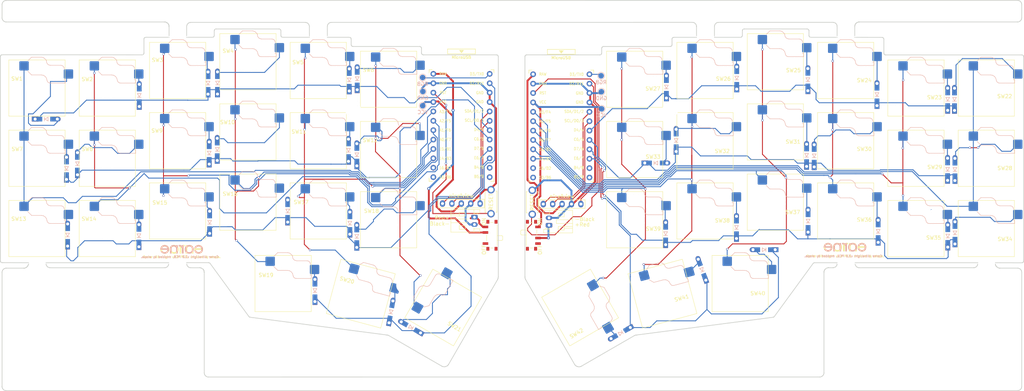
<source format=kicad_pcb>
(kicad_pcb (version 20221018) (generator pcbnew)
  (title_block (title "Corne Light") (date "2020-11-12") (rev "2.0") (company "foostan"))
  (layers (0 "F.Cu" signal) (31 "B.Cu" signal) (34 "B.Paste" user) (35 "F.Paste" user) (36 "B.SilkS" user "B.Silkscreen") (37 "F.SilkS" user "F.Silkscreen") (38 "B.Mask" user) (39 "F.Mask" user) (44 "Edge.Cuts" user))
  (net 0 "")
  (net 1 "row0")
  (net 2 "Net-(D1-Pad2)")
  (net 3 "row1")
  (net 4 "Net-(D2-Pad2)")
  (net 5 "row2")
  (net 6 "Net-(D3-Pad2)")
  (net 7 "row3")
  (net 8 "Net-(D4-Pad2)")
  (net 9 "Net-(D5-Pad2)")
  (net 10 "Net-(D6-Pad2)")
  (net 11 "Net-(D7-Pad2)")
  (net 12 "Net-(D8-Pad2)")
  (net 13 "Net-(D9-Pad2)")
  (net 14 "Net-(D10-Pad2)")
  (net 15 "Net-(D11-Pad2)")
  (net 16 "Net-(D12-Pad2)")
  (net 17 "Net-(D13-Pad2)")
  (net 18 "Net-(D14-Pad2)")
  (net 19 "Net-(D15-Pad2)")
  (net 20 "Net-(D16-Pad2)")
  (net 21 "Net-(D17-Pad2)")
  (net 22 "Net-(D18-Pad2)")
  (net 23 "Net-(D19-Pad2)")
  (net 24 "Net-(D20-Pad2)")
  (net 25 "Net-(D21-Pad2)")
  (net 26 "GND")
  (net 27 "VCC")
  (net 28 "col0")
  (net 29 "col1")
  (net 30 "col2")
  (net 31 "col3")
  (net 32 "col4")
  (net 33 "col5")
  (net 34 "reset")
  (net 35 "SCL")
  (net 36 "SDA")
  (net 37 "Net-(BATJ1-Pin_2)")
  (net 38 "+BATT")
  (net 39 "Net-(BATJ3-Pin_2)")
  (net 41 "Net-(D22-Pad2)")
  (net 42 "row0_r")
  (net 43 "Net-(D23-Pad2)")
  (net 44 "Net-(D24-Pad2)")
  (net 45 "Net-(D25-Pad2)")
  (net 46 "Net-(D26-Pad2)")
  (net 47 "Net-(D27-Pad2)")
  (net 48 "row1_r")
  (net 49 "Net-(D28-Pad2)")
  (net 50 "Net-(D29-Pad2)")
  (net 51 "Net-(D30-Pad2)")
  (net 52 "Net-(D31-Pad2)")
  (net 53 "Net-(D32-Pad2)")
  (net 54 "Net-(D33-Pad2)")
  (net 55 "row2_r")
  (net 56 "Net-(D34-Pad2)")
  (net 57 "Net-(D35-Pad2)")
  (net 58 "Net-(D36-Pad2)")
  (net 59 "Net-(D37-Pad2)")
  (net 60 "Net-(D38-Pad2)")
  (net 61 "Net-(D39-Pad2)")
  (net 62 "Net-(D40-Pad2)")
  (net 63 "row3_r")
  (net 64 "Net-(D41-Pad2)")
  (net 65 "Net-(D42-Pad2)")
  (net 66 "SDA_r")
  (net 67 "SCL_r")
  (net 68 "reset_r")
  (net 69 "col0_r")
  (net 70 "col1_r")
  (net 71 "col2_r")
  (net 72 "col3_r")
  (net 73 "col4_r")
  (net 74 "col5_r")
  (net 76 "Net-(D1-A)")
  (net 77 "CS")
  (net 78 "RGB")
  (net 79 "Net-(D2-A)")
  (net 80 "VDD")
  (net 81 "GNDA")
  (net 82 "Net-(D3-A)")
  (net 83 "Net-(D4-A)")
  (net 84 "Net-(D5-A)")
  (net 85 "CS_r")
  (net 86 "RGB_r")
  (net 87 "+BATTA")
  (net 88 "Net-(D6-A)")
  (net 89 "Net-(D7-A)")
  (net 90 "Net-(D8-A)")
  (net 91 "Net-(D9-A)")
  (net 92 "Net-(D10-A)")
  (net 93 "Net-(D11-A)")
  (net 94 "Net-(D12-A)")
  (net 95 "Net-(D13-A)")
  (net 96 "Net-(D14-A)")
  (net 97 "Net-(D15-A)")
  (net 98 "Net-(D16-A)")
  (net 99 "Net-(D17-A)")
  (net 100 "Net-(D18-A)")
  (net 101 "Net-(D19-A)")
  (net 102 "Net-(D20-A)")
  (net 103 "Net-(D21-A)")
  (net 104 "Net-(D22-A)")
  (net 105 "Net-(D23-A)")
  (net 106 "Net-(D24-A)")
  (net 107 "Net-(D25-A)")
  (net 108 "Net-(D26-A)")
  (net 109 "Net-(D27-A)")
  (net 110 "Net-(D28-A)")
  (net 111 "Net-(D29-A)")
  (net 112 "Net-(D30-A)")
  (net 113 "Net-(D31-A)")
  (net 114 "Net-(D32-A)")
  (net 115 "Net-(D33-A)")
  (net 116 "Net-(D34-A)")
  (net 117 "Net-(D35-A)")
  (net 118 "Net-(D36-A)")
  (net 119 "Net-(D37-A)")
  (net 120 "Net-(D38-A)")
  (net 121 "Net-(D39-A)")
  (net 122 "Net-(D40-A)")
  (net 123 "Net-(D41-A)")
  (net 124 "Net-(D42-A)")
  (footprint "kbd:ResetSW_1side" (layer "F.Cu") (at 156.0125 76.817432 -90)
    (fp_text reference "RSW2" hide)
    (fp_text value "SW_PUSH")
  )
  (footprint "ScottoKeebs_Hotswap:Hotswap_Choc_V1V2_1.00u" (layer "F.Cu") (at 278.684847 45.920432)
    (fp_text reference "SW22")
    (fp_text value "SW_PUSH")
  )
  (footprint "ScottoKeebs_Hotswap:Hotswap_Choc_V1V2_1.00u" (layer "F.Cu") (at 259.684847 45.920432)
    (fp_text reference "SW23")
    (fp_text value "SW_PUSH")
  )
  (footprint "ScottoKeebs_Hotswap:Hotswap_Choc_V1V2_1.00u" (layer "F.Cu") (at 240.684847 41.170432)
    (fp_text reference "SW24")
    (fp_text value "SW_PUSH")
  )
  (footprint "ScottoKeebs_Hotswap:Hotswap_Choc_V1V2_1.00u" (layer "F.Cu") (at 221.684847 38.795432)
    (fp_text reference "SW25")
    (fp_text value "SW_PUSH")
  )
  (footprint "ScottoKeebs_Hotswap:Hotswap_Choc_V1V2_1.00u" (layer "F.Cu") (at 202.684847 41.170432)
    (fp_text reference "SW26")
    (fp_text value "SW_PUSH")
  )
  (footprint "ScottoKeebs_Hotswap:Hotswap_Choc_V1V2_1.00u" (layer "F.Cu") (at 183.684847 43.545432)
    (fp_text reference "SW27")
    (fp_text value "SW_PUSH")
  )
  (footprint "ScottoKeebs_Hotswap:Hotswap_Choc_V1V2_1.00u" (layer "F.Cu") (at 278.684847 64.920432)
    (fp_text reference "SW28")
    (fp_text value "SW_PUSH")
  )
  (footprint "ScottoKeebs_Hotswap:Hotswap_Choc_V1V2_1.00u" (layer "F.Cu") (at 259.684847 64.920432)
    (fp_text reference "SW29")
    (fp_text value "SW_PUSH")
  )
  (footprint "ScottoKeebs_Hotswap:Hotswap_Choc_V1V2_1.00u" (layer "F.Cu") (at 240.684847 60.170432)
    (fp_text reference "SW30")
    (fp_text value "SW_PUSH")
  )
  (footprint "ScottoKeebs_Hotswap:Hotswap_Choc_V1V2_1.00u" (layer "F.Cu") (at 221.684847 57.795432)
    (fp_text reference "SW31")
    (fp_text value "SW_PUSH")
  )
  (footprint "ScottoKeebs_Hotswap:Hotswap_Choc_V1V2_1.00u" (layer "F.Cu") (at 202.684847 60.170432)
    (fp_text reference "SW32")
    (fp_text value "SW_PUSH")
  )
  (footprint "ScottoKeebs_Hotswap:Hotswap_Choc_V1V2_1.00u" (layer "F.Cu") (at 183.684847 62.545432)
    (fp_text reference "SW33")
    (fp_text value "SW_PUSH")
  )
  (footprint "ScottoKeebs_Hotswap:Hotswap_Choc_V1V2_1.00u" (layer "F.Cu") (at 278.684847 83.920432)
    (fp_text reference "SW34")
    (fp_text value "SW_PUSH")
  )
  (footprint "ScottoKeebs_Hotswap:Hotswap_Choc_V1V2_1.00u" (layer "F.Cu") (at 259.684847 83.920432)
    (fp_text reference "SW35")
    (fp_text value "SW_PUSH")
  )
  (footprint "ScottoKeebs_Hotswap:Hotswap_Choc_V1V2_1.00u" (layer "F.Cu") (at 240.684847 79.170432)
    (fp_text reference "SW36")
    (fp_text value "SW_PUSH")
  )
  (footprint "ScottoKeebs_Hotswap:Hotswap_Choc_V1V2_1.00u" (layer "F.Cu") (at 221.684847 76.795432)
    (fp_text reference "SW37")
    (fp_text value "SW_PUSH")
  )
  (footprint "ScottoKeebs_Hotswap:Hotswap_Choc_V1V2_1.00u" (layer "F.Cu") (at 202.684847 79.170432)
    (fp_text reference "SW38")
    (fp_text value "SW_PUSH")
  )
  (footprint "ScottoKeebs_Hotswap:Hotswap_Choc_V1V2_1.00u" (layer "F.Cu") (at 212.184847 98.795432)
    (fp_text reference "SW40")
    (fp_text value "SW_PUSH")
  )
  (footprint "ScottoKeebs_Hotswap:Hotswap_Choc_V1V2_1.00u" (layer "F.Cu") (at 191.184847 101.545432 15)
    (fp_text reference "SW41")
    (fp_text value "SW_PUSH")
  )
  (footprint "ScottoKeebs_Hotswap:Hotswap_Choc_V1V2_1.00u" (layer "F.Cu") (at 183.684847 81.545432)
    (fp_text reference "SW39")
    (fp_text value "SW_PUSH")
  )
  (footprint "kbd:ProMicro_v3" (layer "F.Cu") (at 136.8925 56.56)
    (fp_text reference "U1" hide)
    (fp_text value "ProMicro" hide)
  )
  (footprint "kbd:ProMicro_v3" (layer "F.Cu") (at 163.852477 56.666034)
    (fp_text reference "U2" hide)
    (fp_text value "ProMicro" hide)
  )
  (footprint "ScottoKeebs_Hotswap:Hotswap_Choc_V1V2_1.00u" (layer "F.Cu") (at 117.1875 43.545)
    (fp_text reference "SW6")
    (fp_text value "SW_PUSH")
  )
  (footprint "ScottoKeebs_Hotswap:Hotswap_Choc_V1V2_1.00u" (layer "F.Cu") (at 98.1875 41.17)
    (fp_text reference "SW5")
    (fp_text value "SW_PUSH")
  )
  (footprint "ScottoKeebs_Hotswap:Hotswap_Choc_V1V2_1.00u" (layer "F.Cu") (at 79.1875 38.795)
    (fp_text reference "SW4")
    (fp_text value "SW_PUSH")
  )
  (footprint "ScottoKeebs_Hotswap:Hotswap_Choc_V1V2_1.00u" (layer "F.Cu") (at 60.1875 41.17)
    (fp_text reference "SW3")
    (fp_text value "SW_PUSH")
  )
  (footprint "ScottoKeebs_Hotswap:Hotswap_Choc_V1V2_1.00u" (layer "F.Cu") (at 41.1875 45.92)
    (fp_text reference "SW2")
    (fp_text value "SW_PUSH")
  )
  (footprint "ScottoKeebs_Hotswap:Hotswap_Choc_V1V2_1.00u" (layer "F.Cu") (at 117.1875 81.545)
    (fp_text reference "SW18")
    (fp_text value "SW_PUSH")
  )
  (footprint "ScottoKeebs_Hotswap:Hotswap_Choc_V1V2_1.50u" (layer "F.Cu") (at 131.9375 105.295 60)
    (fp_text reference "SW21")
    (fp_text value "SW_PUSH")
  )
  (footprint "ScottoKeebs_Hotswap:Hotswap_Choc_V1V2_1.00u" (layer "F.Cu") (at 22.1875 83.92)
    (fp_text reference "SW13")
    (fp_text value "SW_PUSH")
  )
  (footprint "ScottoKeebs_Hotswap:Hotswap_Choc_V1V2_1.00u" (layer "F.Cu") (at 109.6875 101.545 -15)
    (fp_text reference "SW20")
    (fp_text value "SW_PUSH")
  )
  (footprint "ScottoKeebs_Hotswap:Hotswap_Choc_V1V2_1.00u" (layer "F.Cu") (at 88.6875 98.795)
    (fp_text reference "SW19")
    (fp_text value "SW_PUSH")
  )
  (footprint "ScottoKeebs_Hotswap:Hotswap_Choc_V1V2_1.00u" (layer "F.Cu") (at 98.1875 79.17)
    (fp_text reference "SW17")
    (fp_text value "SW_PUSH")
  )
  (footprint "ScottoKeebs_Hotswap:Hotswap_Choc_V1V2_1.00u" (layer "F.Cu") (at 79.1875 76.795)
    (fp_text reference "SW16")
    (fp_text value "SW_PUSH")
  )
  (footprint "ScottoKeebs_Hotswap:Hotswap_Choc_V1V2_1.00u" (layer "F.Cu") (at 60.1875 79.17)
    (fp_text reference "SW15")
    (fp_text value "SW_PUSH")
  )
  (footprint "ScottoKeebs_Hotswap:Hotswap_Choc_V1V2_1.00u" (layer "F.Cu") (at 41.1875 83.92)
    (fp_text reference "SW14")
    (fp_text value "SW_PUSH")
  )
  (footprint "ScottoKeebs_Hotswap:Hotswap_Choc_V1V2_1.00u" (layer "F.Cu") (at 117.1875 62.545)
    (fp_text reference "SW12")
    (fp_text value "SW_PUSH")
  )
  (footprint "ScottoKeebs_Hotswap:Hotswap_Choc_V1V2_1.00u" (layer "F.Cu") (at 98.1875 60.17)
    (fp_text reference "SW11")
    (fp_text value "SW_PUSH")
  )
  (footprint "ScottoKeebs_Hotswap:Hotswap_Choc_V1V2_1.00u" (layer "F.Cu") (at 79.1875 57.795)
    (fp_text reference "SW10")
    (fp_text value "SW_PUSH")
  )
  (footprint "ScottoKeebs_Hotswap:Hotswap_Choc_V1V2_1.00u" (layer "F.Cu") (at 60.1875 60.17)
    (fp_text reference "SW9")
    (fp_text value "SW_PUSH")
  )
  (footprint "ScottoKeebs_Hotswap:Hotswap_Choc_V1V2_1.00u" (layer "F.Cu") (at 41.1875 64.92)
    (fp_text reference "SW8")
    (fp_text value "SW_PUSH")
  )
  (footprint "ScottoKeebs_Hotswap:Hotswap_Choc_V1V2_1.00u" (layer "F.Cu") (at 22.1875 64.92)
    (fp_text reference "SW7")
    (fp_text value "SW_PUSH")
  )
  (footprint "ScottoKeebs_Hotswap:Hotswap_Choc_V1V2_1.00u" (layer "F.Cu") (at 22.1875 45.92)
    (fp_text reference "SW1")
    (fp_text value "SW_PUSH")
  )
  (footprint "kbd:thread_m2" (layer "F.Cu") (at 156.330847 93.085432)
    (fp_text reference "Ref**" hide)
    (fp_text value "Val**" hide)
  )
  (footprint "kbd:thread_m2" (layer "F.Cu") (at 170.889847 84.542432)
    (fp_text reference "Ref**" hide)
    (fp_text value "Val**" hide)
  )
  (footprint "ScottoKeebs_Hotswap:Hotswap_Choc_V1V2_1.50u" (layer "F.Cu") (at 168.934847 105.295432 -60)
    (fp_text reference "SW42")
    (fp_text value "SW_PUSH")
  )
  (footprint "nice_view:nice_view_1side" (layer "F.Cu") (at 131.7585 77.168)
    (fp_text reference "J2")
    (fp_text value "OLED" hide)
  )
  (footprint "kbd:ResetSW_1side" (layer "F.Cu") (at 144.8625 76.671 -90)
    (fp_text reference "RSW1" hide)
    (fp_text value "SW_PUSH")
  )
  (footprint "kbd:Breakaway_Tabs" (layer "F.Cu") (at 22.19625 93.38)
    (fp_text reference "J5")
    (fp_text value "Breakaway_Tabs")
  )
  (footprint "kbd:Breakaway_Tabs" (layer "F.Cu") (at 60.1845 93.38)
    (fp_text reference "J5")
    (fp_text value "Breakaway_Tabs")
  )
  (footprint "kbd:Breakaway_Tabs" (layer "F.Cu") (at 60.2875 31.97)
    (fp_text reference "J5")
    (fp_text value "Breakaway_Tabs")
  )
  (footprint "kbd:Breakaway_Tabs" (layer "F.Cu") (at 98.2575 31.97)
    (fp_text reference "J5")
    (fp_text value "Breakaway_Tabs")
  )
  (footprint "kbd:Breakaway_Tabs" (layer "F.Cu") (at 202.7775 31.98)
    (fp_text reference "J5")
    (fp_text value "Breakaway_Tabs")
  )
  (footprint "kbd:Breakaway_Tabs" (layer "F.Cu") (at 240.7975 31.97)
    (fp_text reference "J5")
    (fp_text value "Breakaway_Tabs")
  )
  (footprint "kbd:Breakaway_Tabs" (layer "F.Cu") (at 278.8275 93.39)
    (fp_text reference "J5")
    (fp_text value "Breakaway_Tabs")
  )
  (footprint "kbd:Breakaway_Tabs" (layer "F.Cu") (at 240.8275 93.39)
    (fp_text reference "J5")
    (fp_text value "Breakaway_Tabs")
  )
  (footprint "nice_view:nice_view_1side" (layer "F.Cu") (at 158.9875 77.31)
    (fp_text reference "J7")
    (fp_text value "OLED" hide)
  )
  (footprint "kbd:corne-logo-horizontal" (layer "F.Cu") (at 61.392645 89.631509)
    (fp_text reference "G***" hide)
    (fp_text value "LOGO" hide)
  )
  (footprint "kbd:corne-logo-horizontal" (layer "F.Cu") (at 240.632927 89.069727)
    (fp_text reference "G***" hide)
    (fp_text value "LOGO" hide)
  )
  (footprint "Button_Switch_SMD:SW_SPDT_PCM12" (layer "F.Cu") (at 156.1325 85.745 -90)
    (fp_text reference "PSW2" hide)
    (fp_text value "SW_SPST")
  )
  (footprint "Connector_JST:JST_PH_S2B-PH-K_1x02_P2.00mm_Horizontal" (layer "F.Cu") (at 160.5375 83.045 90)
    (fp_text reference "BATJ4" hide)
    (fp_text value "Conn_01x02_Female")
  )
  (footprint "Button_Switch_SMD:SW_SPDT_PCM12" (layer "F.Cu") (at 144.7875 85.745 90)
    (fp_text reference "PSW1" hide)
    (fp_text value "SW_SPST")
  )
  (footprint "Connector_JST:JST_PH_S2B-PH-K_1x02_P2.00mm_Horizontal" (layer "F.Cu") (at 140.3875 80.845 -90)
    (fp_text reference "BATJ2" hide)
    (fp_text value "Conn_01x02_Female")
  )
  (footprint "kbd:D3_TH_SMD_v2" (layer "B.Cu") (at 270.221805 85.102232 90)
    (fp_text reference "D34" hide)
    (fp_text value "D" hide)
  )
  (footprint "kbd:D3_TH_SMD_v2" (layer "B.Cu") (at 249.468082 84.666336 90)
    (fp_text reference "D36" hide)
    (fp_text value "D" hide)
  )
  (footprint "kbd:D3_TH_SMD_v2" (layer "B.Cu") (at 230.531427 81.902608 90)
    (fp_text reference "D37" hide)
    (fp_text value "D" hide)
  )
  (footprint "kbd:D3_TH_SMD_v2" (layer "B.Cu") (at 211.191015 83.620738 90)
    (fp_text reference "D38" hide)
    (fp_text value "D" hide)
  )
  (footprint "kbd:D3_TH_SMD_v2" (layer "B.Cu") (at 192.049639 85.29776 90)
    (fp_text reference "D39" hide)
    (fp_text value "D" hide)
  )
  (footprint "kbd:D3_TH_SMD_v2" (layer "B.Cu") (at 218.647096 89.656593 180)
    (fp_text reference "D40" hide)
    (fp_text value "D" hide)
  )
  (footprint "kbd:D3_TH_SMD_v2" (layer "B.Cu") (at 201.878685 95.068798 110)
    (fp_text reference "D41" hide)
    (fp_text value "D" hide)
  )
  (footprint "kbd:D3_TH_SMD_v2" (layer "B.Cu") (at 179.901093 112.210356 -150)
    (fp_text reference "D42" hide)
    (fp_text value "D" hide)
  )
  (footprint "kbd:D3_TH_SMD_v2" (layer "B.Cu") (at 270.10049 48.966659 90)
    (fp_text reference "D22" hide)
    (fp_text value "D" hide)
  )
  (footprint "kbd:D3_TH_SMD_v2" (layer "B.Cu") (at 268.258004 48.949314 90)
    (fp_text reference "D23" hide)
    (fp_text value "D" hide)
  )
  (footprint "kbd:D3_TH_SMD_v2" (layer "B.Cu") (at 249.149994 47.673886 90)
    (fp_text reference "D24" hide)
    (fp_text value "D" hide)
  )
  (footprint "kbd:D3_TH_SMD_v2" (layer "B.Cu") (at 230.477962 43.643924 90)
    (fp_text reference "D25" hide)
    (fp_text value "D" hide)
  )
  (footprint "kbd:D3_TH_SMD_v2" (layer "B.Cu") (at 211.259255 43.200362 90)
    (fp_text reference "D26" hide)
    (fp_text value "D" hide)
  )
  (footprint "kbd:D3_TH_SMD_v2" (layer "B.Cu") (at 192.25436 45.622889 90)
    (fp_text reference "D27" hide)
    (fp_text value "D" hide)
  )
  (footprint "kbd:D3_TH_SMD_v2" (layer "B.Cu") (at 270.214223 67.947974 90)
    (fp_text reference "D28" hide)
    (fp_text value "D" hide)
  )
  (footprint "kbd:D3_TH_SMD_v2" (layer "B.Cu") (at 268.235257 67.896509 90)
    (fp_text reference "D29" hide)
    (fp_text value "D" hide)
  )
  (footprint "kbd:D3_TH_SMD_v2" (layer "B.Cu") (at 232.183967 64.252464 90)
    (fp_text reference "D30" hide)
    (fp_text value "D" hide)
  )
  (footprint "kbd:D3_TH_SMD_v2" (layer "B.Cu") (at 230.136761 64.115983 90)
    (fp_text reference "D31" hide)
    (fp_text value "D" hide)
  )
  (footprint "kbd:D3_TH_SMD_v2" (layer "B.Cu") (at 194.881607 60.08384 90)
    (fp_text reference "D32" hide)
    (fp_text value "D" hide)
  )
  (footprint "kbd:D3_TH_SMD_v2" (layer "B.Cu") (at 49.727912 85.860457 90)
    (fp_text reference "D14" hide)
    (fp_text value "D" hide)
  )
  (footprint "kbd:D3_TH_SMD_v2" (layer "B.Cu") (at 33.115969 66.390087 90)
    (fp_text reference "D8" hide)
    (fp_text value "D" hide)
  )
  (footprint "kbd:D3_TH_SMD_v2" (layer "B.Cu") (at 49.818899 47.908936 90)
    (fp_text reference "D2" hide)
    (fp_text value "D" hide)
  )
  (footprint "kbd:D3_TH_SMD_v2" (layer "B.Cu") (at 189.404658 66.195518)
    (fp_text reference "D33" hide)
    (fp_text value "D" hide)
  )
  (footprint "kbd:D3_TH_SMD_v2" (layer "B.Cu") (at 123.218781 110.658798 150)
    (fp_text reference "D21" hide)
    (fp_text value "D" hide)
  )
  (footprint "kbd:D3_TH_SMD_v2" (layer "B.Cu") (at 117.833899 106.469893 80)
    (fp_text reference "D20" hide)
    (fp_text value "D" hide)
  )
  (footprint "kbd:D3_TH_SMD_v2" (layer "B.Cu") (at 97.286767 100.686189 90)
    (fp_text reference "D19" hide)
    (fp_text value "D" hide)
  )
  (footprint "kbd:D3_TH_SMD_v2" (layer "B.Cu") (at 108.596007 86.032023 90)
    (fp_text reference "D18" hide)
    (fp_text value "D" hide)
  )
  (footprint "kbd:D3_TH_SMD_v2" (layer "B.Cu") (at 106.726661 82.460654 90)
    (fp_text reference "D17" hide)
    (fp_text value "D" hide)
  )
  (footprint "kbd:D3_TH_SMD_v2" (layer "B.Cu") (at 89.935027 79.185125 90)
    (fp_text reference "D16" hide)
    (fp_text value "D" hide)
  )
  (footprint "kbd:D3_TH_SMD_v2" (layer "B.Cu") (at 68.835168 82.238589 90)
    (fp_text reference "D15" hide)
    (fp_text value "D" hide)
  )
  (footprint "kbd:D3_TH_SMD_v2" (layer "B.Cu") (at 30.461429 85.678483 90)
    (fp_text reference "D13" hide)
    (fp_text value "D" hide)
  )
  (footprint "kbd:D3_TH_SMD_v2" (layer "B.Cu") (at 108.61464 63.962158 90)
    (fp_text reference "D12" hide)
    (fp_text value "D" hide)
  )
  (footprint "kbd:D3_TH_SMD_v2" (layer "B.Cu") (at 106.35134 62.745208 90)
    (fp_text reference "D11" hide)
    (fp_text value "D" hide)
  )
  (footprint "kbd:D3_TH_SMD_v2" (layer "B.Cu") (at 70.891465 62.511505 90)
    (fp_text reference "D10" hide)
    (fp_text value "D" hide)
  )
  (footprint "kbd:D3_TH_SMD_v2" (layer "B.Cu") (at 68.721434 63.501252 90)
    (fp_text reference "D9" hide)
    (fp_text value "D" hide)
  )
  (footprint "kbd:D3_TH_SMD_v2" (layer "B.Cu") (at 30.165722 67.641158 90)
    (fp_text reference "D7" hide)
    (fp_text value "D" hide)
  )
  (footprint "kbd:D3_TH_SMD_v2" (layer "B.Cu") (at 108.705627 43.382336 90)
    (fp_text reference "D6" hide)
    (fp_text value "D" hide)
  )
  (footprint "kbd:D3_TH_SMD_v2" (layer "B.Cu") (at 106.556061 43.715487 90)
    (fp_text reference "D5" hide)
    (fp_text value "D" hide)
  )
  (footprint "kbd:D3_TH_SMD_v2" (layer "B.Cu") (at 70.959705 44.545743 90)
    (fp_text reference "D4" hide)
    (fp_text value "D" hide)
  )
  (footprint "kbd:D3_TH_SMD_v2" (layer "B.Cu") (at 68.400698 44.56849 90)
    (fp_text reference "D3" hide)
    (fp_text value "D" hide)
  )
  (footprint "kbd:D3_TH_SMD_v2" (layer "B.Cu") (at 24.686328 54.312529)
    (fp_text reference "D1" hide)
    (fp_text value "D" hide)
  )
  (footprint "kbd:D3_TH_SMD_v2" (layer "B.Cu") (at 268.280751 85.951444 90)
    (fp_text reference "D35" hide)
    (fp_text value "D" hide)
  )
  (footprint "kbd:spacer_m2" (layer "B.Cu") (at 31.6955 74.4205 180)
    (fp_text reference "Ref**" hide)
    (fp_text value "Val**" hide)
  )
  (footprint "kbd:spacer_m2" (layer "B.Cu") (at 107.6505 51.9305 180)
    (fp_text reference "Ref**" hide)
    (fp_text value "Val**" hide)
  )
  (footprint "kbd:spacer_m2" (layer "B.Cu") (at 31.6955 55.4205 180)
    (fp_text reference "Ref**" hide)
    (fp_text value "Val**" hide)
  )
  (footprint "kbd:spacer_m2" (layer "B.Cu") (at 74.8395 91.6855 180)
    (fp_text reference "Ref**" hide)
    (fp_text value "Val**" hide)
  )
  (footprint "kbd:spacer_m2" (layer "B.Cu") (at 121.4055 99.3 180)
    (fp_text reference "Ref**" hide)
    (fp_text value "Val**" hide)
  )
  (footprint "kbd:thread_m2" (layer "B.Cu") (at 129.9445 84.419 180)
    (fp_text reference "Ref**" hide)
    (fp_text value "Val**" hide)
  )
  (footprint "kbd:thread_m2" (layer "B.Cu") (at 144.3765 92.94 180)
    (fp_text reference "Ref**" hide)
    (fp_text value "Val**" hide)
  )
  (footprint "kbd:spacer_m2" (layer "B.Cu") (at 193.235847 51.936932 180)
    (fp_text reference "Ref**" hide)
    (fp_text value "Val**" hide)
  )
  (footprint "kbd:spacer_m2" (layer "B.Cu") (at 179.485847 99.446932 180)
    (fp_text reference "Ref**" hide)
    (fp_text value "Val**" hide)
  )
  (footprint "kbd:spacer_m2" (layer "B.Cu") (at 226.055847 91.696932 180)
    (fp_text reference "Ref**" hide)
    (fp_text value "Val**" hide)
  )
  (footprint "kbd:spacer_m2" (layer "B.Cu") (at 269.195847 55.426932 180)
    (fp_text reference "Ref**" hide)
    (fp_text value "Val**" hide)
  )
  (footprint "kbd:spacer_m2" (layer "B.Cu") (at 269.195847 74.426932 180)
    (fp_text reference "Ref**" hide)
    (fp_text value "Val**" hide)
  )
  (footprint "kbd:corne-logo-horizontal" (layer "B.Cu") (at 61.162645 89.631509 180)
    (fp_text reference "G***" hide)
    (fp_text value "LOGO" hide)
  )
  (footprint "kbd:corne-logo-horizontal" (layer "B.Cu") (at 240.402927 89.069727 180)
    (fp_text reference "G***" hide)
    (fp_text value "LOGO" hide)
  )
  (footprint "TestPoint:TestPoint_Pad_D1.5mm" (layer "B.Cu") (at 126.401444 50.703382 180)
    (fp_text reference "TP2")
    (fp_text value "VCC")
  )
  (footprint "TestPoint:TestPoint_Pad_D1.5mm" (layer "B.Cu") (at 174.7625 51.545 180)
    (fp_text reference "TP5")
    (fp_text value "VCC")
  )
  (footprint "TestPoint:TestPoint_Pad_D1.5mm" (layer "B.Cu") (at 174.6125 42.595 180)
    (fp_text reference "TP4")
    (fp_text value "RGB")
  )
  (footprint "TestPoint:TestPoint_Pad_D1.5mm" (layer "B.Cu") (at 174.6875 46.92 180)
    (fp_text reference "TP6")
    (fp_text value "GND")
  )
  (footprint "TestPoint:TestPoint_Pad_D1.5mm" (layer "B.Cu") (at 126.384384 43.066451 180)
    (fp_text reference "TP1")
    (fp_text value "RGB")
  )
  (footprint "TestPoint:TestPoint_Pad_D1.5mm" (layer "B.Cu") (at 126.452625 46.853782 180)
    (fp_text reference "TP3")
    (fp_text value "GND")
  )
  (gr_line (start 287.761114 27.841367) (end 287.933833 27.699127) (stroke (width 0.2)) (layer "Edge.Cuts"))
  (gr_line (start 19.674538 94.092121) (end 19.671998 94.094661) (stroke (width 0.2)) (layer "Edge.Cuts"))
  (gr_line (start 57.853241 29.027545) (end 57.855781 29.027545) (stroke (width 0.2)) (layer "Edge.Cuts"))
  (gr_line (start 237.248183 28.136006) (end 206.377054 28.136006) (stroke (width 0.2)) (layer "Edge.Cuts"))
  (gr_line (start 57.782121 28.798946) (end 57.782121 28.798946) (stroke (width 0.2)) (layer "Edge.Cuts"))
  (gr_line (start 12.491737 37.004059) (end 12.392677 37.105659) (stroke (width 0.2)) (layer "Edge.Cuts"))
  (gr_line (start 57.784661 28.801486) (end 57.787201 28.806566) (stroke (width 0.2)) (layer "Edge.Cuts"))
  (gr_line (start 95.445203 28.473826) (end 95.272484 28.334126) (stroke (width 0.2)) (layer "Edge.Cuts"))
  (gr_line (start 62.630976 93.406322) (end 62.630976 93.411402) (stroke (width 0.2)) (layer "Edge.Cuts"))
  (gr_line (start 243.161298 29.037705) (end 243.161298 29.037705) (stroke (width 0.2)) (layer "Edge.Cuts"))
  (gr_line (start 234.804706 123.167472) (end 234.825026 122.943953) (stroke (width 0.2)) (layer "Edge.Cuts"))
  (gr_line (start 12.946085 22.715652) (end 12.841945 22.911231) (stroke (width 0.2)) (layer "Edge.Cuts"))
  (gr_line (start 18.653459 94.643301) (end 18.650919 94.643301) (stroke (width 0.2)) (layer "Edge.Cuts"))
  (gr_line (start 88.185891 31.981562) (end 88.284951 32.080622) (stroke (width 0.2)) (layer "Edge.Cuts"))
  (gr_line (start 18.645839 94.643301) (end 13.893504 94.643301) (stroke (width 0.2)) (layer "Edge.Cuts"))
  (gr_line (start 57.279201 94.348661) (end 57.449381 94.208961) (stroke (width 0.2)) (layer "Edge.Cuts"))
  (gr_line (start 18.892219 94.617901) (end 18.887139 94.617901) (stroke (width 0.2)) (layer "Edge.Cuts"))
  (gr_line (start 79.481319 107.782708) (end 79.595619 107.869068) (stroke (width 0.2)) (layer "Edge.Cuts"))
  (gr_line (start 234.825026 95.768519) (end 234.825026 95.768519) (stroke (width 0.2)) (layer "Edge.Cuts"))
  (gr_line (start 107.113952 34.35138) (end 107.185072 34.48092) (stroke (width 0.2)) (layer "Edge.Cuts"))
  (gr_line (start 19.875198 93.180262) (end 19.880278 93.408862) (stroke (width 0.2)) (layer "Edge.Cuts"))
  (gr_line (start 66.616232 94.638221) (end 66.618772 94.638221) (stroke (width 0.2)) (layer "Edge.Cuts"))
  (gr_line (start 19.857418 93.642542) (end 19.857418 93.642542) (stroke (width 0.2)) (layer "Edge.Cuts"))
  (gr_line (start 231.274109 32.184762) (end 238.386102 32.184762) (stroke (width 0.2)) (layer "Edge.Cuts"))
  (gr_line (start 287.756034 94.82618) (end 287.557914 94.72204) (stroke (width 0.2)) (layer "Edge.Cuts"))
  (gr_line (start 94.863544 28.166486) (end 94.640024 28.143626) (stroke (width 0.2)) (layer "Edge.Cuts"))
  (gr_line (start 250.906104 32.413621) (end 250.977224 32.545701) (stroke (width 0.2)) (layer "Edge.Cuts"))
  (gr_line (start 169.40485 121.097374) (end 169.277851 121.173574) (stroke (width 0.2)) (layer "Edge.Cuts"))
  (gr_line (start 67.281711 95.29862) (end 67.284251 95.30116) (stroke (width 0.2)) (layer "Edge.Cuts"))
  (gr_line (start 205.935094 28.224906) (end 205.739515 28.329046) (stroke (width 0.2)) (layer "Edge.Cuts"))
  (gr_line (start 243.161298 29.037705) (end 243.161298 29.037705) (stroke (width 0.2)) (layer "Edge.Cuts"))
  (gr_line (start 101.769797 28.143626) (end 101.762177 28.143626) (stroke (width 0.2)) (layer "Edge.Cuts"))
  (gr_line (start 12.392677 37.105659) (end 12.321557 37.235199) (stroke (width 0.2)) (layer "Edge.Cuts"))
  (gr_line (start 234.847886 95.53484) (end 234.850426 95.5323) (stroke (width 0.2)) (layer "Edge.Cuts"))
  (gr_line (start 19.128439 94.544241) (end 19.128439 94.544241) (stroke (width 0.2)) (layer "Edge.Cuts"))
  (gr_line (start 236.051845 94.534081) (end 236.051845 94.534081) (stroke (width 0.2)) (layer "Edge.Cuts"))
  (gr_line (start 237.685063 28.222366) (end 237.471703 28.156326) (stroke (width 0.2)) (layer "Edge.Cuts"))
  (gr_line (start 288.238633 95.545) (end 288.172593 95.33164) (stroke (width 0.2)) (layer "Edge.Cuts"))
  (gr_line (start 243.161298 29.037705) (end 243.161298 29.032625) (stroke (width 0.2)) (layer "Edge.Cuts"))
  (gr_line (start 243.240037 93.396162) (end 243.240037 93.403782) (stroke (width 0.2)) (layer "Edge.Cuts"))
  (gr_line (start 221.114119 107.930027) (end 221.022679 107.937647) (stroke (width 0.2)) (layer "Edge.Cuts"))
  (gr_line (start 70.113808 30.261984) (end 70.085868 30.429624) (stroke (width 0.2)) (layer "Edge.Cuts"))
  (gr_line (start 230.87279 31.986642) (end 230.80167 31.854563) (stroke (width 0.2)) (layer "Edge.Cuts"))
  (gr_line (start 281.35016 94.089581) (end 281.34762 94.084501) (stroke (width 0.2)) (layer "Edge.Cuts"))
  (gr_line (start 234.494826 123.749132) (end 234.637066 123.576412) (stroke (width 0.2)) (layer "Edge.Cuts"))
  (gr_line (start 288.28541 36.95491) (end 288.45559 36.98539) (stroke (width 0.2)) (layer "Edge.Cuts"))
  (gr_line (start 50.886027 36.830418) (end 50.985087 36.728818) (stroke (width 0.2)) (layer "Edge.Cuts"))
  (gr_line (start 95.272484 28.334126) (end 95.076904 28.229986) (stroke (width 0.2)) (layer "Edge.Cuts"))
  (gr_line (start 235.376205 94.7449) (end 235.579405 94.633141) (stroke (width 0.2)) (layer "Edge.Cuts"))
  (gr_line (start 169.277851 121.173574) (end 169.140691 121.237074) (stroke (width 0.2)) (layer "Edge.Cuts"))
  (gr_line (start 282.140099 94.612821) (end 282.140099 94.612821) (stroke (width 0.2)) (layer "Edge.Cuts"))
  (gr_line (start 12.778445 126.886029) (end 12.844485 127.096849) (stroke (width 0.2)) (layer "Edge.Cuts"))
  (gr_line (start 146.735373 97.500798) (end 146.783633 97.343318) (stroke (width 0.2)) (layer "Edge.Cuts"))
  (gr_line (start 174.274026 36.937098) (end 174.274026 36.937098) (stroke (width 0.2)) (layer "Edge.Cuts"))
  (gr_line (start 276.300645 93.830501) (end 276.366685 93.617142) (stroke (width 0.2)) (layer "Edge.Cuts"))
  (gr_line (start 287.926213 94.96588) (end 287.756034 94.82618) (stroke (width 0.2)) (layer "Edge.Cuts"))
  (gr_line (start 57.512881 28.400166) (end 57.512881 28.400166) (stroke (width 0.2)) (layer "Edge.Cuts"))
  (gr_line (start 63.768895 28.143626) (end 63.763815 28.143626) (stroke (width 0.2)) (layer "Edge.Cuts"))
  (gr_line (start 125.584814 34.67904) (end 107.583851 34.67904) (stroke (width 0.2)) (layer "Edge.Cuts"))
  (gr_line (start 24.718973 93.848281) (end 24.825653 94.041321) (stroke (width 0.2)) (layer "Edge.Cuts"))
  (gr_line (start 200.38774 29.266305) (end 200.36488 29.042785) (stroke (width 0.2)) (layer "Edge.Cuts"))
  (gr_line (start 234.847886 95.53738) (end 234.847886 95.53484) (stroke (width 0.2)) (layer "Edge.Cuts"))
  (gr_line (start 244.129037 28.059806) (end 244.131577 28.059806) (stroke (width 0.2)) (layer "Edge.Cuts"))
  (gr_line (start 276.387005 93.396162) (end 276.394625 93.185342) (stroke (width 0.2)) (layer "Edge.Cuts"))
  (gr_line (start 63.326935 28.232526) (end 63.131355 28.339206) (stroke (width 0.2)) (layer "Edge.Cuts"))
  (gr_line (start 19.524678 94.275001) (end 19.524678 94.275001) (stroke (width 0.2)) (layer "Edge.Cuts"))
  (gr_line (start 95.785563 32.179682) (end 95.780483 29.281545) (stroke (width 0.2)) (layer "Edge.Cuts"))
  (gr_line (start 194.273966 32.184762) (end 200.39536 32.184762) (stroke (width 0.2)) (layer "Edge.Cuts"))
  (gr_line (start 235.371125 94.74744) (end 235.376205 94.7449) (stroke (width 0.2)) (layer "Edge.Cuts"))
  (gr_line (start 244.362716 28.034406) (end 244.365256 28.034406) (stroke (width 0.2)) (layer "Edge.Cuts"))
  (gr_line (start 13.258505 94.83888) (end 13.085785 94.98112) (stroke (width 0.2)) (layer "Edge.Cuts"))
  (gr_line (start 234.825026 95.768519) (end 234.847886 95.53738) (stroke (width 0.2)) (layer "Edge.Cuts"))
  (gr_line (start 199.68416 28.222366) (end 199.470801 28.156326) (stroke (width 0.2)) (layer "Edge.Cuts"))
  (gr_line (start 95.780483 29.276465) (end 95.757623 29.052945) (stroke (width 0.2)) (layer "Edge.Cuts"))
  (gr_line (start 18.897299 94.617901) (end 18.892219 94.617901) (stroke (width 0.2)) (layer "Edge.Cuts"))
  (gr_line (start 116.664342 112.720463) (end 116.504323 112.700143) (stroke (width 0.2)) (layer "Edge.Cuts"))
  (gr_line (start 18.897299 94.617901) (end 18.897299 94.617901) (stroke (width 0.2)) (layer "Edge.Cuts"))
  (gr_line (start 231.274109 32.184762) (end 231.103929 32.156822) (stroke (width 0.2)) (layer "Edge.Cuts"))
  (gr_line (start 287.565534 27.945506) (end 287.761114 27.841367) (stroke (width 0.2)) (layer "Edge.Cuts"))
  (gr_line (start 238.388642 93.396162) (end 238.396262 93.187882) (stroke (width 0.2)) (layer "Edge.Cuts"))
  (gr_line (start 56.649282 28.044566) (end 56.877882 28.067426) (stroke (width 0.2)) (layer "Edge.Cuts"))
  (gr_line (start 184.019996 112.756023) (end 184.192716 112.728083) (stroke (width 0.2)) (layer "Edge.Cuts"))
  (gr_line (start 244.154437 94.513761) (end 244.377956 94.534081) (stroke (width 0.2)) (layer "Edge.Cuts"))
  (gr_line (start 19.334179 94.432481) (end 19.331639 94.435021) (stroke (width 0.2)) (layer "Edge.Cuts"))
  (gr_line (start 133.380066 120.716375) (end 133.382606 120.711295) (stroke (width 0.2)) (layer "Edge.Cuts"))
  (gr_line (start 24.655473 93.634922) (end 24.718973 93.848281) (stroke (width 0.2)) (layer "Edge.Cuts"))
  (gr_line (start 288.68419 93.005034) (end 288.58259 93.106634) (stroke (width 0.2)) (layer "Edge.Cuts"))
  (gr_line (start 237.250723 94.534081) (end 237.255803 94.534081) (stroke (width 0.2)) (layer "Edge.Cuts"))
  (gr_line (start 19.524678 94.275001) (end 19.524678 94.275001) (stroke (width 0.2)) (layer "Edge.Cuts"))
  (gr_line (start 57.665281 28.585586) (end 57.667821 28.585586) (stroke (width 0.2)) (layer "Edge.Cuts"))
  (gr_line (start 19.786298 93.883841) (end 19.677078 94.087041) (stroke (width 0.2)) (layer "Edge.Cuts"))
  (gr_line (start 19.786298 93.878761) (end 19.786298 93.883841) (stroke (width 0.2)) (layer "Edge.Cuts"))
  (gr_line (start 244.123957 28.062346) (end 244.129037 28.059806) (stroke (width 0.2)) (layer "Edge.Cuts"))
  (gr_line (start 243.684537 28.247766) (end 243.687077 28.245226) (stroke (width 0.2)) (layer "Edge.Cuts"))
  (gr_line (start 67.380771 95.771059) (end 67.380771 95.773599) (stroke (width 0.2)) (layer "Edge.Cuts"))
  (gr_line (start 234.129066 123.995512) (end 234.324646 123.888832) (stroke (width 0.2)) (layer "Edge.Cuts"))
  (gr_line (start 281.6956 94.429941) (end 281.69052 94.427401) (stroke (width 0.2)) (layer "Edge.Cuts"))
  (gr_line (start 12.755585 126.662509) (end 12.778445 126.886029) (stroke (width 0.2)) (layer "Edge.Cuts"))
  (gr_line (start 281.23586 93.876221) (end 281.23332 93.871141) (stroke (width 0.2)) (layer "Edge.Cuts"))
  (gr_line (start 281.908959 94.544241) (end 281.908959 94.544241) (stroke (width 0.2)) (layer "Edge.Cuts"))
  (gr_line (start 67.403631 123.185252) (end 67.469671 123.396072) (stroke (width 0.2)) (layer "Edge.Cuts"))
  (gr_line (start 244.362716 28.034406) (end 244.362716 28.034406) (stroke (width 0.2)) (layer "Edge.Cuts"))
  (gr_line (start 169.140691 121.237074) (end 168.988291 121.287874) (stroke (width 0.2)) (layer "Edge.Cuts"))
  (gr_line (start 68.67363 93.187882) (end 68.58473 93.16) (stroke (width 0.2)) (layer "Edge.Cuts"))
  (gr_line (start 276.366685 93.617142) (end 276.387005 93.396162) (stroke (width 0.2)) (layer "Edge.Cuts"))
  (gr_line (start 19.880278 93.411402) (end 19.880278 93.411402) (stroke (width 0.2)) (layer "Edge.Cuts"))
  (gr_line (start 50.583768 36.929478) (end 50.756488 36.901538) (stroke (width 0.2)) (layer "Edge.Cuts"))
  (gr_line (start 68.93779 93.327582) (end 68.82095 93.241222) (stroke (width 0.2)) (layer "Edge.Cuts"))
  (gr_line (start 146.834433 37.429857) (end 146.834433 96.906438) (stroke (width 0.2)) (layer "Edge.Cuts"))
  (gr_line (start 287.756034 22.387992) (end 287.557914 22.283852) (stroke (width 0.2)) (layer "Edge.Cuts"))
  (gr_line (start 288.45305 93.175214) (end 288.28541 93.205694) (stroke (width 0.2)) (layer "Edge.Cuts"))
  (gr_line (start 281.16474 93.645082) (end 281.1622 93.642542) (stroke (width 0.2)) (layer "Edge.Cuts"))
  (gr_line (start 19.857418 93.642542) (end 19.857418 93.642542) (stroke (width 0.2)) (layer "Edge.Cuts"))
  (gr_line (start 212.442568 32.159362) (end 212.272388 32.187302) (stroke (width 0.2)) (layer "Edge.Cuts"))
  (gr_line (start 13.896044 127.792808) (end 287.126114 127.785188) (stroke (width 0.2)) (layer "Edge.Cuts"))
  (gr_line (start 12.951165 27.541647) (end 13.093405 27.714367) (stroke (width 0.2)) (layer "Edge.Cuts"))
  (gr_line (start 67.355371 95.53738) (end 67.380771 95.768519) (stroke (width 0.2)) (layer "Edge.Cuts"))
  (gr_line (start 57.881181 29.271385) (end 57.881181 29.273925) (stroke (width 0.2)) (layer "Edge.Cuts"))
  (gr_line (start 24.635153 93.185342) (end 57.787201 93.185342) (stroke (width 0.2)) (layer "Edge.Cuts"))
  (gr_line (start 154.022626 37.434937) (end 154.053106 37.267297) (stroke (width 0.2)) (layer "Edge.Cuts"))
  (gr_line (start 154.042946 97.188378) (end 154.025166 97.005498) (stroke (width 0.2)) (layer "Edge.Cuts"))
  (gr_line (start 88.41703 32.151742) (end 88.58467 32.179682) (stroke (width 0.2)) (layer "Edge.Cuts"))
  (gr_line (start 146.732833 37.130137) (end 146.633773 37.028537) (stroke (width 0.2)) (layer "Edge.Cuts"))
  (gr_line (start 67.355371 95.5323) (end 67.355371 95.53738) (stroke (width 0.2)) (layer "Edge.Cuts"))
  (gr_line (start 70.283988 30.030844) (end 70.184928 30.132444) (stroke (width 0.2)) (layer "Edge.Cuts"))
  (gr_line (start 56.880422 28.067426) (end 56.882962 28.067426) (stroke (width 0.2)) (layer "Edge.Cuts"))
  (gr_line (start 126.085193 35.179419) (end 126.085193 36.429098) (stroke (width 0.2)) (layer "Edge.Cuts"))
  (gr_line (start 132.734907 121.231994) (end 132.879686 121.165954) (stroke (width 0.2)) (layer "Edge.Cuts"))
  (gr_line (start 288.58259 93.106634) (end 288.45305 93.175214) (stroke (width 0.2)) (layer "Edge.Cuts"))
  (gr_line (start 12.293617 37.402839) (end 12.293617 37.402839) (stroke (width 0.2)) (layer "Edge.Cuts"))
  (gr_line (start 281.23586 93.881301) (end 281.23586 93.876221) (stroke (width 0.2)) (layer "Edge.Cuts"))
  (gr_line (start 200.39536 32.184762) (end 200.38774 29.273925) (stroke (width 0.2)) (layer "Edge.Cuts"))
  (gr_line (start 12.841945 95.34688) (end 12.778445 95.56024) (stroke (width 0.2)) (layer "Edge.Cuts"))
  (gr_line (start 133.004146 121.092294) (end 133.126066 120.998315) (stroke (width 0.2)) (layer "Edge.Cuts"))
  (gr_line (start 13.454084 22.296552) (end 13.258505 22.400692) (stroke (width 0.2)) (layer "Edge.Cuts"))
  (gr_line (start 288.238633 23.106811) (end 288.172593 22.893451) (stroke (width 0.2)) (layer "Edge.Cuts"))
  (gr_line (start 281.898799 94.539161) (end 281.6956 94.429941) (stroke (width 0.2)) (layer "Edge.Cuts"))
  (gr_line (start 100.819838 28.651626) (end 100.715698 28.847206) (stroke (width 0.2)) (layer "Edge.Cuts"))
  (gr_line (start 154.075966 97.353478) (end 154.042946 97.188378) (stroke (width 0.2)) (layer "Edge.Cuts"))
  (gr_line (start 236.051845 94.534081) (end 236.054385 94.534081) (stroke (width 0.2)) (layer "Edge.Cuts"))
  (gr_line (start 238.388642 29.273925) (end 238.388642 29.266305) (stroke (width 0.2)) (layer "Edge.Cuts"))
  (gr_line (start 67.469671 123.396072) (end 67.576351 123.591652) (stroke (width 0.2)) (layer "Edge.Cuts"))
  (gr_line (start 18.650919 94.643301) (end 18.645839 94.643301) (stroke (width 0.2)) (layer "Edge.Cuts"))
  (gr_line (start 24.825653 94.041321) (end 24.967893 94.214041) (stroke (width 0.2)) (layer "Edge.Cuts"))
  (gr_line (start 12.494277 93.054184) (end 12.623816 93.122764) (stroke (width 0.2)) (layer "Edge.Cuts"))
  (gr_line (start 66.824512 94.74744) (end 66.824512 94.74998) (stroke (width 0.2)) (layer "Edge.Cuts"))
  (gr_line (start 19.517058 94.282621) (end 19.339259 94.429941) (stroke (width 0.2)) (layer "Edge.Cuts"))
  (gr_line (start 57.324921 28.247766) (end 57.324921 28.247766) (stroke (width 0.2)) (layer "Edge.Cuts"))
  (gr_line (start 12.392677 92.952584) (end 12.494277 93.054184) (stroke (width 0.2)) (layer "Edge.Cuts"))
  (gr_line (start 244.367796 28.034406) (end 244.372876 28.034406) (stroke (width 0.2)) (layer "Edge.Cuts"))
  (gr_line (start 237.471703 28.156326) (end 237.248183 28.136006) (stroke (width 0.2)) (layer "Edge.Cuts"))
  (gr_line (start 205.739515 28.329046) (end 205.569335 28.471286) (stroke (width 0.2)) (layer "Edge.Cuts"))
  (gr_line (start 235.810545 94.562021) (end 235.815625 94.559481) (stroke (width 0.2)) (layer "Edge.Cuts"))
  (gr_line (start 68.58473 93.16) (end 62.625896 93.16) (stroke (width 0.2)) (layer "Edge.Cuts"))
  (gr_line (start 125.752454 34.70952) (end 125.584814 34.67904) (stroke (width 0.2)) (layer "Edge.Cuts"))
  (gr_line (start 126.085193 35.179419) (end 126.054713 35.009239) (stroke (width 0.2)) (layer "Edge.Cuts"))
  (gr_line (start 94.640024 28.143626) (end 63.768895 28.143626) (stroke (width 0.2)) (layer "Edge.Cuts"))
  (gr_line (start 244.365256 28.034406) (end 244.367796 28.034406) (stroke (width 0.2)) (layer "Edge.Cuts"))
  (gr_line (start 70.184928 30.132444) (end 70.113808 30.261984) (stroke (width 0.2)) (layer "Edge.Cuts"))
  (gr_line (start 62.653836 29.060565) (end 62.630976 29.284085) (stroke (width 0.2)) (layer "Edge.Cuts"))
  (gr_line (start 12.844485 27.348607) (end 12.951165 27.541647) (stroke (width 0.2)) (layer "Edge.Cuts"))
  (gr_line (start 199.470801 28.156326) (end 199.249821 28.136006) (stroke (width 0.2)) (layer "Edge.Cuts"))
  (gr_line (start 63.131355 28.339206) (end 62.961176 28.481446) (stroke (width 0.2)) (layer "Edge.Cuts"))
  (gr_line (start 146.501693 36.959958) (end 146.334053 36.929478) (stroke (width 0.2)) (layer "Edge.Cuts"))
  (gr_line (start 106.753272 32.210162) (end 106.585632 32.179682) (stroke (width 0.2)) (layer "Edge.Cuts"))
  (gr_line (start 19.857418 93.642542) (end 19.857418 93.642542) (stroke (width 0.2)) (layer "Edge.Cuts"))
  (gr_line (start 238.299742 28.831966) (end 238.193062 28.636386) (stroke (width 0.2)) (layer "Edge.Cuts"))
  (gr_line (start 234.921546 95.29608) (end 235.030766 95.09288) (stroke (width 0.2)) (layer "Edge.Cuts"))
  (gr_line (start 184.192716 112.728083) (end 184.352736 112.707763) (stroke (width 0.2)) (layer "Edge.Cuts"))
  (gr_line (start 288.172593 22.893451) (end 288.068453 22.700412) (stroke (width 0.2)) (layer "Edge.Cuts"))
  (gr_line (start 193.743106 34.359) (end 193.671986 34.48854) (stroke (width 0.2)) (layer "Edge.Cuts"))
  (gr_line (start 235.030766 95.09034) (end 235.033306 95.0878) (stroke (width 0.2)) (layer "Edge.Cuts"))
  (gr_line (start 69.986809 31.979022) (end 70.055389 31.849483) (stroke (width 0.2)) (layer "Edge.Cuts"))
  (gr_line (start 235.818165 94.559481) (end 236.049305 94.534081) (stroke (width 0.2)) (layer "Edge.Cuts"))
  (gr_line (start 243.681997 28.250306) (end 243.684537 28.247766) (stroke (width 0.2)) (layer "Edge.Cuts"))
  (gr_line (start 212.742288 31.857103) (end 212.673708 31.989182) (stroke (width 0.2)) (layer "Edge.Cuts"))
  (gr_line (start 57.667821 28.585586) (end 57.670361 28.590666) (stroke (width 0.2)) (layer "Edge.Cuts"))
  (gr_line (start 12.841945 22.911231) (end 12.778445 23.122051) (stroke (width 0.2)) (layer "Edge.Cuts"))
  (gr_line (start 174.771865 35.187039) (end 174.771865 36.436718) (stroke (width 0.2)) (layer "Edge.Cuts"))
  (gr_line (start 275.691045 94.445181) (end 275.886625 94.341041) (stroke (width 0.2)) (layer "Edge.Cuts"))
  (gr_line (start 243.163838 29.027545) (end 243.229877 28.806566) (stroke (width 0.2)) (layer "Edge.Cuts"))
  (gr_line (start 243.146058 32.187302) (end 243.138438 29.271385) (stroke (width 0.2)) (layer "Edge.Cuts"))
  (gr_line (start 66.611152 94.635681) (end 66.611152 94.635681) (stroke (width 0.2)) (layer "Edge.Cuts"))
  (gr_line (start 205.429635 28.644006) (end 205.325495 28.839586) (stroke (width 0.2)) (layer "Edge.Cuts"))
  (gr_line (start 238.388642 29.266305) (end 238.365782 29.042785) (stroke (width 0.2)) (layer "Edge.Cuts"))
  (gr_line (start 57.111561 28.136006) (end 57.114101 28.138546) (stroke (width 0.2)) (layer "Edge.Cuts"))
  (gr_line (start 13.672524 28.021706) (end 13.896044 28.044566) (stroke (width 0.2)) (layer "Edge.Cuts"))
  (gr_line (start 238.193062 28.636386) (end 238.050823 28.466206) (stroke (width 0.2)) (layer "Edge.Cuts"))
  (gr_line (start 67.169951 95.09034) (end 67.172491 95.09288) (stroke (width 0.2)) (layer "Edge.Cuts"))
  (gr_line (start 13.459164 127.708988) (end 13.672524 127.772488) (stroke (width 0.2)) (layer "Edge.Cuts"))
  (gr_line (start 281.23586 93.881301) (end 281.23586 93.881301) (stroke (width 0.2)) (layer "Edge.Cuts"))
  (gr_line (start 168.444731 121.323434) (end 168.277092 121.290414) (stroke (width 0.2)) (layer "Edge.Cuts"))
  (gr_line (start 281.13934 93.401242) (end 281.1368 93.401242) (stroke (width 0.2)) (layer "Edge.Cuts"))
  (gr_line (start 174.873465 34.88732) (end 174.975065 34.78572) (stroke (width 0.2)) (layer "Edge.Cuts"))
  (gr_line (start 95.587443 28.646546) (end 95.445203 28.473826) (stroke (width 0.2)) (layer "Edge.Cuts"))
  (gr_line (start 88.58467 32.179682) (end 88.58467 32.179682) (stroke (width 0.2)) (layer "Edge.Cuts"))
  (gr_line (start 126.054713 35.009239) (end 125.983593 34.8797) (stroke (width 0.2)) (layer "Edge.Cuts"))
  (gr_line (start 57.324921 28.247766) (end 57.324921 28.247766) (stroke (width 0.2)) (layer "Edge.Cuts"))
  (gr_line (start 167.857992 121.102454) (end 167.741152 121.016095) (stroke (width 0.2)) (layer "Edge.Cuts"))
  (gr_line (start 66.385092 94.567101) (end 66.387632 94.569641) (stroke (width 0.2)) (layer "Edge.Cuts"))
  (gr_line (start 13.896044 28.044566) (end 56.646742 28.044566) (stroke (width 0.2)) (layer "Edge.Cuts"))
  (gr_line (start 57.332541 28.252846) (end 57.512881 28.400166) (stroke (width 0.2)) (layer "Edge.Cuts"))
  (gr_line (start 281.68798 94.424861) (end 281.50764 94.280081) (stroke (width 0.2)) (layer "Edge.Cuts"))
  (gr_line (start 168.988291 121.287874) (end 168.820651 121.320894) (stroke (width 0.2)) (layer "Edge.Cuts"))
  (gr_line (start 205.569335 28.471286) (end 205.429635 28.644006) (stroke (width 0.2)) (layer "Edge.Cuts"))
  (gr_line (start 66.611152 94.635681) (end 66.616232 94.638221) (stroke (width 0.2)) (layer "Edge.Cuts"))
  (gr_line (start 174.771865 36.436718) (end 174.743925 36.609438) (stroke (width 0.2)) (layer "Edge.Cuts"))
  (gr_line (start 117.159642 112.829683) (end 131.454748 121.092294) (stroke (width 0.2)) (layer "Edge.Cuts"))
  (gr_line (start 213.273147 29.936864) (end 213.273147 29.936864) (stroke (width 0.2)) (layer "Edge.Cuts"))
  (gr_line (start 243.679457 28.250306) (end 243.681997 28.250306) (stroke (width 0.2)) (layer "Edge.Cuts"))
  (gr_line (start 232.272328 93.187882) (end 238.396262 93.187882) (stroke (width 0.2)) (layer "Edge.Cuts"))
  (gr_line (start 288.073533 127.277188) (end 288.177673 127.081609) (stroke (width 0.2)) (layer "Edge.Cuts"))
  (gr_line (start 66.380012 94.567101) (end 66.385092 94.567101) (stroke (width 0.2)) (layer "Edge.Cuts"))
  (gr_line (start 243.748037 94.346121) (end 243.943617 94.450261) (stroke (width 0.2)) (layer "Edge.Cuts"))
  (gr_line (start 57.449381 94.208961) (end 57.591621 94.036241) (stroke (width 0.2)) (layer "Edge.Cuts"))
  (gr_line (start 131.871307 121.280254) (end 132.038947 121.315814) (stroke (width 0.2)) (layer "Edge.Cuts"))
  (gr_line (start 230.67213 30.137524) (end 230.74325 30.267064) (stroke (width 0.2)) (layer "Edge.Cuts"))
  (gr_line (start 12.778445 95.56024) (end 12.755585 95.783759) (stroke (width 0.2)) (layer "Edge.Cuts"))
  (gr_line (start 146.834433 96.990258) (end 146.834433 96.906438) (stroke (width 0.2)) (layer "Edge.Cuts"))
  (gr_line (start 62.717336 28.847206) (end 62.653836 29.060565) (stroke (width 0.2)) (layer "Edge.Cuts"))
  (gr_line (start 12.321557 92.823044) (end 12.392677 92.952584) (stroke (width 0.2)) (layer "Edge.Cuts"))
  (gr_line (start 194.106326 32.215242) (end 194.273966 32.184762) (stroke (width 0.2)) (layer "Edge.Cuts"))
  (gr_line (start 243.341637 28.590666) (end 243.346717 28.588126) (stroke (width 0.2)) (layer "Edge.Cuts"))
  (gr_line (start 243.687077 28.245226) (end 243.892817 28.133466) (stroke (width 0.2)) (layer "Edge.Cuts"))
  (gr_line (start 67.281711 95.29862) (end 67.281711 95.29862) (stroke (width 0.2)) (layer "Edge.Cuts"))
  (gr_line (start 288.68673 37.155569) (end 288.75531 37.287649) (stroke (width 0.2)) (layer "Edge.Cuts"))
  (gr_line (start 88.084291 30.429624) (end 88.056351 30.259444) (stroke (width 0.2)) (layer "Edge.Cuts"))
  (gr_line (start 237.692683 94.445181) (end 237.885723 94.341041) (stroke (width 0.2)) (layer "Edge.Cuts"))
  (gr_line (start 79.595619 107.869068) (end 79.745479 107.922407) (stroke (width 0.2)) (layer "Edge.Cuts"))
  (gr_line (start 243.346717 28.583046) (end 243.494037 28.405246) (stroke (width 0.2)) (layer "Edge.Cuts"))
  (gr_line (start 275.256706 94.534081) (end 275.480226 94.511221) (stroke (width 0.2)) (layer "Edge.Cuts"))
  (gr_line (start 193.440847 34.65872) (end 193.273207 34.68412) (stroke (width 0.2)) (layer "Edge.Cuts"))
  (gr_line (start 101.541197 28.166486) (end 101.327838 28.232526) (stroke (width 0.2)) (layer "Edge.Cuts"))
  (gr_line (start 193.671986 34.48854) (end 193.570387 34.5876) (stroke (width 0.2)) (layer "Edge.Cuts"))
  (gr_line (start 57.327461 28.250306) (end 57.332541 28.252846) (stroke (width 0.2)) (layer "Edge.Cuts"))
  (gr_line (start 212.973427 30.035924) (end 213.102967 29.967344) (stroke (width 0.2)) (layer "Edge.Cuts"))
  (gr_line (start 68.93779 93.327582) (end 79.481319 107.782708) (stroke (width 0.2)) (layer "Edge.Cuts"))
  (gr_line (start 234.825026 95.771059) (end 234.825026 95.768519) (stroke (width 0.2)) (layer "Edge.Cuts"))
  (gr_line (start 50.985087 36.728818) (end 51.056207 36.599278) (stroke (width 0.2)) (layer "Edge.Cuts"))
  (gr_line (start 243.501657 28.397626) (end 243.679457 28.250306) (stroke (width 0.2)) (layer "Edge.Cuts"))
  (gr_line (start 67.284251 95.30116) (end 67.286791 95.30624) (stroke (width 0.2)) (layer "Edge.Cuts"))
  (gr_line (start 133.324186 120.792575) (end 133.380066 120.716375) (stroke (width 0.2)) (layer "Edge.Cuts"))
  (gr_line (start 63.771435 94.544241) (end 66.146332 94.544241) (stroke (width 0.2)) (layer "Edge.Cuts"))
  (gr_line (start 57.881181 29.268845) (end 57.881181 29.268845) (stroke (width 0.2)) (layer "Edge.Cuts"))
  (gr_line (start 234.847886 95.53738) (end 234.847886 95.53738) (stroke (width 0.2)) (layer "Edge.Cuts"))
  (gr_line (start 288.78579 37.455289) (end 288.78579 92.702775) (stroke (width 0.2)) (layer "Edge.Cuts"))
  (gr_line (start 212.772768 31.684383) (end 212.772768 30.434704) (stroke (width 0.2)) (layer "Edge.Cuts"))
  (gr_line (start 235.810545 94.562021) (end 235.810545 94.562021) (stroke (width 0.2)) (layer "Edge.Cuts"))
  (gr_line (start 13.459164 27.958206) (end 13.672524 28.021706) (stroke (width 0.2)) (layer "Edge.Cuts"))
  (gr_line (start 206.377054 28.136006) (end 206.369434 28.136006) (stroke (width 0.2)) (layer "Edge.Cuts"))
  (gr_line (start 132.038947 121.315814) (end 132.226907 121.328514) (stroke (width 0.2)) (layer "Edge.Cuts"))
  (gr_line (start 146.816653 97.175678) (end 146.834433 96.990258) (stroke (width 0.2)) (layer "Edge.Cuts"))
  (gr_line (start 66.148872 94.544241) (end 66.380012 94.567101) (stroke (width 0.2)) (layer "Edge.Cuts"))
  (gr_line (start 174.771865 35.187039) (end 174.802345 35.016859) (stroke (width 0.2)) (layer "Edge.Cuts"))
  (gr_line (start 193.570387 34.5876) (end 193.440847 34.65872) (stroke (width 0.2)) (layer "Edge.Cuts"))
  (gr_line (start 100.631878 29.284085) (end 100.636958 32.179682) (stroke (width 0.2)) (layer "Edge.Cuts"))
  (gr_line (start 243.346717 28.588126) (end 243.346717 28.583046) (stroke (width 0.2)) (layer "Edge.Cuts"))
  (gr_line (start 62.719876 93.848281) (end 62.826556 94.041321) (stroke (width 0.2)) (layer "Edge.Cuts"))
  (gr_line (start 70.413528 29.959724) (end 70.283988 30.030844) (stroke (width 0.2)) (layer "Edge.Cuts"))
  (gr_line (start 243.138438 29.268845) (end 243.161298 29.037705) (stroke (width 0.2)) (layer "Edge.Cuts"))
  (gr_line (start 12.623816 93.122764) (end 12.793996 93.153244) (stroke (width 0.2)) (layer "Edge.Cuts"))
  (gr_line (start 221.261439 107.876688) (end 221.114119 107.930027) (stroke (width 0.2)) (layer "Edge.Cuts"))
  (gr_line (start 287.354714 28.011546) (end 287.565534 27.945506) (stroke (width 0.2)) (layer "Edge.Cuts"))
  (gr_line (start 236.062005 94.534081) (end 237.250723 94.534081) (stroke (width 0.2)) (layer "Edge.Cuts"))
  (gr_line (start 243.494037 28.402706) (end 243.496577 28.400166) (stroke (width 0.2)) (layer "Edge.Cuts"))
  (gr_line (start 126.585573 36.929478) (end 126.585573 36.929478) (stroke (width 0.2)) (layer "Edge.Cuts"))
  (gr_line (start 281.50764 94.280081) (end 281.50764 94.277541) (stroke (width 0.2)) (layer "Edge.Cuts"))
  (gr_line (start 56.649282 94.544241) (end 56.872802 94.521381) (stroke (width 0.2)) (layer "Edge.Cuts"))
  (gr_line (start 212.772768 31.684383) (end 212.742288 31.857103) (stroke (width 0.2)) (layer "Edge.Cuts"))
  (gr_line (start 205.259455 29.052945) (end 205.239135 29.273925) (stroke (width 0.2)) (layer "Edge.Cuts"))
  (gr_line (start 287.131194 28.034406) (end 287.354714 28.011546) (stroke (width 0.2)) (layer "Edge.Cuts"))
  (gr_line (start 69.585489 32.179682) (end 62.636056 32.179682) (stroke (width 0.2)) (layer "Edge.Cuts"))
  (gr_line (start 50.756488 36.901538) (end 50.886027 36.830418) (stroke (width 0.2)) (layer "Edge.Cuts"))
  (gr_line (start 235.579405 94.633141) (end 235.579405 94.633141) (stroke (width 0.2)) (layer "Edge.Cuts"))
  (gr_line (start 24.630073 93.406322) (end 24.630073 93.411402) (stroke (width 0.2)) (layer "Edge.Cuts"))
  (gr_line (start 167.540492 120.807815) (end 167.479532 120.723995) (stroke (width 0.2)) (layer "Edge.Cuts"))
  (gr_line (start 132.879686 121.165954) (end 133.004146 121.092294) (stroke (width 0.2)) (layer "Edge.Cuts"))
  (gr_line (start 66.618772 94.638221) (end 66.824512 94.74744) (stroke (width 0.2)) (layer "Edge.Cuts"))
  (gr_line (start 126.184253 36.731358) (end 126.285853 36.830418) (stroke (width 0.2)) (layer "Edge.Cuts"))
  (gr_line (start 231.919269 93.332662) (end 221.375739 107.790328) (stroke (width 0.2)) (layer "Edge.Cuts"))
  (gr_line (start 24.967893 94.214041) (end 25.138073 94.353741) (stroke (width 0.2)) (layer "Edge.Cuts"))
  (gr_line (start 101.327838 28.232526) (end 101.132258 28.339206) (stroke (width 0.2)) (layer "Edge.Cuts"))
  (gr_line (start 146.676953 97.643038) (end 146.735373 97.500798) (stroke (width 0.2)) (layer "Edge.Cuts"))
  (gr_line (start 50.583768 36.929478) (end 12.905332 36.90246) (stroke (width 0.2)) (layer "Edge.Cuts"))
  (gr_line (start 235.589565 94.630601) (end 235.810545 94.562021) (stroke (width 0.2)) (layer "Edge.Cuts"))
  (gr_line (start 168.632691 121.336134) (end 168.444731 121.323434) (stroke (width 0.2)) (layer "Edge.Cuts"))
  (gr_line (start 51.414347 32.210162) (end 51.284807 32.281282) (stroke (width 0.2)) (layer "Edge.Cuts"))
  (gr_line (start 126.285853 36.830418) (end 126.415393 36.901538) (stroke (width 0.2)) (layer "Edge.Cuts"))
  (gr_line (start 19.857418 93.647622) (end 19.857418 93.652702) (stroke (width 0.2)) (layer "Edge.Cuts"))
  (gr_line (start 281.13934 93.406322) (end 281.13934 93.401242) (stroke (width 0.2)) (layer "Edge.Cuts"))
  (gr_line (start 24.630073 93.411402) (end 24.655473 93.634922) (stroke (width 0.2)) (layer "Edge.Cuts"))
  (gr_line (start 67.380771 95.778679) (end 67.380771 95.778679) (stroke (width 0.2)) (layer "Edge.Cuts"))
  (gr_line (start 125.884533 34.78064) (end 125.752454 34.70952) (stroke (width 0.2)) (layer "Edge.Cuts"))
  (gr_line (start 288.264033 23.330331) (end 288.238633 23.106811) (stroke (width 0.2)) (layer "Edge.Cuts"))
  (gr_line (start 235.180625 94.90492) (end 235.183165 94.90492) (stroke (width 0.2)) (layer "Edge.Cuts"))
  (gr_line (start 282.371239 94.635681) (end 282.371239 94.635681) (stroke (width 0.2)) (layer "Edge.Cuts"))
  (gr_line (start 117.159642 112.829683) (end 117.002162 112.786503) (stroke (width 0.2)) (layer "Edge.Cuts"))
  (gr_line (start 62.966256 94.214041) (end 63.138975 94.353741) (stroke (width 0.2)) (layer "Edge.Cuts"))
  (gr_line (start 154.355365 36.965038) (end 154.523005 36.934558) (stroke (width 0.2)) (layer "Edge.Cuts"))
  (gr_line (start 131.579208 121.165954) (end 131.718908 121.229454) (stroke (width 0.2)) (layer "Edge.Cuts"))
  (gr_line (start 174.571205 36.838038) (end 174.441665 36.909158) (stroke (width 0.2)) (layer "Edge.Cuts"))
  (gr_line (start 66.824512 94.74998) (end 66.829592 94.74998) (stroke (width 0.2)) (layer "Edge.Cuts"))
  (gr_line (start 243.892817 28.133466) (end 243.897897 28.130926) (stroke (width 0.2)) (layer "Edge.Cuts"))
  (gr_line (start 231.919269 93.332662) (end 232.033569 93.248842) (stroke (width 0.2)) (layer "Edge.Cuts"))
  (gr_line (start 154.022626 37.434937) (end 154.022626 96.908978) (stroke (width 0.2)) (layer "Edge.Cuts"))
  (gr_line (start 244.377956 94.534081) (end 275.251626 94.534081) (stroke (width 0.2)) (layer "Edge.Cuts"))
  (gr_line (start 68.52123 124.094571) (end 233.687107 124.084411) (stroke (width 0.2)) (layer "Edge.Cuts"))
  (gr_line (start 57.782121 28.798946) (end 57.784661 28.801486) (stroke (width 0.2)) (layer "Edge.Cuts"))
  (gr_line (start 175.272245 34.68412) (end 193.273207 34.68412) (stroke (width 0.2)) (layer "Edge.Cuts"))
  (gr_line (start 235.183165 94.90492) (end 235.185705 94.89984) (stroke (width 0.2)) (layer "Edge.Cuts"))
  (gr_line (start 107.185072 34.48092) (end 107.286672 34.57998) (stroke (width 0.2)) (layer "Edge.Cuts"))
  (gr_line (start 67.380771 95.778679) (end 67.380771 122.956653) (stroke (width 0.2)) (layer "Edge.Cuts"))
  (gr_line (start 193.773586 32.685142) (end 193.804066 32.517502) (stroke (width 0.2)) (layer "Edge.Cuts"))
  (gr_line (start 243.240037 93.403782) (end 243.262897 93.627302) (stroke (width 0.2)) (layer "Edge.Cuts"))
  (gr_line (start 62.961176 28.481446) (end 62.821476 28.651626) (stroke (width 0.2)) (layer "Edge.Cuts"))
  (gr_line (start 174.743925 36.609438) (end 174.672805 36.738978) (stroke (width 0.2)) (layer "Edge.Cuts"))
  (gr_line (start 70.085868 30.429624) (end 70.083328 31.679303) (stroke (width 0.2)) (layer "Edge.Cuts"))
  (gr_line (start 235.185705 94.89984) (end 235.188245 94.8973) (stroke (width 0.2)) (layer "Edge.Cuts"))
  (gr_line (start 250.804504 32.314561) (end 250.906104 32.413621) (stroke (width 0.2)) (layer "Edge.Cuts"))
  (gr_line (start 69.585489 32.179682) (end 69.755669 32.151742) (stroke (width 0.2)) (layer "Edge.Cuts"))
  (gr_line (start 232.180888 93.195502) (end 232.272328 93.187882) (stroke (width 0.2)) (layer "Edge.Cuts"))
  (gr_line (start 70.085868 30.429624) (end 70.085868 30.429624) (stroke (width 0.2)) (layer "Edge.Cuts"))
  (gr_line (start 57.881181 29.279005) (end 57.886261 32.179682) (stroke (width 0.2)) (layer "Edge.Cuts"))
  (gr_line (start 243.232417 28.801486) (end 243.234957 28.796406) (stroke (width 0.2)) (layer "Edge.Cuts"))
  (gr_line (start 133.230206 120.901795) (end 133.324186 120.792575) (stroke (width 0.2)) (layer "Edge.Cuts"))
  (gr_line (start 234.919006 95.30624) (end 234.919006 95.30116) (stroke (width 0.2)) (layer "Edge.Cuts"))
  (gr_line (start 66.824512 94.74744) (end 66.824512 94.74744) (stroke (width 0.2)) (layer "Edge.Cuts"))
  (gr_line (start 281.23586 93.881301) (end 281.23586 93.881301) (stroke (width 0.2)) (layer "Edge.Cuts"))
  (gr_line (start 250.479414 32.193512) (end 243.146058 32.187302) (stroke (width 0.2)) (layer "Edge.Cuts"))
  (gr_line (start 12.905332 36.90246) (end 12.621276 36.93294) (stroke (width 0.2)) (layer "Edge.Cuts"))
  (gr_line (start 233.915707 124.061552) (end 234.129066 123.995512) (stroke (width 0.2)) (layer "Edge.Cuts"))
  (gr_line (start 230.97185 32.085702) (end 230.87279 31.986642) (stroke (width 0.2)) (layer "Edge.Cuts"))
  (gr_line (start 56.888042 28.069966) (end 57.111561 28.136006) (stroke (width 0.2)) (layer "Edge.Cuts"))
  (gr_line (start 116.837062 112.748403) (end 116.664342 112.720463) (stroke (width 0.2)) (layer "Edge.Cuts"))
  (gr_line (start 19.524678 94.275001) (end 19.522138 94.280081) (stroke (width 0.2)) (layer "Edge.Cuts"))
  (gr_line (start 67.167411 95.08526) (end 67.167411 95.08526) (stroke (width 0.2)) (layer "Edge.Cuts"))
  (gr_line (start 288.28541 93.205694) (end 281.14696 93.187882) (stroke (width 0.2)) (layer "Edge.Cuts"))
  (gr_line (start 19.880278 93.411402) (end 19.857418 93.642542) (stroke (width 0.2)) (layer "Edge.Cuts"))
  (gr_line (start 12.621276 36.93294) (end 12.491737 37.004059) (stroke (width 0.2)) (layer "Edge.Cuts"))
  (gr_line (start 234.850426 95.52722) (end 234.919006 95.30624) (stroke (width 0.2)) (layer "Edge.Cuts"))
  (gr_line (start 288.172593 95.33164) (end 288.068453 95.13606) (stroke (width 0.2)) (layer "Edge.Cuts"))
  (gr_line (start 288.78579 92.702775) (end 288.75531 92.875494) (stroke (width 0.2)) (layer "Edge.Cuts"))
  (gr_line (start 243.433077 94.033701) (end 243.575317 94.203881) (stroke (width 0.2)) (layer "Edge.Cuts"))
  (gr_line (start 67.380771 122.961733) (end 67.403631 123.185252) (stroke (width 0.2)) (layer "Edge.Cuts"))
  (gr_line (start 57.111561 28.136006) (end 57.111561 28.136006) (stroke (width 0.2)) (layer "Edge.Cuts"))
  (gr_line (start 56.646742 28.044566) (end 56.649282 28.044566) (stroke (width 0.2)) (layer "Edge.Cuts"))
  (gr_line (start 287.131194 127.785188) (end 287.354714 127.762328) (stroke (width 0.2)) (layer "Edge.Cuts"))
  (gr_line (start 67.012472 94.89984) (end 67.012472 94.89984) (stroke (width 0.2)) (layer "Edge.Cuts"))
  (gr_line (start 67.281711 95.29862) (end 67.281711 95.29862) (stroke (width 0.2)) (layer "Edge.Cuts"))
  (gr_line (start 167.479532 120.723995) (end 167.474452 120.718915) (stroke (width 0.2)) (layer "Edge.Cuts"))
  (gr_line (start 88.056351 30.259444) (end 87.985231 30.129904) (stroke (width 0.2)) (layer "Edge.Cuts"))
  (gr_line (start 57.695761 93.840661) (end 57.759261 93.627302) (stroke (width 0.2)) (layer "Edge.Cuts"))
  (gr_line (start 79.834379 107.930027) (end 116.504323 112.700143) (stroke (width 0.2)) (layer "Edge.Cuts"))
  (gr_line (start 244.372876 28.034406) (end 244.372876 28.034406) (stroke (width 0.2)) (layer "Edge.Cuts"))
  (gr_line (start 230.44353 29.967344) (end 230.57307 30.038464) (stroke (width 0.2)) (layer "Edge.Cuts"))
  (gr_line (start 12.793996 93.153244) (end 12.793996 93.153244) (stroke (width 0.2)) (layer "Edge.Cuts"))
  (gr_line (start 68.82095 93.241222) (end 68.67363 93.187882) (stroke (width 0.2)) (layer "Edge.Cuts"))
  (gr_line (start 281.50256 94.275001) (end 281.50002 94.272461) (stroke (width 0.2)) (layer "Edge.Cuts"))
  (gr_line (start 13.664904 94.666161) (end 13.454084 94.7322) (stroke (width 0.2)) (layer "Edge.Cuts"))
  (gr_line (start 243.900437 28.130926) (end 244.121417 28.062346) (stroke (width 0.2)) (layer "Edge.Cuts"))
  (gr_line (start 62.826556 94.041321) (end 62.966256 94.214041) (stroke (width 0.2)) (layer "Edge.Cuts"))
  (gr_line (start 205.239135 29.273925) (end 205.236595 32.187302) (stroke (width 0.2)) (layer "Edge.Cuts"))
  (gr_line (start 19.339259 94.429941) (end 19.334179 94.432481) (stroke (width 0.2)) (layer "Edge.Cuts"))
  (gr_line (start 19.522138 94.280081) (end 19.517058 94.282621) (stroke (width 0.2)) (layer "Edge.Cuts"))
  (gr_line (start 62.625896 93.16) (end 62.630976 93.406322) (stroke (width 0.2)) (layer "Edge.Cuts"))
  (gr_line (start 63.540295 28.166486) (end 63.326935 28.232526) (stroke (width 0.2)) (layer "Edge.Cuts"))
  (gr_line (start 12.293617 37.402839) (end 12.293617 92.652865) (stroke (width 0.2)) (layer "Edge.Cuts"))
  (gr_line (start 243.245117 93.185342) (end 276.394625 93.185342) (stroke (width 0.2)) (layer "Edge.Cuts"))
  (gr_line (start 205.325495 28.839586) (end 205.259455 29.052945) (stroke (width 0.2)) (layer "Edge.Cuts"))
  (gr_line (start 107.055532 32.509882) (end 106.984412 32.380342) (stroke (width 0.2)) (layer "Edge.Cuts"))
  (gr_line (start 212.772768 30.434704) (end 212.803248 30.267064) (stroke (width 0.2)) (layer "Edge.Cuts"))
  (gr_line (start 281.13934 93.408862) (end 281.13934 93.408862) (stroke (width 0.2)) (layer "Edge.Cuts"))
  (gr_line (start 168.122152 121.239614) (end 167.984992 121.176114) (stroke (width 0.2)) (layer "Edge.Cuts"))
  (gr_line (start 281.23586 93.881301) (end 281.23586 93.881301) (stroke (width 0.2)) (layer "Edge.Cuts"))
  (gr_line (start 25.336193 94.457881) (end 25.547012 94.521381) (stroke (width 0.2)) (layer "Edge.Cuts"))
  (gr_line (start 235.030766 95.09288) (end 235.030766 95.09288) (stroke (width 0.2)) (layer "Edge.Cuts"))
  (gr_line (start 25.770532 94.544241) (end 56.644202 94.544241) (stroke (width 0.2)) (layer "Edge.Cuts"))
  (gr_line (start 234.919006 95.30624) (end 234.919006 95.30624) (stroke (width 0.2)) (layer "Edge.Cuts"))
  (gr_line (start 234.850426 95.5323) (end 234.850426 95.52722) (stroke (width 0.2)) (layer "Edge.Cuts"))
  (gr_line (start 57.881181 29.279005) (end 57.881181 29.279005) (stroke (width 0.2)) (layer "Edge.Cuts"))
  (gr_line (start 236.054385 94.534081) (end 236.062005 94.534081) (stroke (width 0.2)) (layer "Edge.Cuts"))
  (gr_line (start 66.832132 94.75506) (end 67.012472 94.89984) (stroke (width 0.2)) (layer "Edge.Cuts"))
  (gr_line (start 287.347094 94.656001) (end 287.123574 94.635681) (stroke (width 0.2)) (layer "Edge.Cuts"))
  (gr_line (start 251.335364 36.932277) (end 251.203284 36.861157) (stroke (width 0.2)) (layer "Edge.Cuts"))
  (gr_line (start 243.892817 28.133466) (end 243.892817 28.133466) (stroke (width 0.2)) (layer "Edge.Cuts"))
  (gr_line (start 57.782121 93.403782) (end 57.787201 93.185342) (stroke (width 0.2)) (layer "Edge.Cuts"))
  (gr_line (start 56.644202 94.544241) (end 56.649282 94.544241) (stroke (width 0.2)) (layer "Edge.Cuts"))
  (gr_line (start 12.755585 26.906647) (end 12.778445 27.135247) (stroke (width 0.2)) (layer "Edge.Cuts"))
  (gr_line (start 154.121685 97.508418) (end 154.075966 97.353478) (stroke (width 0.2)) (layer "Edge.Cuts"))
  (gr_line (start 287.761114 127.589608) (end 287.933833 127.449908) (stroke (width 0.2)) (layer "Edge.Cuts"))
  (gr_line (start 12.951165 127.292428) (end 13.093405 127.462608) (stroke (width 0.2)) (layer "Edge.Cuts"))
  (gr_line (start 238.365782 93.617142) (end 238.388642 93.396162) (stroke (width 0.2)) (layer "Edge.Cuts"))
  (gr_line (start 13.664904 22.230512) (end 13.454084 22.296552) (stroke (width 0.2)) (layer "Edge.Cuts"))
  (gr_line (start 250.674964 32.243441) (end 250.804504 32.314561) (stroke (width 0.2)) (layer "Edge.Cuts"))
  (gr_line (start 233.687107 124.084411) (end 233.694727 124.084411) (stroke (width 0.2)) (layer "Edge.Cuts"))
  (gr_line (start 288.75531 37.287649) (end 288.78579 37.455289) (stroke (width 0.2)) (layer "Edge.Cuts"))
  (gr_line (start 275.251626 94.534081) (end 275.256706 94.534081) (stroke (width 0.2)) (layer "Edge.Cuts"))
  (gr_line (start 287.126114 127.785188) (end 287.131194 127.785188) (stroke (width 0.2)) (layer "Edge.Cuts"))
  (gr_line (start 107.416212 34.6511) (end 107.583851 34.67904) (stroke (width 0.2)) (layer "Edge.Cuts"))
  (gr_line (start 234.825026 122.943953) (end 234.825026 95.771059) (stroke (width 0.2)) (layer "Edge.Cuts"))
  (gr_line (start 67.380771 95.768519) (end 67.380771 95.768519) (stroke (width 0.2)) (layer "Edge.Cuts"))
  (gr_line (start 288.264033 95.765979) (end 288.238633 95.545) (stroke (width 0.2)) (layer "Edge.Cuts"))
  (gr_line (start 66.380012 94.567101) (end 66.380012 94.567101) (stroke (width 0.2)) (layer "Edge.Cuts"))
  (gr_line (start 167.637012 120.917035) (end 167.540492 120.807815) (stroke (width 0.2)) (layer "Edge.Cuts"))
  (gr_line (start 174.672805 36.738978) (end 174.571205 36.838038) (stroke (width 0.2)) (layer "Edge.Cuts"))
  (gr_line (start 287.557914 94.72204) (end 287.347094 94.656001) (stroke (width 0.2)) (layer "Edge.Cuts"))
  (gr_line (start 51.084147 36.431638) (end 51.084147 36.429098) (stroke (width 0.2)) (layer "Edge.Cuts"))
  (gr_line (start 12.844485 127.096849) (end 12.951165 127.292428) (stroke (width 0.2)) (layer "Edge.Cuts"))
  (gr_line (start 67.281711 95.29862) (end 67.281711 95.29862) (stroke (width 0.2)) (layer "Edge.Cuts"))
  (gr_line (start 154.025166 97.005498) (end 154.022626 96.908978) (stroke (width 0.2)) (layer "Edge.Cuts"))
  (gr_line (start 66.387632 94.569641) (end 66.611152 94.635681) (stroke (width 0.2)) (layer "Edge.Cuts"))
  (gr_line (start 243.496577 28.400166) (end 243.501657 28.397626) (stroke (width 0.2)) (layer "Edge.Cuts"))
  (gr_line (start 213.273147 29.934324) (end 230.27335 29.934324) (stroke (width 0.2)) (layer "Edge.Cuts"))
  (gr_line (start 281.6956 94.429941) (end 281.6956 94.429941) (stroke (width 0.2)) (layer "Edge.Cuts"))
  (gr_line (start 281.23332 93.871141) (end 281.16474 93.650162) (stroke (width 0.2)) (layer "Edge.Cuts"))
  (gr_line (start 13.093405 127.462608) (end 13.263585 127.604848) (stroke (width 0.2)) (layer "Edge.Cuts"))
  (gr_line (start 200.29884 28.831966) (end 200.1947 28.636386) (stroke (width 0.2)) (layer "Edge.Cuts"))
  (gr_line (start 154.124225 37.137757) (end 154.225825 37.036157) (stroke (width 0.2)) (layer "Edge.Cuts"))
  (gr_line (start 51.056207 36.599278) (end 51.084147 36.431638) (stroke (width 0.2)) (layer "Edge.Cuts"))
  (gr_line (start 51.084147 32.680062) (end 51.084147 36.429098) (stroke (width 0.2)) (layer "Edge.Cuts"))
  (gr_line (start 146.608373 97.777657) (end 146.676953 97.643038) (stroke (width 0.2)) (layer "Edge.Cuts"))
  (gr_line (start 95.757623 29.052945) (end 95.691583 28.842126) (stroke (width 0.2)) (layer "Edge.Cuts"))
  (gr_line (start 235.579405 94.633141) (end 235.579405 94.633141) (stroke (width 0.2)) (layer "Edge.Cuts"))
  (gr_line (start 87.985231 30.129904) (end 87.883631 30.028304) (stroke (width 0.2)) (layer "Edge.Cuts"))
  (gr_line (start 13.093405 27.714367) (end 13.263585 27.854067) (stroke (width 0.2)) (layer "Edge.Cuts"))
  (gr_line (start 154.523005 36.934558) (end 174.274026 36.937098) (stroke (width 0.2)) (layer "Edge.Cuts"))
  (gr_line (start 193.872646 32.387962) (end 193.974246 32.286362) (stroke (width 0.2)) (layer "Edge.Cuts"))
  (gr_line (start 12.778445 27.135247) (end 12.844485 27.348607) (stroke (width 0.2)) (layer "Edge.Cuts"))
  (gr_line (start 19.339259 94.429941) (end 19.339259 94.429941) (stroke (width 0.2)) (layer "Edge.Cuts"))
  (gr_line (start 287.126114 28.034406) (end 287.131194 28.034406) (stroke (width 0.2)) (layer "Edge.Cuts"))
  (gr_line (start 243.234957 28.796406) (end 243.341637 28.593206) (stroke (width 0.2)) (layer "Edge.Cuts"))
  (gr_line (start 57.855781 29.032625) (end 57.855781 29.037705) (stroke (width 0.2)) (layer "Edge.Cuts"))
  (gr_line (start 67.172491 95.09288) (end 67.281711 95.29862) (stroke (width 0.2)) (layer "Edge.Cuts"))
  (gr_line (start 174.802345 35.016859) (end 174.873465 34.88732) (stroke (width 0.2)) (layer "Edge.Cuts"))
  (gr_line (start 183.854896 112.794123) (end 184.019996 112.756023) (stroke (width 0.2)) (layer "Edge.Cuts"))
  (gr_line (start 87.754091 29.959724) (end 87.583911 29.929244) (stroke (width 0.2)) (layer "Edge.Cuts"))
  (gr_line (start 243.229877 28.804026) (end 243.232417 28.801486) (stroke (width 0.2)) (layer "Edge.Cuts"))
  (gr_line (start 13.888424 22.207652) (end 13.664904 22.230512) (stroke (width 0.2)) (layer "Edge.Cuts"))
  (gr_line (start 107.086012 34.1812) (end 107.086012 32.680062) (stroke (width 0.2)) (layer "Edge.Cuts"))
  (gr_line (start 212.874367 30.137524) (end 212.973427 30.035924) (stroke (width 0.2)) (layer "Edge.Cuts"))
  (gr_line (start 57.119181 28.138546) (end 57.324921 28.247766) (stroke (width 0.2)) (layer "Edge.Cuts"))
  (gr_line (start 126.115673 36.601818) (end 126.184253 36.731358) (stroke (width 0.2)) (layer "Edge.Cuts"))
  (gr_line (start 95.691583 28.842126) (end 95.587443 28.646546) (stroke (width 0.2)) (layer "Edge.Cuts"))
  (gr_line (start 282.140099 94.612821) (end 282.140099 94.612821) (stroke (width 0.2)) (layer "Edge.Cuts"))
  (gr_line (start 12.778445 23.122051) (end 12.755585 23.345571) (stroke (width 0.2)) (layer "Edge.Cuts"))
  (gr_line (start 206.145914 28.158866) (end 205.935094 28.224906) (stroke (width 0.2)) (layer "Edge.Cuts"))
  (gr_line (start 57.517961 28.407786) (end 57.665281 28.585586) (stroke (width 0.2)) (layer "Edge.Cuts"))
  (gr_line (start 244.121417 28.062346) (end 244.121417 28.062346) (stroke (width 0.2)) (layer "Edge.Cuts"))
  (gr_line (start 87.883631 30.028304) (end 87.754091 29.959724) (stroke (width 0.2)) (layer "Edge.Cuts"))
  (gr_line (start 234.738666 123.380832) (end 234.804706 123.167472) (stroke (width 0.2)) (layer "Edge.Cuts"))
  (gr_line (start 174.975065 34.78572) (end 175.104605 34.71714) (stroke (width 0.2)) (layer "Edge.Cuts"))
  (gr_line (start 244.372876 28.034406) (end 287.126114 28.034406) (stroke (width 0.2)) (layer "Edge.Cuts"))
  (gr_line (start 282.129939 94.610281) (end 281.908959 94.544241) (stroke (width 0.2)) (layer "Edge.Cuts"))
  (gr_line (start 281.1368 93.401242) (end 281.14696 93.187882) (stroke (width 0.2)) (layer "Edge.Cuts"))
  (gr_line (start 243.161298 29.032625) (end 243.163838 29.027545) (stroke (width 0.2)) (layer "Edge.Cuts"))
  (gr_line (start 57.512881 28.400166) (end 57.515421 28.402706) (stroke (width 0.2)) (layer "Edge.Cuts"))
  (gr_line (start 131.718908 121.229454) (end 131.871307 121.280254) (stroke (width 0.2)) (layer "Edge.Cuts"))
  (gr_line (start 12.755585 23.345571) (end 12.755585 26.906647) (stroke (width 0.2)) (layer "Edge.Cuts"))
  (gr_line (start 70.583708 29.929244) (end 70.413528 29.959724) (stroke (width 0.2)) (layer "Edge.Cuts"))
  (gr_line (start 57.855781 29.027545) (end 57.855781 29.032625) (stroke (width 0.2)) (layer "Edge.Cuts"))
  (gr_line (start 18.655999 94.643301) (end 18.655999 94.643301) (stroke (width 0.2)) (layer "Edge.Cuts"))
  (gr_line (start 183.697416 112.837303) (end 169.40485 121.097374) (stroke (width 0.2)) (layer "Edge.Cuts"))
  (gr_line (start 88.084291 31.679303) (end 88.084291 30.429624) (stroke (width 0.2)) (layer "Edge.Cuts"))
  (gr_line (start 230.27335 29.934324) (end 230.44353 29.967344) (stroke (width 0.2)) (layer "Edge.Cuts"))
  (gr_line (start 117.002162 112.786503) (end 116.837062 112.748403) (stroke (width 0.2)) (layer "Edge.Cuts"))
  (gr_line (start 167.474452 120.718915) (end 154.248685 97.785277) (stroke (width 0.2)) (layer "Edge.Cuts"))
  (gr_line (start 13.263585 127.604848) (end 13.459164 127.708988) (stroke (width 0.2)) (layer "Edge.Cuts"))
  (gr_line (start 107.086012 32.680062) (end 107.055532 32.509882) (stroke (width 0.2)) (layer "Edge.Cuts"))
  (gr_line (start 243.943617 94.450261) (end 244.154437 94.513761) (stroke (width 0.2)) (layer "Edge.Cuts"))
  (gr_line (start 57.670361 28.590666) (end 57.672901 28.593206) (stroke (width 0.2)) (layer "Edge.Cuts"))
  (gr_line (start 57.782121 28.798946) (end 57.782121 28.798946) (stroke (width 0.2)) (layer "Edge.Cuts"))
  (gr_line (start 62.630976 29.284085) (end 62.636056 32.179682) (stroke (width 0.2)) (layer "Edge.Cuts"))
  (gr_line (start 243.897897 28.130926) (end 243.900437 28.130926) (stroke (width 0.2)) (layer "Edge.Cuts"))
  (gr_line (start 13.893504 94.643301) (end 13.888424 94.643301) (stroke (width 0.2)) (layer "Edge.Cuts"))
  (gr_line (start 87.583911 29.929244) (end 87.583911 29.929244) (stroke (width 0.2)) (layer "Edge.Cuts"))
  (gr_line (start 243.138438 29.271385) (end 243.138438 29.268845) (stroke (width 0.2)) (layer "Edge.Cuts"))
  (gr_line (start 243.245117 93.185342) (end 243.240037 93.396162) (stroke (width 0.2)) (layer "Edge.Cuts"))
  (gr_line (start 235.035846 95.08526) (end 235.180625 94.90492) (stroke (width 0.2)) (layer "Edge.Cuts"))
  (gr_line (start 288.068453 22.700412) (end 287.926213 22.527692) (stroke (width 0.2)) (layer "Edge.Cuts"))
  (gr_line (start 288.28541 93.205694) (end 288.28541 93.205694) (stroke (width 0.2)) (layer "Edge.Cuts"))
  (gr_line (start 282.140099 94.612821) (end 282.135019 94.610281) (stroke (width 0.2)) (layer "Edge.Cuts"))
  (gr_line (start 18.645839 94.643301) (end 18.645839 94.643301) (stroke (width 0.2)) (layer "Edge.Cuts"))
  (gr_line (start 57.591621 94.036241) (end 57.695761 93.840661) (stroke (width 0.2)) (layer "Edge.Cuts"))
  (gr_line (start 281.34762 94.084501) (end 281.23586 93.881301) (stroke (width 0.2)) (layer "Edge.Cuts"))
  (gr_line (start 62.630976 93.411402) (end 62.653836 93.634922) (stroke (width 0.2)) (layer "Edge.Cuts"))
  (gr_line (start 13.085785 22.542932) (end 12.946085 22.715652) (stroke (width 0.2)) (layer "Edge.Cuts"))
  (gr_line (start 57.672901 28.593206) (end 57.782121 28.798946) (stroke (width 0.2)) (layer "Edge.Cuts"))
  (gr_line (start 19.331639 94.435021) (end 19.128439 94.544241) (stroke (width 0.2)) (layer "Edge.Cuts"))
  (gr_line (start 243.341637 28.593206) (end 243.341637 28.593206) (stroke (width 0.2)) (layer "Edge.Cuts"))
  (gr_line (start 12.321557 37.235199) (end 12.293617 37.402839) (stroke (width 0.2)) (layer "Edge.Cuts"))
  (gr_line (start 19.788838 93.873681) (end 19.786298 93.878761) (stroke (width 0.2)) (layer "Edge.Cuts"))
  (gr_line (start 126.415393 36.901538) (end 126.585573 36.929478) (stroke (width 0.2)) (layer "Edge.Cuts"))
  (gr_line (start 13.454084 94.7322) (end 13.258505 94.83888) (stroke (width 0.2)) (layer "Edge.Cuts"))
  (gr_line (start 288.264033 23.335411) (end 288.264033 23.330331) (stroke (width 0.2)) (layer "Edge.Cuts"))
  (gr_line (start 56.877882 28.067426) (end 56.877882 28.067426) (stroke (width 0.2)) (layer "Edge.Cuts"))
  (gr_line (start 19.128439 94.544241) (end 19.125899 94.546781) (stroke (width 0.2)) (layer "Edge.Cuts"))
  (gr_line (start 281.908959 94.544241) (end 281.903879 94.541701) (stroke (width 0.2)) (layer "Edge.Cuts"))
  (gr_line (start 235.579405 94.633141) (end 235.584485 94.633141) (stroke (width 0.2)) (layer "Edge.Cuts"))
  (gr_line (start 63.138975 94.353741) (end 63.334555 94.457881) (stroke (width 0.2)) (layer "Edge.Cuts"))
  (gr_line (start 243.262897 93.627302) (end 243.328937 93.838121) (stroke (width 0.2)) (layer "Edge.Cuts"))
  (gr_line (start 146.834433 37.429857) (end 146.803953 37.259677) (stroke (width 0.2)) (layer "Edge.Cuts"))
  (gr_line (start 281.50764 94.277541) (end 281.50256 94.275001) (stroke (width 0.2)) (layer "Edge.Cuts"))
  (gr_line (start 56.877882 28.067426) (end 56.877882 28.067426) (stroke (width 0.2)) (layer "Edge.Cuts"))
  (gr_line (start 57.881181 29.273925) (end 57.881181 29.279005) (stroke (width 0.2)) (layer "Edge.Cuts"))
  (gr_line (start 168.277092 121.290414) (end 168.122152 121.239614) (stroke (width 0.2)) (layer "Edge.Cuts"))
  (gr_line (start 13.672524 127.772488) (end 13.896044 127.792808) (stroke (width 0.2)) (layer "Edge.Cuts"))
  (gr_line (start 288.177673 127.081609) (end 288.241173 126.868249) (stroke (width 0.2)) (layer "Edge.Cuts"))
  (gr_line (start 282.373779 94.635681) (end 282.371239 94.635681) (stroke (width 0.2)) (layer "Edge.Cuts"))
  (gr_line (start 25.138073 94.353741) (end 25.336193 94.457881) (stroke (width 0.2)) (layer "Edge.Cuts"))
  (gr_line (start 287.933833 127.449908) (end 288.073533 127.277188) (stroke (width 0.2)) (layer "Edge.Cuts"))
  (gr_line (start 243.494037 28.405246) (end 243.494037 28.402706) (stroke (width 0.2)) (layer "Edge.Cuts"))
  (gr_line (start 288.264033 26.896487) (end 288.264033 23.335411) (stroke (width 0.2)) (layer "Edge.Cuts"))
  (gr_line (start 67.380771 122.956653) (end 67.380771 122.961733) (stroke (width 0.2)) (layer "Edge.Cuts"))
  (gr_line (start 232.033569 93.248842) (end 232.180888 93.195502) (stroke (width 0.2)) (layer "Edge.Cuts"))
  (gr_line (start 132.414867 121.315814) (end 132.582507 121.282794) (stroke (width 0.2)) (layer "Edge.Cuts"))
  (gr_line (start 251.505544 36.960217) (end 288.28541 36.95491) (stroke (width 0.2)) (layer "Edge.Cuts"))
  (gr_line (start 62.653836 93.634922) (end 62.719876 93.848281) (stroke (width 0.2)) (layer "Edge.Cuts"))
  (gr_line (start 19.118279 94.549321) (end 18.897299 94.617901) (stroke (width 0.2)) (layer "Edge.Cuts"))
  (gr_line (start 67.015012 94.90492) (end 67.017552 94.90746) (stroke (width 0.2)) (layer "Edge.Cuts"))
  (gr_line (start 67.012472 94.89984) (end 67.015012 94.90492) (stroke (width 0.2)) (layer "Edge.Cuts"))
  (gr_line (start 238.365782 29.042785) (end 238.299742 28.831966) (stroke (width 0.2)) (layer "Edge.Cuts"))
  (gr_line (start 13.888424 94.643301) (end 13.664904 94.666161) (stroke (width 0.2)) (layer "Edge.Cuts"))
  (gr_line (start 281.13934 93.411402) (end 281.13934 93.408862) (stroke (width 0.2)) (layer "Edge.Cuts"))
  (gr_line (start 199.249821 28.136006) (end 101.769797 28.143626) (stroke (width 0.2)) (layer "Edge.Cuts"))
  (gr_line (start 275.480226 94.511221) (end 275.691045 94.445181) (stroke (width 0.2)) (layer "Edge.Cuts"))
  (gr_line (start 12.755585 126.654889) (end 12.755585 126.662509) (stroke (width 0.2)) (layer "Edge.Cuts"))
  (gr_line (start 288.58513 37.056509) (end 288.68673 37.155569) (stroke (width 0.2)) (layer "Edge.Cuts"))
  (gr_line (start 183.697416 112.837303) (end 183.854896 112.794123) (stroke (width 0.2)) (layer "Edge.Cuts"))
  (gr_line (start 13.893504 22.207652) (end 13.888424 22.207652) (stroke (width 0.2)) (layer "Edge.Cuts"))
  (gr_line (start 66.829592 94.74998) (end 66.832132 94.75506) (stroke (width 0.2)) (layer "Edge.Cuts"))
  (gr_line (start 276.056805 94.198801) (end 276.199045 94.026081) (stroke (width 0.2)) (layer "Edge.Cuts"))
  (gr_line (start 57.759261 93.627302) (end 57.782121 93.403782) (stroke (width 0.2)) (layer "Edge.Cuts"))
  (gr_line (start 57.324921 28.247766) (end 57.327461 28.250306) (stroke (width 0.2)) (layer "Edge.Cuts"))
  (gr_line (start 243.341637 28.593206) (end 243.341637 28.590666) (stroke (width 0.2)) (layer "Edge.Cuts"))
  (gr_line (start 132.226907 121.328514) (end 132.414867 121.315814) (stroke (width 0.2)) (layer "Edge.Cuts"))
  (gr_line (start 230.57307 30.038464) (end 230.67213 30.137524) (stroke (width 0.2)) (layer "Edge.Cuts"))
  (gr_line (start 238.302282 93.830501) (end 238.365782 93.617142) (stroke (width 0.2)) (layer "Edge.Cuts"))
  (gr_line (start 282.140099 94.612821) (end 282.140099 94.612821) (stroke (width 0.2)) (layer "Edge.Cuts"))
  (gr_line (start 79.745479 107.922407) (end 79.834379 107.930027) (stroke (width 0.2)) (layer "Edge.Cuts"))
  (gr_line (start 288.177673 27.330827) (end 288.241173 27.117467) (stroke (width 0.2)) (layer "Edge.Cuts"))
  (gr_line (start 235.810545 94.562021) (end 235.810545 94.562021) (stroke (width 0.2)) (layer "Edge.Cuts"))
  (gr_line (start 288.75531 92.875494) (end 288.68419 93.005034) (stroke (width 0.2)) (layer "Edge.Cuts"))
  (gr_line (start 243.328937 93.838121) (end 243.433077 94.033701) (stroke (width 0.2)) (layer "Edge.Cuts"))
  (gr_line (start 100.715698 28.847206) (end 100.652198 29.060565) (stroke (width 0.2)) (layer "Edge.Cuts"))
  (gr_line (start 243.892817 28.133466) (end 243.892817 28.133466) (stroke (width 0.2)) (layer "Edge.Cuts"))
  (gr_line (start 243.161298 29.037705) (end 243.161298 29.037705) (stroke (width 0.2)) (layer "Edge.Cuts"))
  (gr_line (start 57.114101 28.138546) (end 57.119181 28.138546) (stroke (width 0.2)) (layer "Edge.Cuts"))
  (gr_line (start 19.125899 94.546781) (end 19.123359 94.546781) (stroke (width 0.2)) (layer "Edge.Cuts"))
  (gr_line (start 236.049305 94.534081) (end 236.051845 94.534081) (stroke (width 0.2)) (layer "Edge.Cuts"))
  (gr_line (start 237.479323 94.511221) (end 237.692683 94.445181) (stroke (width 0.2)) (layer "Edge.Cuts"))
  (gr_line (start 237.880643 28.326506) (end 237.685063 28.222366) (stroke (width 0.2)) (layer "Edge.Cuts"))
  (gr_line (start 200.1947 28.636386) (end 200.05246 28.466206) (stroke (width 0.2)) (layer "Edge.Cuts"))
  (gr_line (start 63.334555 94.457881) (end 63.547915 94.521381) (stroke (width 0.2)) (layer "Edge.Cuts"))
  (gr_line (start 287.557914 22.283852) (end 287.347094 22.220352) (stroke (width 0.2)) (layer "Edge.Cuts"))
  (gr_line (start 230.80167 31.854563) (end 230.77373 31.684383) (stroke (width 0.2)) (layer "Edge.Cuts"))
  (gr_line (start 212.272388 32.187302) (end 205.236595 32.187302) (stroke (width 0.2)) (layer "Edge.Cuts"))
  (gr_line (start 231.103929 32.156822) (end 230.97185 32.085702) (stroke (width 0.2)) (layer "Edge.Cuts"))
  (gr_line (start 237.255803 94.534081) (end 237.479323 94.511221) (stroke (width 0.2)) (layer "Edge.Cuts"))
  (gr_line (start 146.334053 36.929478) (end 126.585573 36.929478) (stroke (width 0.2)) (layer "Edge.Cuts"))
  (gr_line (start 133.126066 120.998315) (end 133.230206 120.901795) (stroke (width 0.2)) (layer "Edge.Cuts"))
  (gr_line (start 19.875198 93.180262) (end 12.793996 93.153244) (stroke (width 0.2)) (layer "Edge.Cuts"))
  (gr_line (start 66.824512 94.74744) (end 66.824512 94.74744) (stroke (width 0.2)) (layer "Edge.Cuts"))
  (gr_line (start 281.13934 93.408862) (end 281.13934 93.406322) (stroke (width 0.2)) (layer "Edge.Cuts"))
  (gr_line (start 199.87974 28.326506) (end 199.68416 28.222366) (stroke (width 0.2)) (layer "Edge.Cuts"))
  (gr_line (start 221.375739 107.790328) (end 221.261439 107.876688) (stroke (width 0.2)) (layer "Edge.Cuts"))
  (gr_line (start 212.673708 31.989182) (end 212.572108 32.088242) (stroke (width 0.2)) (layer "Edge.Cuts"))
  (gr_line (start 235.188245 94.8973) (end 235.368585 94.74998) (stroke (width 0.2)) (layer "Edge.Cuts"))
  (gr_line (start 18.887139 94.617901) (end 18.655999 94.643301) (stroke (width 0.2)) (layer "Edge.Cuts"))
  (gr_line (start 62.821476 28.651626) (end 62.717336 28.847206) (stroke (width 0.2)) (layer "Edge.Cuts"))
  (gr_line (start 238.386102 32.184762) (end 238.388642 29.273925) (stroke (width 0.2)) (layer "Edge.Cuts"))
  (gr_line (start 132.582507 121.282794) (end 132.734907 121.231994) (stroke (width 0.2)) (layer "Edge.Cuts"))
  (gr_line (start 174.441665 36.909158) (end 174.274026 36.937098) (stroke (width 0.2)) (layer "Edge.Cuts"))
  (gr_line (start 13.085785 94.98112) (end 12.946085 95.1513) (stroke (width 0.2)) (layer "Edge.Cuts"))
  (gr_line (start 175.104605 34.71714) (end 175.272245 34.68412) (stroke (width 0.2)) (layer "Edge.Cuts"))
  (gr_line (start 288.241173 27.117467) (end 288.264033 26.896487) (stroke (width 0.2)) (layer "Edge.Cuts"))
  (gr_line (start 67.380771 95.768519) (end 67.380771 95.771059) (stroke (width 0.2)) (layer "Edge.Cuts"))
  (gr_line (start 106.585632 32.179682) (end 100.636958 32.179682) (stroke (width 0.2)) (layer "Edge.Cuts"))
  (gr_line (start 101.762177 28.143626) (end 101.541197 28.166486) (stroke (width 0.2)) (layer "Edge.Cuts"))
  (gr_line (start 193.804066 32.517502) (end 193.872646 32.387962) (stroke (width 0.2)) (layer "Edge.Cuts"))
  (gr_line (start 57.782121 28.798946) (end 57.782121 28.798946) (stroke (width 0.2)) (layer "Edge.Cuts"))
  (gr_line (start 251.104224 36.762097) (end 251.033104 36.630017) (stroke (width 0.2)) (layer "Edge.Cuts"))
  (gr_line (start 67.888771 123.904072) (end 68.08435 124.008212) (stroke (width 0.2)) (layer "Edge.Cuts"))
  (gr_line (start 88.284951 32.080622) (end 88.41703 32.151742) (stroke (width 0.2)) (layer "Edge.Cuts"))
  (gr_line (start 243.892817 28.133466) (end 243.892817 28.133466) (stroke (width 0.2)) (layer "Edge.Cuts"))
  (gr_line (start 200.36488 29.042785) (end 200.29884 28.831966) (stroke (width 0.2)) (layer "Edge.Cuts"))
  (gr_line (start 281.69052 94.427401) (end 281.68798 94.424861) (stroke (width 0.2)) (layer "Edge.Cuts"))
  (gr_line (start 19.880278 93.408862) (end 19.880278 93.411402) (stroke (width 0.2)) (layer "Edge.Cuts"))
  (gr_line (start 234.637066 123.576412) (end 234.738666 123.380832) (stroke (width 0.2)) (layer "Edge.Cuts"))
  (gr_line (start 24.635153 93.185342) (end 24.630073 93.406322) (stroke (width 0.2)) (layer "Edge.Cuts"))
  (gr_line (start 146.803953 37.259677) (end 146.732833 37.130137) (stroke (width 0.2)) (layer "Edge.Cuts"))
  (gr_line (start 251.033104 36.630017) (end 251.005164 36.459837) (stroke (width 0.2)) (layer "Edge.Cuts"))
  (gr_line (start 101.132258 28.339206) (end 100.962078 28.481446) (stroke (width 0.2)) (layer "Edge.Cuts"))
  (gr_line (start 193.974246 32.286362) (end 194.106326 32.215242) (stroke (width 0.2)) (layer "Edge.Cuts"))
  (gr_line (start 154.248685 97.785277) (end 154.182645 97.653198) (stroke (width 0.2)) (layer "Edge.Cuts"))
  (gr_line (start 67.355371 95.52976) (end 67.355371 95.5323) (stroke (width 0.2)) (layer "Edge.Cuts"))
  (gr_line (start 12.755585 95.783759) (end 12.755585 126.654889) (stroke (width 0.2)) (layer "Edge.Cuts"))
  (gr_line (start 100.652198 29.060565) (end 100.631878 29.284085) (stroke (width 0.2)) (layer "Edge.Cuts"))
  (gr_line (start 250.479414 32.193512) (end 250.674964 32.243441) (stroke (width 0.2)) (layer "Edge.Cuts"))
  (gr_line (start 57.886261 32.179682) (end 51.584527 32.179682) (stroke (width 0.2)) (layer "Edge.Cuts"))
  (gr_line (start 12.293617 92.652865) (end 12.321557 92.823044) (stroke (width 0.2)) (layer "Edge.Cuts"))
  (gr_line (start 18.655999 94.643301) (end 18.653459 94.643301) (stroke (width 0.2)) (layer "Edge.Cuts"))
  (gr_line (start 95.076904 28.229986) (end 94.863544 28.166486) (stroke (width 0.2)) (layer "Edge.Cuts"))
  (gr_line (start 66.380012 94.567101) (end 66.380012 94.567101) (stroke (width 0.2)) (layer "Edge.Cuts"))
  (gr_line (start 288.264033 95.765979) (end 288.264033 126.644729) (stroke (width 0.2)) (layer "Edge.Cuts"))
  (gr_line (start 281.16474 93.650162) (end 281.16474 93.650162) (stroke (width 0.2)) (layer "Edge.Cuts"))
  (gr_line (start 107.286672 34.57998) (end 107.416212 34.6511) (stroke (width 0.2)) (layer "Edge.Cuts"))
  (gr_line (start 193.773586 34.18374) (end 193.743106 34.359) (stroke (width 0.2)) (layer "Edge.Cuts"))
  (gr_line (start 281.1622 93.642542) (end 281.13934 93.411402) (stroke (width 0.2)) (layer "Edge.Cuts"))
  (gr_line (start 288.068453 95.13606) (end 287.926213 94.96588) (stroke (width 0.2)) (layer "Edge.Cuts"))
  (gr_line (start 69.755669 32.151742) (end 69.885209 32.080622) (stroke (width 0.2)) (layer "Edge.Cuts"))
  (gr_line (start 235.815625 94.559481) (end 235.818165 94.559481) (stroke (width 0.2)) (layer "Edge.Cuts"))
  (gr_line (start 287.354714 127.762328) (end 287.565534 127.696288) (stroke (width 0.2)) (layer "Edge.Cuts"))
  (gr_line (start 63.547915 94.521381) (end 63.771435 94.544241) (stroke (width 0.2)) (layer "Edge.Cuts"))
  (gr_line (start 19.524678 94.275001) (end 19.524678 94.275001) (stroke (width 0.2)) (layer "Edge.Cuts"))
  (gr_line (start 281.903879 94.541701) (end 281.898799 94.539161) (stroke (width 0.2)) (layer "Edge.Cuts"))
  (gr_line (start 233.694727 124.084411) (end 233.915707 124.061552) (stroke (width 0.2)) (layer "Edge.Cuts"))
  (gr_line (start 282.371239 94.635681) (end 282.140099 94.612821) (stroke (width 0.2)) (layer "Edge.Cuts"))
  (gr_line (start 287.347094 22.220352) (end 287.123574 22.197492) (stroke (width 0.2)) (layer "Edge.Cuts"))
  (gr_line (start 238.050823 28.466206) (end 237.880643 28.326506) (stroke (width 0.2)) (layer "Edge.Cuts"))
  (gr_line (start 281.50764 94.280081) (end 281.50764 94.280081) (stroke (width 0.2)) (layer "Edge.Cuts"))
  (gr_line (start 235.579405 94.633141) (end 235.579405 94.633141) (stroke (width 0.2)) (layer "Edge.Cuts"))
  (gr_line (start 67.380771 95.773599) (end 67.380771 95.778679) (stroke (width 0.2)) (layer "Edge.Cuts"))
  (gr_line (start 167.741152 121.016095) (end 167.637012 120.917035) (stroke (width 0.2)) (layer "Edge.Cuts"))
  (gr_line (start 88.084291 31.679303) (end 88.114771 31.852023) (stroke (width 0.2)) (layer "Edge.Cuts"))
  (gr_line (start 230.77373 30.434704) (end 230.77373 31.684383) (stroke (width 0.2)) (layer "Edge.Cuts"))
  (gr_line (start 67.286791 95.30624) (end 67.355371 95.52722) (stroke (width 0.2)) (layer "Edge.Cuts"))
  (gr_line (start 133.382606 120.711295) (end 146.608373 97.777657) (stroke (width 0.2)) (layer "Edge.Cuts"))
  (gr_line (start 57.515421 28.402706) (end 57.517961 28.407786) (stroke (width 0.2)) (layer "Edge.Cuts"))
  (gr_line (start 146.783633 97.343318) (end 146.816653 97.175678) (stroke (width 0.2)) (layer "Edge.Cuts"))
  (gr_line (start 213.102967 29.967344) (end 213.273147 29.934324) (stroke (width 0.2)) (layer "Edge.Cuts"))
  (gr_line (start 235.368585 94.74998) (end 235.371125 94.74744) (stroke (width 0.2)) (layer "Edge.Cuts"))
  (gr_line (start 57.787201 28.806566) (end 57.853241 29.027545) (stroke (width 0.2)) (layer "Edge.Cuts"))
  (gr_line (start 57.881181 29.268845) (end 57.881181 29.271385) (stroke (width 0.2)) (layer "Edge.Cuts"))
  (gr_line (start 251.203284 36.861157) (end 251.104224 36.762097) (stroke (width 0.2)) (layer "Edge.Cuts"))
  (gr_line (start 243.229877 28.806566) (end 243.229877 28.804026) (stroke (width 0.2)) (layer "Edge.Cuts"))
  (gr_line (start 106.882812 32.278742) (end 106.753272 32.210162) (stroke (width 0.2)) (layer "Edge.Cuts"))
  (gr_line (start 250.977224 32.545701) (end 251.005164 32.710801) (stroke (width 0.2)) (layer "Edge.Cuts"))
  (gr_line (start 281.50764 94.280081) (end 281.50764 94.280081) (stroke (width 0.2)) (layer "Edge.Cuts"))
  (gr_line (start 19.857418 93.652702) (end 19.788838 93.873681) (stroke (width 0.2)) (layer "Edge.Cuts"))
  (gr_line (start 287.926213 22.527692) (end 287.756034 22.387992) (stroke (width 0.2)) (layer "Edge.Cuts"))
  (gr_line (start 288.241173 126.868249) (end 288.264033 126.644729) (stroke (width 0.2)) (layer "Edge.Cuts"))
  (gr_line (start 19.788838 93.873681) (end 19.788838 93.873681) (stroke (width 0.2)) (layer "Edge.Cuts"))
  (gr_line (start 67.017552 94.90746) (end 67.167411 95.08526) (stroke (width 0.2)) (layer "Edge.Cuts"))
  (gr_line (start 212.803248 30.267064) (end 212.874367 30.137524) (stroke (width 0.2)) (layer "Edge.Cuts"))
  (gr_line (start 154.182645 97.653198) (end 154.121685 97.508418) (stroke (width 0.2)) (layer "Edge.Cuts"))
  (gr_line (start 235.368585 94.74998) (end 235.368585 94.74998) (stroke (width 0.2)) (layer "Edge.Cuts"))
  (gr_line (start 244.121417 28.062346) (end 244.123957 28.062346) (stroke (width 0.2)) (layer "Edge.Cuts"))
  (gr_line (start 63.763815 28.143626) (end 63.540295 28.166486) (stroke (width 0.2)) (layer "Edge.Cuts"))
  (gr_line (start 67.716051 123.761832) (end 67.888771 123.904072) (stroke (width 0.2)) (layer "Edge.Cuts"))
  (gr_line (start 70.055389 31.849483) (end 70.083328 31.679303) (stroke (width 0.2)) (layer "Edge.Cuts"))
  (gr_line (start 235.584485 94.633141) (end 235.589565 94.630601) (stroke (width 0.2)) (layer "Edge.Cuts"))
  (gr_line (start 287.565534 127.696288) (end 287.761114 127.589608) (stroke (width 0.2)) (layer "Edge.Cuts"))
  (gr_line (start 67.576351 123.591652) (end 67.716051 123.761832) (stroke (width 0.2)) (layer "Edge.Cuts"))
  (gr_line (start 235.030766 95.09288) (end 235.030766 95.09034) (stroke (width 0.2)) (layer "Edge.Cuts"))
  (gr_line (start 206.369434 28.136006) (end 206.145914 28.158866) (stroke (width 0.2)) (layer "Edge.Cuts"))
  (gr_line (start 51.114627 32.512422) (end 51.084147 32.680062) (stroke (width 0.2)) (layer "Edge.Cuts"))
  (gr_line (start 281.3527 94.092121) (end 281.3527 94.092121) (stroke (width 0.2)) (layer "Edge.Cuts"))
  (gr_line (start 287.123574 94.635681) (end 282.373779 94.635681) (stroke (width 0.2)) (layer "Edge.Cuts"))
  (gr_line (start 51.284807 32.281282) (end 51.183207 32.382882) (stroke (width 0.2)) (layer "Edge.Cuts"))
  (gr_line (start 212.572108 32.088242) (end 212.442568 32.159362) (stroke (width 0.2)) (layer "Edge.Cuts"))
  (gr_line (start 67.167411 95.08526) (end 67.169951 95.09034) (stroke (width 0.2)) (layer "Edge.Cuts"))
  (gr_line (start 288.073533 27.526407) (end 288.177673 27.330827) (stroke (width 0.2)) (layer "Edge.Cuts"))
  (gr_line (start 281.50002 94.272461) (end 281.3527 94.092121) (stroke (width 0.2)) (layer "Edge.Cuts"))
  (gr_line (start 19.128439 94.544241) (end 19.128439 94.544241) (stroke (width 0.2)) (layer "Edge.Cuts"))
  (gr_line (start 57.855781 29.037705) (end 57.881181 29.268845) (stroke (width 0.2)) (layer "Edge.Cuts"))
  (gr_line (start 238.198142 94.026081) (end 238.302282 93.830501) (stroke (width 0.2)) (layer "Edge.Cuts"))
  (gr_line (start 19.671998 94.094661) (end 19.524678 94.275001) (stroke (width 0.2)) (layer "Edge.Cuts"))
  (gr_line (start 276.199045 94.026081) (end 276.300645 93.830501) (stroke (width 0.2)) (layer "Edge.Cuts"))
  (gr_line (start 51.584527 32.179682) (end 51.414347 32.210162) (stroke (width 0.2)) (layer "Edge.Cuts"))
  (gr_line (start 19.677078 94.087041) (end 19.674538 94.092121) (stroke (width 0.2)) (layer "Edge.Cuts"))
  (gr_line (start 56.872802 94.521381) (end 57.083621 94.455341) (stroke (width 0.2)) (layer "Edge.Cuts"))
  (gr_line (start 66.148872 94.544241) (end 66.148872 94.544241) (stroke (width 0.2)) (layer "Edge.Cuts"))
  (gr_line (start 243.575317 94.203881) (end 243.748037 94.346121) (stroke (width 0.2)) (layer "Edge.Cuts"))
  (gr_line (start 288.45559 36.98539) (end 288.58513 37.056509) (stroke (width 0.2)) (layer "Edge.Cuts"))
  (gr_line (start 87.583911 29.929244) (end 70.583708 29.929244) (stroke (width 0.2)) (layer "Edge.Cuts"))
  (gr_line (start 107.086012 34.1812) (end 107.113952 34.35138) (stroke (width 0.2)) (layer "Edge.Cuts"))
  (gr_line (start 66.146332 94.544241) (end 66.148872 94.544241) (stroke (width 0.2)) (layer "Edge.Cuts"))
  (gr_line (start 51.183207 32.382882) (end 51.114627 32.512422) (stroke (width 0.2)) (layer "Edge.Cuts"))
  (gr_line (start 168.820651 121.320894) (end 168.632691 121.336134) (stroke (width 0.2)) (layer "Edge.Cuts"))
  (gr_line (start 125.983593 34.8797) (end 125.884533 34.78064) (stroke (width 0.2)) (layer "Edge.Cuts"))
  (gr_line (start 88.114771 31.852023) (end 88.185891 31.981562) (stroke (width 0.2)) (layer "Edge.Cuts"))
  (gr_line (start 200.05246 28.466206) (end 199.87974 28.326506) (stroke (width 0.2)) (layer "Edge.Cuts"))
  (gr_line (start 13.263585 27.854067) (end 13.459164 27.958206) (stroke (width 0.2)) (layer "Edge.Cuts"))
  (gr_line (start 234.324646 123.888832) (end 234.494826 123.749132) (stroke (width 0.2)) (layer "Edge.Cuts"))
  (gr_line (start 251.505544 36.960217) (end 251.335364 36.932277) (stroke (width 0.2)) (layer "Edge.Cuts"))
  (gr_line (start 67.355371 95.52722) (end 67.355371 95.52976) (stroke (width 0.2)) (layer "Edge.Cuts"))
  (gr_line (start 275.886625 94.341041) (end 276.056805 94.198801) (stroke (width 0.2)) (layer "Edge.Cuts"))
  (gr_line (start 95.785563 32.179682) (end 88.58467 32.179682) (stroke (width 0.2)) (layer "Edge.Cuts"))
  (gr_line (start 235.030766 95.09288) (end 235.030766 95.09288) (stroke (width 0.2)) (layer "Edge.Cuts"))
  (gr_line (start 200.38774 29.273925) (end 200.38774 29.266305) (stroke (width 0.2)) (layer "Edge.Cuts"))
  (gr_line (start 237.885723 94.341041) (end 238.058443 94.198801) (stroke (width 0.2)) (layer "Edge.Cuts"))
  (gr_line (start 56.877882 28.067426) (end 56.880422 28.067426) (stroke (width 0.2)) (layer "Edge.Cuts"))
  (gr_line (start 19.123359 94.546781) (end 19.118279 94.549321) (stroke (width 0.2)) (layer "Edge.Cuts"))
  (gr_line (start 57.324921 28.247766) (end 57.324921 28.247766) (stroke (width 0.2)) (layer "Edge.Cuts"))
  (gr_line (start 154.225825 37.036157) (end 154.355365 36.965038) (stroke (width 0.2)) (layer "Edge.Cuts"))
  (gr_line (start 236.062005 94.534081) (end 236.062005 94.534081) (stroke (width 0.2)) (layer "Edge.Cuts"))
  (gr_line (start 234.847886 95.53738) (end 234.847886 95.53738) (stroke (width 0.2)) (layer "Edge.Cuts"))
  (gr_line (start 56.649282 28.044566) (end 56.649282 28.044566) (stroke (width 0.2)) (layer "Edge.Cuts"))
  (gr_line (start 100.962078 28.481446) (end 100.819838 28.651626) (stroke (width 0.2)) (layer "Edge.Cuts"))
  (gr_line (start 146.633773 37.028537) (end 146.501693 36.959958) (stroke (width 0.2)) (layer "Edge.Cuts"))
  (gr_line (start 234.919006 95.30116) (end 234.921546 95.29608) (stroke (width 0.2)) (layer "Edge.Cuts"))
  (gr_line (start 251.005164 32.710801) (end 251.005164 36.459837) (stroke (width 0.2)) (layer "Edge.Cuts"))
  (gr_line (start 287.933833 27.699127) (end 288.073533 27.526407) (stroke (width 0.2)) (layer "Edge.Cuts"))
  (gr_line (start 95.780483 29.281545) (end 95.780483 29.276465) (stroke (width 0.2)) (layer "Edge.Cuts"))
  (gr_line (start 126.085193 36.429098) (end 126.115673 36.601818) (stroke (width 0.2)) (layer "Edge.Cuts"))
  (gr_line (start 12.946085 95.1513) (end 12.841945 95.34688) (stroke (width 0.2)) (layer "Edge.Cuts"))
  (gr_line (start 68.08435 124.008212) (end 68.29771 124.071712) (stroke (width 0.2)) (layer "Edge.Cuts"))
  (gr_line (start 243.341637 28.593206) (end 243.341637 28.593206) (stroke (width 0.2)) (layer "Edge.Cuts"))
  (gr_line (start 281.3527 94.092121) (end 281.35016 94.089581) (stroke (width 0.2)) (layer "Edge.Cuts"))
  (gr_line (start 244.131577 28.059806) (end 244.362716 28.034406) (stroke (width 0.2)) (layer "Edge.Cuts"))
  (gr_line (start 230.74325 30.267064) (end 230.77373 30.434704) (stroke (width 0.2)) (layer "Edge.Cuts"))
  (gr_line (start 221.022679 107.937647) (end 184.352736 112.707763) (stroke (width 0.2)) (layer "Edge.Cuts"))
  (gr_line (start 106.984412 32.380342) (end 106.882812 32.278742) (stroke (width 0.2)) (layer "Edge.Cuts"))
  (gr_line (start 281.16474 93.650162) (end 281.16474 93.645082) (stroke (width 0.2)) (layer "Edge.Cuts"))
  (gr_line (start 154.053106 37.267297) (end 154.124225 37.137757) (stroke (width 0.2)) (layer "Edge.Cuts"))
  (gr_line (start 282.135019 94.610281) (end 282.129939 94.610281) (stroke (width 0.2)) (layer "Edge.Cuts"))
  (gr_line (start 56.882962 28.067426) (end 56.888042 28.069966) (stroke (width 0.2)) (layer "Edge.Cuts"))
  (gr_line (start 193.773586 34.18374) (end 193.773586 32.685142) (stroke (width 0.2)) (layer "Edge.Cuts"))
  (gr_line (start 281.6956 94.429941) (end 281.6956 94.429941) (stroke (width 0.2)) (layer "Edge.Cuts"))
  (gr_line (start 25.547012 94.521381) (end 25.770532 94.544241) (stroke (width 0.2)) (layer "Edge.Cuts"))
  (gr_line (start 57.083621 94.455341) (end 57.279201 94.348661) (stroke (width 0.2)) (layer "Edge.Cuts"))
  (gr_line (start 19.857418 93.642542) (end 19.857418 93.647622) (stroke (width 0.2)) (layer "Edge.Cuts"))
  (gr_line (start 69.885209 32.080622) (end 69.986809 31.979022) (stroke (width 0.2)) (layer "Edge.Cuts"))
  (gr_line (start 68.29771 124.071712) (end 68.52123 124.094571) (stroke (width 0.2)) (layer "Edge.Cuts"))
  (gr_line (start 235.033306 95.0878) (end 235.035846 95.08526) (stroke (width 0.2)) (layer "Edge.Cuts"))
  (gr_line (start 13.258505 22.400692) (end 13.085785 22.542932) (stroke (width 0.2)) (layer "Edge.Cuts"))
  (gr_line (start 287.123574 22.197492) (end 13.893504 22.207652) (stroke (width 0.2)) (layer "Edge.Cuts"))
  (gr_line (start 238.058443 94.198801) (end 238.198142 94.026081) (stroke (width 0.2)) (layer "Edge.Cuts"))
  (gr_line (start 288.78579 37.455289) (end 288.78579 37.455289) (stroke (width 0.2)) (layer "Edge.Cuts"))
  (gr_line (start 131.454748 121.092294) (end 131.579208 121.165954) (stroke (width 0.2)) (layer "Edge.Cuts"))
  (gr_line (start 66.380012 94.567101) (end 66.380012 94.567101) (stroke (width 0.2)) (layer "Edge.Cuts"))
  (gr_line (start 19.677078 94.087041) (end 19.677078 94.087041) (stroke (width 0.2)) (layer "Edge.Cuts"))
  (gr_line (start 167.984992 121.176114) (end 167.857992 121.102454) (stroke (width 0.2)) (layer "Edge.Cuts"))
  (gr_text "Corne UltraLight v2.0 PCB, modded by alopo." (at 71.306945 91.59766) (layer "B.SilkS") (effects (font (size 0.6 0.6) (thickness 0.125)) (justify left mirror)))
  (gr_text "Corne UltraLight v2.0 PCB, modded by alopo." (at 250.591761 91.379658) (layer "B.SilkS") (effects (font (size 0.6 0.6) (thickness 0.125)) (justify left mirror)))
  (gr_text "-Black" (at 167.4375 81.395) (layer "F.SilkS") (effects (font (size 1 1)) (justify left)))
  (gr_text "OFF" (at 158.1125 91.12 90) (layer "F.SilkS") (effects (font (size 1 1)) (justify left)))
  (gr_text "Corne UltraLight v2.0 PCB, modded by alopo." (at 230.019641 91.379658) (layer "F.SilkS") (effects (font (size 0.6 0.6) (thickness 0.125)) (justify left)))
  (gr_text "Red+" (at 133.7375 81.02) (layer "F.SilkS") (effects (font (size 1 1)) (justify right)))
  (gr_text "+Red" (at 167.4375 82.845) (layer "F.SilkS") (effects (font (size 1 1)) (justify left)))
  (gr_text "ON" (at 142.9625 83.22 90) (layer "F.SilkS") (effects (font (size 1 1)) (justify left)))
  (gr_text "Black-" (at 133.7375 82.62) (layer "F.SilkS") (effects (font (size 1 1)) (justify right)))
  (gr_text "ON" (at 158.0875 83.22 90) (layer "F.SilkS") (effects (font (size 1 1)) (justify left)))
  (gr_text "Corne UltraLight v2.0 PCB, modded by alopo." (at 50.734825 91.59766) (layer "F.SilkS") (effects (font (size 0.6 0.6) (thickness 0.125)) (justify left)))
  (gr_text "OFF" (at 142.9875 91.12 90) (layer "F.SilkS") (effects (font (size 1 1)) (justify left)))
  (segment (start 23.894805 52.66) (end 23.146377 53.408428) (width 0.25) (layer "B.Cu") (net 1))
  (segment (start 62.9125 49.195) (end 50.3125 49.195) (width 0.254) (layer "B.Cu") (net 1))
  (segment (start 103.9645 45.143) (end 104.311987 45.490487) (width 0.254) (layer "B.Cu") (net 1))
  (segment (start 33.1975 51.547631) (end 32.085131 52.66) (width 0.25) (layer "B.Cu") (net 1))
  (segment (start 35.550131 49.195) (end 50.3125 49.195) (width 0.254) (layer "B.Cu") (net 1))
  (segment (start 70.959705 46.320743) (end 71.144042 46.136406) (width 0.254) (layer "B.Cu") (net 1))
  (segment (start 113.970987 45.490487) (end 106.556061 45.490487) (width 0.254) (layer "B.Cu") (net 1))
  (segment (start 136.718755 45.711) (end 133.009129 45.711) (width 0.254) (layer "B.Cu") (net 1))
  (segment (start 116.9645 48.484) (end 113.970987 45.490487) (width 0.254) (layer "B.Cu") (net 1))
  (segment (start 133.009129 45.711) (end 130.217209 48.50292) (width 0.254) (layer "B.Cu") (net 1))
  (segment (start 142.548511 52.238959) (end 142.575512 52.211958) (width 0.254) (layer "B.Cu") (net 1))
  (segment (start 122.847267 49.935964) (end 121.395303 48.484) (width 0.254) (layer "B.Cu") (net 1))
  (segment (start 70.936958 46.34349) (end 70.959705 46.320743) (width 0.25) (layer "B.Cu") (net 1))
  (segment (start 32.085131 52.66) (end 23.894805 52.66) (width 0.25) (layer "B.Cu") (net 1))
  (segment (start 124.183353 49.935964) (end 122.847267 49.935964) (width 0.254) (layer "B.Cu") (net 1))
  (segment (start 68.400698 49.208069) (end 68.400698 46.34349) (width 0.25) (layer "B.Cu") (net 1))
  (segment (start 142.548511 55.366611) (end 142.548511 52.238959) (width 0.254) (layer "B.Cu") (net 1))
  (segment (start 23.146377 53.408428) (end 23.146377 54.479339) (width 0.25) (layer "B.Cu") (net 1))
  (segment (start 92.699971 45.143) (end 103.9645 45.143) (width 0.254) (layer "B.Cu") (net 1))
  (segment (start 33.1975 51.547631) (end 35.550131 49.195) (width 0.254) (layer "B.Cu") (net 1))
  (segment (start 125.616397 48.50292) (end 124.183353 49.935964) (width 0.254) (layer "B.Cu") (net 1))
  (segment (start 142.575512 51.567757) (end 136.718755 45.711) (width 0.254) (layer "B.Cu") (net 1))
  (segment (start 104.311987 45.490487) (end 106.556061 45.490487) (width 0.254) (layer "B.Cu") (net 1))
  (segment (start 130.217209 48.50292) (end 125.616397 48.50292) (width 0.254) (layer "B.Cu") (net 1))
  (segment (start 49.659672 50.025137) (end 49.659672 49.847828) (width 0.25) (layer "B.Cu") (net 1))
  (segment (start 68.400698 49.208069) (end 62.925569 49.208069) (width 0.254) (layer "B.Cu") (net 1))
  (segment (start 144.5039 57.322) (end 142.548511 55.366611) (width 0.254) (layer "B.Cu") (net 1))
  (segment (start 49.659672 49.847828) (end 50.3125 49.195) (width 0.25) (layer "B.Cu") (net 1))
  (segment (start 91.706565 46.136406) (end 92.699971 45.143) (width 0.254) (layer "B.Cu") (net 1))
  (segment (start 121.395303 48.484) (end 116.9645 48.484) (width 0.254) (layer "B.Cu") (net 1))
  (segment (start 62.925569 49.208069) (end 62.9125 49.195) (width 0.254) (layer "B.Cu") (net 1))
  (segment (start 142.575512 52.211958) (end 142.575512 51.567757) (width 0.254) (layer "B.Cu") (net 1))
  (segment (start 68.400698 46.34349) (end 70.936958 46.34349) (width 0.25) (layer "B.Cu") (net 1))
  (segment (start 71.144042 46.136406) (end 91.706565 46.136406) (width 0.254) (layer "B.Cu") (net 1))
  (segment (start 26.461328 54.312529) (end 27.049932 54.312529) (width 0.25) (layer "B.Cu") (net 2))
  (segment (start 27.049932 54.312529) (end 27.36813 53.994331) (width 0.25) (layer "B.Cu") (net 2))
  (segment (start 75.1525 65.675) (end 74.482605 65.005105) (width 0.25) (layer "B.Cu") (net 3))
  (segment (start 68.721434 65.276252) (end 66.331248 65.276252) (width 0.25) (layer "B.Cu") (net 3))
  (segment (start 63.479541 68.127959) (end 61.895459 68.127959) (width 0.25) (layer "B.Cu") (net 3))
  (segment (start 105.59556 66.500988) (end 106.35134 65.745208) (width 0.254) (layer "B.Cu") (net 3))
  (segment (start 119.389764 69.810637) (end 120.2855 68.914901) (width 0.254) (layer "B.Cu") (net 3))
  (segment (start 108.61464 65.860085) (end 108.61464 67.52414) (width 0.254) (layer "B.Cu") (net 3))
  (segment (start 31.33987 71.395919) (end 30.1975 70.253549) (width 0.25) (layer "B.Cu") (net 3))
  (segment (start 33.115969 70.33508) (end 32.05513 71.395919) (width 0.25) (layer "B.Cu") (net 3))
  (segment (start 131.754122 49.133857) (end 138.684108 49.133857) (width 0.254) (layer "B.Cu") (net 3))
  (segment (start 140.412291 55.770391) (end 144.5039 59.862) (width 0.254) (layer "B.Cu") (net 3))
  (segment (start 101.618488 66.500988) (end 101.6125 66.495) (width 0.25) (layer "B.Cu") (net 3))
  (segment (start 119.080459 70.119942) (end 112.002736 70.119942) (width 0.25) (layer "B.Cu") (net 3))
  (segment (start 128.719411 50.999089) (end 129.88889 50.999089) (width 0.254) (layer "B.Cu") (net 3))
  (segment (start 31.33987 71.395919) (end 32.05513 71.395919) (width 0.25) (layer "B.Cu") (net 3))
  (segment (start 111.2239 70.1334) (end 109.1875 68.097) (width 0.25) (layer "B.Cu") (net 3))
  (segment (start 33.115969 69.390087) (end 34.378097 68.127959) (width 0.254) (layer "B.Cu") (net 3))
  (segment (start 81.884196 65.675) (end 75.1525 65.675) (width 0.25) (layer "B.Cu") (net 3))
  (segment (start 68.992581 65.005105) (end 68.721434 65.276252) (width 0.25) (layer "B.Cu") (net 3))
  (segment (start 104.440615 66.500988) (end 105.59556 66.500988) (width 0.254) (layer "B.Cu") (net 3))
  (segment (start 106.35134 64.520208) (end 106.35134 65.745208) (width 0.254) (layer "B.Cu") (net 3))
  (segment (start 66.331248 65.276252) (end 63.479541 68.127959) (width 0.25) (layer "B.Cu") (net 3))
  (segment (start 120.2855 57.69479) (end 121.340011 56.640279) (width 0.254) (layer "B.Cu") (net 3))
  (segment (start 129.88889 50.999089) (end 131.754122 49.133857) (width 0.254) (layer "B.Cu") (net 3))
  (segment (start 81.945331 65.613865) (end 81.884196 65.675) (width 0.25) (layer "B.Cu") (net 3))
  (segment (start 91.819664 65.613865) (end 81.945331 65.613865) (width 0.25) (layer "B.Cu") (net 3))
  (segment (start 121.340011 56.640279) (end 123.078221 56.640279) (width 0.254) (layer "B.Cu") (net 3))
  (segment (start 106.35134 64.520208) (end 107.274763 64.520208) (width 0.254) (layer "B.Cu") (net 3))
  (segment (start 92.700799 66.495) (end 91.819664 65.613865) (width 0.25) (layer "B.Cu") (net 3))
  (segment (start 101.6125 66.495) (end 92.700799 66.495) (width 0.25) (layer "B.Cu") (net 3))
  (segment (start 140.412291 50.86204) (end 140.412291 55.770391) (width 0.254) (layer "B.Cu") (net 3))
  (segment (start 138.684108 49.133857) (end 140.412291 50.86204) (width 0.254) (layer "B.Cu") (net 3))
  (segment (start 74.482605 65.005105) (end 68.992581 65.005105) (width 0.25) (layer "B.Cu") (net 3))
  (segment (start 120.2855 68.914901) (end 120.2855 57.69479) (width 0.254) (layer "B.Cu") (net 3))
  (segment (start 104.440615 66.500988) (end 101.618488 66.500988) (width 0.25) (layer "B.Cu") (net 3))
  (segment (start 33.115969 69.390087) (end 33.115969 70.33508) (width 0.25) (layer "B.Cu") (net 3))
  (segment (start 123.078221 56.640279) (end 128.719411 50.999089) (width 0.254) (layer "B.Cu") (net 3))
  (segment (start 107.274763 64.520208) (end 108.61464 65.860085) (width 0.254) (layer "B.Cu") (net 3))
  (segment (start 34.378097 68.127959) (end 61.895459 68.127959) (width 0.254) (layer "B.Cu") (net 3))
  (segment (start 112.002736 70.119942) (end 111.989278 70.1334) (width 0.25) (layer "B.Cu") (net 3))
  (segment (start 108.61464 67.52414) (end 109.1875 68.097) (width 0.254) (layer "B.Cu") (net 3))
  (segment (start 111.989278 70.1334) (end 111.2239 70.1334) (width 0.25) (layer "B.Cu") (net 3))
  (segment (start 119.389764 69.810637) (end 119.080459 70.119942) (width 0.25) (layer "B.Cu") (net 3))
  (segment (start 69.7125 83.445) (end 74.9225 83.445) (width 0.25) (layer "B.Cu") (net 5))
  (segment (start 68.1875 84.97) (end 69.7125 83.445) (width 0.254) (layer "B.Cu") (net 5))
  (segment (start 142.1245 64.7814) (end 144.5039 62.402) (width 0.254) (layer "B.Cu") (net 5))
  (segment (start 123.2492 83.6567) (end 128.0867 78.8192) (width 0.254) (layer "B.Cu") (net 5))
  (segment (start 73.6625 83.445) (end 74.9225 83.445) (width 0.25) (layer "B.Cu") (net 5))
  (segment (start 75.7725 84.295) (end 83.2205 84.295) (width 0.25) (layer "B.Cu") (net 5))
  (segment (start 97.253989 83.343489) (end 105.834496 83.343489) (width 0.254) (layer "B.Cu") (net 5))
  (segment (start 117.817142 89.088758) (end 123.2492 83.6567) (width 0.25) (layer "B.Cu") (net 5))
  (segment (start 128.0867 77.7208) (end 130.5335 75.274) (width 0.254) (layer "B.Cu") (net 5))
  (segment (start 83.2205 84.295) (end 86.5515 80.964) (width 0.25) (layer "B.Cu") (net 5))
  (segment (start 30.1975 91.4725) (end 31.385 92.66) (width 0.25) (layer "B.Cu") (net 5))
  (segment (start 35.044961 87.234) (end 42.7535 87.234) (width 0.254) (layer "B.Cu") (net 5))
  (segment (start 86.5515 80.964) (end 94.8745 80.964) (width 0.254) (layer "B.Cu") (net 5))
  (segment (start 106.1875 86.016978) (end 106.1875 86.138443) (width 0.254) (layer "B.Cu") (net 5))
  (segment (start 109.137815 89.088758) (end 117.817142 89.088758) (width 0.25) (layer "B.Cu") (net 5))
  (segment (start 42.7535 87.234) (end 43.612989 88.093489) (width 0.254) (layer "B.Cu") (net 5))
  (segment (start 31.385 92.66) (end 32.01 92.66) (width 0.25) (layer "B.Cu") (net 5))
  (segment (start 94.8745 80.964) (end 97.253989 83.343489) (width 0.254) (layer "B.Cu") (net 5))
  (segment (start 106.726661 85.477817) (end 106.1875 86.016978) (width 0.254) (layer "B.Cu") (net 5))
  (segment (start 68.1875 85.5047) (end 68.1875 84.97) (width 0.254) (layer "B.Cu") (net 5))
  (segment (start 105.834496 83.343489) (end 106.726661 84.235654) (width 0.254) (layer "B.Cu") (net 5))
  (segment (start 43.612989 88.093489) (end 47.024011 88.093489) (width 0.254) (layer "B.Cu") (net 5))
  (segment (start 33.1975 89.081461) (end 34.715068 87.563893) (width 0.25) (layer "B.Cu") (net 5))
  (segment (start 30.1975 86.926875) (end 30.1975 91.4725) (width 0.25) (layer "B.Cu") (net 5))
  (segment (start 128.0867 78.8192) (end 128.0867 77.7208) (width 0.254) (layer "B.Cu") (net 5))
  (segment (start 47.8835 87.234) (end 66.4582 87.234) (width 0.254) (layer "B.Cu") (net 5))
  (segment (start 49.727912 87.635457) (end 49.727912 88.860457) (width 0.25) (layer "B.Cu") (net 5))
  (segment (start 34.715068 87.563893) (end 35.044961 87.234) (width 0.254) (layer "B.Cu") (net 5))
  (segment (start 142.1245 72.774) (end 142.1245 64.7814) (width 0.254) (layer "B.Cu") (net 5))
  (segment (start 106.726661 84.235654) (end 106.726661 85.477817) (width 0.254) (layer "B.Cu") (net 5))
  (segment (start 130.5335 75.274) (end 139.6245 75.274) (width 0.254) (layer "B.Cu") (net 5))
  (segment (start 109.137815 89.088758) (end 106.1875 86.138443) (width 0.25) (layer "B.Cu") (net 5))
  (segment (start 74.9225 83.445) (end 75.7725 84.295) (width 0.25) (layer "B.Cu") (net 5))
  (segment (start 33.1975 91.4725) (end 33.1975 89.081461) (width 0.25) (layer "B.Cu") (net 5))
  (segment (start 32.01 92.66) (end 33.1975 91.4725) (width 0.25) (layer "B.Cu") (net 5))
  (segment (start 139.6245 75.274) (end 142.1245 72.774) (width 0.254) (layer "B.Cu") (net 5))
  (segment (start 47.024011 88.093489) (end 47.8835 87.234) (width 0.254) (layer "B.Cu") (net 5))
  (segment (start 66.4582 87.234) (end 68.1875 85.5047) (width 0.254) (layer "B.Cu") (net 5))
  (segment (start 97.286767 102.461189) (end 103.043505 108.217927) (width 0.25) (layer "B.Cu") (net 7))
  (segment (start 139.481957 104.954) (end 139.481957 96.952322) (width 0.25) (layer "B.Cu") (net 7))
  (segment (start 128.5625 79.095) (end 128.573 79.1055) (width 0.254) (layer "B.Cu") (net 7))
  (segment (start 132.277159 112.158798) (end 139.481957 104.954) (width 0.25) (layer "B.Cu") (net 7))
  (segment (start 139.481957 96.804753) (end 139.481957 96.952322) (width 0.254) (layer "B.Cu") (net 7))
  (segment (start 128.573 79.1055) (end 128.119964 79.558536) (width 0.254) (layer "B.Cu") (net 7))
  (segment (start 142.578511 66.867389) (end 142.578511 72.962057) (width 0.254) (layer "B.Cu") (net 7))
  (segment (start 142.578511 72.962057) (end 139.812558 75.72801) (width 0.254) (layer "B.Cu") (net 7))
  (segment (start 139.812558 75.72801) (end 130.721541 75.728011) (width 0.254) (layer "B.Cu") (net 7))
  (segment (start 128.5625 77.887052) (end 128.5625 79.095) (width 0.254) (layer "B.Cu") (net 7))
  (segment (start 125.816857 112.158798) (end 132.277159 112.158798) (width 0.25) (layer "B.Cu") (net 7))
  (segment (start 120.854044 111.546298) (end 117.525673 108.217927) (width 0.25) (layer "B.Cu") (net 7))
  (segment (start 128.119964 85.44276) (end 139.481957 96.804753) (width 0.254) (layer "B.Cu") (net 7))
  (segment (start 139.481957 96.952322) (end 139.481957 97.316555) (width 0.254) (layer "B.Cu") (net 7))
  (segment (start 128.119964 79.558536) (end 128.119964 85.44276) (width 0.254) (layer "B.Cu") (net 7))
  (segment (start 103.043505 108.217927) (end 117.525673 108.217927) (width 0.25) (layer "B.Cu") (net 7))
  (segment (start 124.755976 111.546298) (end 120.854044 111.546298) (width 0.25) (layer "B.Cu") (net 7))
  (segment (start 130.721541 75.728011) (end 128.5625 77.887052) (width 0.254) (layer "B.Cu") (net 7))
  (segment (start 144.5039 64.942) (end 142.578511 66.867389) (width 0.254) (layer "B.Cu") (net 7))
  (segment (start 106.556061 40.715487) (end 106.556061 41.940487) (width 0.25) (layer "B.Cu") (net 9))
  (segment (start 108.705627 41.291693) (end 108.250948 40.837014) (width 0.25) (layer "B.Cu") (net 10))
  (segment (start 108.705627 41.607336) (end 108.705627 41.291693) (width 0.25) (layer "B.Cu") (net 10))
  (segment (start 30.211215 66.116372) (end 30.211215 64.891372) (width 0.25) (layer "B.Cu") (net 11))
  (segment (start 33.115969 64.615087) (end 33.115969 63.61262) (width 0.25) (layer "B.Cu") (net 12))
  (segment (start 106.35134 60.970208) (end 106.35134 59.745208) (width 0.25) (layer "B.Cu") (net 15))
  (segment (start 108.61464 62.310085) (end 108.61464 61.085085) (width 0.25) (layer "B.Cu") (net 16))
  (segment (start 97.286767 98.911189) (end 97.286767 97.686189) (width 0.25) (layer "B.Cu") (net 23))
  (segment (start 118.142125 103.728189) (end 118.354844 103.51547) (width 0.25) (layer "B.Cu") (net 24))
  (segment (start 118.142125 104.721859) (end 118.142125 103.728189) (width 0.25) (layer "B.Cu") (net 24))
  (segment (start 121.233205 109.771298) (end 120.620705 109.158798) (width 0.25) (layer "B.Cu") (net 25))
  (segment (start 121.681586 109.771298) (end 121.233205 109.771298) (width 0.25) (layer "B.Cu") (net 25))
  (segment (start 143.2115 73.421) (end 144.5045 73.421) (width 0.5) (layer "F.Cu") (net 26))
  (segment (start 146.2145 51.4126) (end 144.5039 49.702) (width 0.508) (layer "F.Cu") (net 26))
  (segment (start 139.4645 77.168) (end 143.2115 73.421) (width 0.5) (layer "F.Cu") (net 26))
  (segment (start 144.5045 73.421) (end 146.2145 71.711) (width 0.508) (layer "F.Cu") (net 26))
  (segment (start 144.5039 47.162) (end 144.5039 49.702) (width 0.508) (layer "F.Cu") (net 26))
  (segment (start 146.2145 71.711) (end 146.2145 51.4126) (width 0.508) (layer "F.Cu") (net 26))
  (segment (start 140.3875 82.845) (end 139.0625 82.845) (width 0.5) (layer "B.Cu") (net 26))
  (segment (start 129.2839 44.622) (end 127.5605 44.622) (width 0.508) (layer "B.Cu") (net 26))
  (segment (start 137.9875 78.559) (end 139.3785 77.168) (width 0.5) (layer "B.Cu") (net 26))
  (segment (start 127.5605 44.622) (end 126.2625 45.92) (width 0.508) (layer "B.Cu") (net 26))
  (segment (start 129.2839 44.622) (end 141.9639 44.622) (width 0.508) (layer "B.Cu") (net 26))
  (segment (start 137.9875 81.77) (end 137.9875 78.559) (width 0.5) (layer "B.Cu") (net 26))
  (segment (start 137.9875 81.77) (end 139.0625 82.845) (width 0.5) (layer "B.Cu") (net 26))
  (segment (start 141.9639 44.622) (end 144.5039 47.162) (width 0.508) (layer "B.Cu") (net 26))
  (segment (start 131.4375 79.295) (end 134.7115 79.295) (width 0.508) (layer "F.Cu") (net 27))
  (segment (start 134.577754 53.505775) (end 134.577754 70.698746) (width 0.508) (layer "F.Cu") (net 27))
  (segment (start 129.444321 49.541579) (end 130.613558 49.541579) (width 0.508) (layer "F.Cu") (net 27))
  (segment (start 134.577754 70.698746) (end 130.1625 75.114) (width 0.508) (layer "F.Cu") (net 27))
  (segment (start 130.613558 49.541579) (end 134.577754 53.505775) (width 0.508) (layer "F.Cu") (net 27))
  (segment (start 130.1625 75.114) (end 130.1625 78.02) (width 0.508) (layer "F.Cu") (net 27))
  (segment (start 130.1625 78.02) (end 131.4375 79.295) (width 0.508) (layer "F.Cu") (net 27))
  (segment (start 129.2839 49.702) (end 129.444321 49.541579) (width 0.508) (layer "F.Cu") (net 27))
  (segment (start 134.7115 79.295) (end 136.8385 77.168) (width 0.508) (layer "F.Cu") (net 27))
  (segment (start 127.0805 49.702) (end 126.2375 50.545) (width 0.508) (layer "B.Cu") (net 27))
  (segment (start 129.2839 49.702) (end 127.0805 49.702) (width 0.508) (layer "B.Cu") (net 27))
  (segment (start 50.247726 68.580458) (end 46.127101 72.701083) (width 0.25) (layer "B.Cu") (net 28))
  (segment (start 124.127912 68.166901) (end 125.88253 66.412283) (width 0.254) (layer "B.Cu") (net 28))
  (segment (start 18.6875 58.92) (end 18.6875 77.92) (width 0.25) (layer "B.Cu") (net 28))
  (segment (start 125.88253 66.412283) (end 125.88253 62.621317) (width 0.254) (layer "B.Cu") (net 28))
  (segment (start 127.692322 53.833578) (end 129.2839 52.242) (width 0.254) (layer "B.Cu") (net 28))
  (segment (start 30.649611 76.9455) (end 29.281045 75.576934) (width 0.25) (layer "B.Cu") (net 28))
  (segment (start 18.6875 58.92) (end 18.6875 39.92) (width 0.25) (layer "B.Cu") (net 28))
  (segment (start 124.127912 68.174628) (end 120.826518 71.476022) (width 0.25) (layer "B.Cu") (net 28))
  (segment (start 80.843015 68.580458) (end 50.247726 68.580458) (width 0.25) (layer "B.Cu") (net 28))
  (segment (start 108.984953 68.530849) (end 107.137737 68.530849) (width 0.25) (layer "B.Cu") (net 28))
  (segment (start 107.137737 68.530849) (end 106.796536 68.189648) (width 0.25) (layer "B.Cu") (net 28))
  (segment (start 124.127912 68.166901) (end 124.127912 68.174628) (width 0.25) (layer "B.Cu") (net 28))
  (segment (start 46.127101 72.701083) (end 43.598422 75.229762) (width 0.25) (layer "B.Cu") (net 28))
  (segment (start 113.163462 71.48948) (end 111.943584 71.48948) (width 0.25) (layer "B.Cu") (net 28))
  (segment (start 111.943584 71.48948) (end 108.984953 68.530849) (width 0.25) (layer "B.Cu") (net 28))
  (segment (start 125.88253 62.621317) (end 127.692322 60.811525) (width 0.254) (layer "B.Cu") (net 28))
  (segment (start 21.029486 75.578014) (end 18.6875 77.92) (width 0.25) (layer "B.Cu") (net 28))
  (segment (start 127.692322 60.811525) (end 127.692322 53.833578) (width 0.254) (layer "B.Cu") (net 28))
  (segment (start 106.796536 68.189648) (end 81.233825 68.189648) (width 0.25) (layer "B.Cu") (net 28))
  (segment (start 29.281045 75.576934) (end 21.029486 75.576934) (width 0.25) (layer "B.Cu") (net 28))
  (segment (start 21.029486 75.576934) (end 21.029486 75.578014) (width 0.25) (layer "B.Cu") (net 28))
  (segment (start 43.598422 75.229762) (end 34.457127 75.229762) (width 0.25) (layer "B.Cu") (net 28))
  (segment (start 34.457127 75.229762) (end 32.741389 76.9455) (width 0.25) (layer "B.Cu") (net 28))
  (segment (start 81.233825 68.189648) (end 80.843015 68.580458) (width 0.25) (layer "B.Cu") (net 28))
  (segment (start 120.826518 71.476022) (end 113.17692 71.476022) (width 0.25) (layer "B.Cu") (net 28))
  (segment (start 32.741389 76.9455) (end 30.649611 76.9455) (width 0.25) (layer "B.Cu") (net 28))
  (segment (start 113.17692 71.476022) (end 113.163462 71.48948) (width 0.25) (layer "B.Cu") (net 28))
  (segment (start 46.127101 72.701083) (end 46.127101 72.735) (width 0.25) (layer "B.Cu") (net 28))
  (segment (start 47.2225 72.945) (end 37.927044 72.945) (width 0.25) (layer "F.Cu") (net 29))
  (segment (start 37.751757 61.354824) (end 37.751757 72.769713) (width 0.25) (layer "F.Cu") (net 29))
  (segment (start 37.683517 61.286584) (end 37.751757 61.354824) (width 0.25) (layer "F.Cu") (net 29))
  (segment (start 37.683517 41.872247) (end 37.683517 61.286584) (width 0.25) (layer "F.Cu") (net 29))
  (segment (start 37.751757 72.769713) (end 37.927044 72.945) (width 0.25) (layer "F.Cu") (net 29))
  (via (at 37.683517 61.286584) (size 0.6) (drill 0.4) (layers "F.Cu" "B.Cu") (net 29))
  (via (at 47.2225 72.945) (size 0.6) (drill 0.4) (layers "F.Cu" "B.Cu") (net 29))
  (via (at 37.683517 41.872247) (size 0.6) (drill 0.4) (layers "F.Cu" "B.Cu") (net 29))
  (segment (start 130.819997 56.318097) (end 129.2839 54.782) (width 0.254) (layer "B.Cu") (net 29))
  (segment (start 71.521546 70.828998) (end 71.521546 78.516664) (width 0.254) (layer "B.Cu") (net 29))
  (segment (start 72.701882 79.697) (end 84.171225 79.697) (width 0.254) (layer "B.Cu") (net 29))
  (segment (start 111.527157 76.874637) (end 112.65352 78.001) (width 0.254) (layer "B.Cu") (net 29))
  (segment (start 37.683517 41.872247) (end 37.6875 41.868264) (width 0.25) (layer "B.Cu") (net 29))
  (segment (start 84.171225 79.697) (end 93.977376 69.890849) (width 0.254) (layer "B.Cu") (net 29))
  (segment (start 52.388062 70.285478) (end 70.978026 70.285478) (width 0.254) (layer "B.Cu") (net 29))
  (segment (start 37.6875 77.92) (end 39.4875 76.12) (width 0.25) (layer "B.Cu") (net 29))
  (segment (start 130.3729 67.030921) (end 130.8269 66.576921) (width 0.254) (layer "B.Cu") (net 29))
  (segment (start 130.3729 67.933079) (end 130.3729 67.030921) (width 0.254) (layer "B.Cu") (net 29))
  (segment (start 47.2225 72.945) (end 51.135042 69.032458) (width 0.254) (layer "B.Cu") (net 29))
  (segment (start 37.683517 61.286584) (end 37.6875 61.282601) (width 0.25) (layer "B.Cu") (net 29))
  (segment (start 129.734979 68.571) (end 130.3729 67.933079) (width 0.254) (layer "B.Cu") (net 29))
  (segment (start 118.163387 78.001) (end 127.593386 68.571) (width 0.254) (layer "B.Cu") (net 29))
  (segment (start 112.65352 78.001) (end 118.163387 78.001) (width 0.254) (layer "B.Cu") (net 29))
  (segment (start 71.521546 78.516664) (end 72.701882 79.697) (width 0.254) (layer "B.Cu") (net 29))
  (segment (start 111.527157 72.996381) (end 111.527157 76.874637) (width 0.254) (layer "B.Cu") (net 29))
  (segment (start 127.593386 68.571) (end 129.734979 68.571) (width 0.254) (layer "B.Cu") (net 29))
  (segment (start 70.978026 70.285478) (end 71.521546 70.828998) (width 0.254) (layer "B.Cu") (net 29))
  (segment (start 37.6875 41.868264) (end 37.6875 39.92) (width 0.25) (layer "B.Cu") (net 29))
  (segment (start 44.0475 76.12) (end 47.2225 72.945) (width 0.25) (layer "B.Cu") (net 29))
  (segment (start 130.819997 59.215965) (end 130.819997 56.318097) (width 0.254) (layer "B.Cu") (net 29))
  (segment (start 39.4875 76.12) (end 44.0475 76.12) (width 0.25) (layer "B.Cu") (net 29))
  (segment (start 130.8269 66.576921) (end 130.8269 59.222868) (width 0.254) (layer "B.Cu") (net 29))
  (segment (start 130.8269 59.222868) (end 130.819997 59.215965) (width 0.254) (layer "B.Cu") (net 29))
  (segment (start 37.6875 61.282601) (end 37.6875 58.92) (width 0.25) (layer "B.Cu") (net 29))
  (segment (start 108.421625 69.890849) (end 111.527157 72.996381) (width 0.254) (layer "B.Cu") (net 29))
  (segment (start 51.135042 69.032458) (end 52.388062 70.285478) (width 0.254) (layer "B.Cu") (net 29))
  (segment (start 93.977376 69.890849) (end 108.421625 69.890849) (width 0.254) (layer "B.Cu") (net 29))
  (segment (start 56.466526 69.658478) (end 56.3625 69.554452) (width 0.254) (layer "F.Cu") (net 30))
  (segment (start 56.3625 36.771638) (end 56.3625 55.96862) (width 0.25) (layer "F.Cu") (net 30))
  (segment (start 56.3625 56.083614) (end 56.3625 69.554452) (width 0.25) (layer "F.Cu") (net 30))
  (segment (start 56.3625 75.02027) (end 56.3625 69.554452) (width 0.25) (layer "F.Cu") (net 30))
  (segment (start 63.1125 69.658478) (end 56.466526 69.658478) (width 0.254) (layer "F.Cu") (net 30))
  (segment (start 56.351757 75.031013) (end 56.3625 75.02027) (width 0.25) (layer "F.Cu") (net 30))
  (segment (start 56.419997 56.026117) (end 56.3625 56.083614) (width 0.25) (layer "F.Cu") (net 30))
  (segment (start 56.3625 55.96862) (end 56.419997 56.026117) (width 0.25) (layer "F.Cu") (net 30))
  (segment (start 56.385877 36.748261) (end 56.3625 36.771638) (width 0.25) (layer "F.Cu") (net 30))
  (via (at 63.1125 69.658478) (size 0.6) (drill 0.4) (layers "F.Cu" "B.Cu") (net 30))
  (via (at 56.419997 56.026117) (size 0.6) (drill 0.4) (layers "F.Cu" "B.Cu") (net 30))
  (via (at 56.351757 75.031013) (size 0.6) (drill 0.4) (layers "F.Cu" "B.Cu") (net 30))
  (via (at 56.385877 36.748261) (size 0.6) (drill 0.4) (layers "F.Cu" "B.Cu") (net 30))
  (segment (start 81.5395 71.86923) (end 81.5395 70.871199) (width 0.254) (layer "B.Cu") (net 30))
  (segment (start 74.0855 72.040928) (end 75.604916 73.560344) (width 0.254) (layer "B.Cu") (net 30))
  (segment (start 56.419997 56.026117) (end 56.419997 54.437503) (width 0.25) (layer "B.Cu") (net 30))
  (segment (start 74.0855 69.549072) (end 74.0855 72.040928) (width 0.254) (layer "B.Cu") (net 30))
  (segment (start 111.981157 76.686585) (end 112.841572 77.547) (width 0.254) (layer "B.Cu") (net 30))
  (segment (start 81.5395 70.871199) (end 81.673417 70.737282) (width 0.254) (layer "B.Cu") (net 30))
  (segment (start 108.609677 69.436849) (end 111.568308 72.39548) (width 0.254) (layer "B.Cu") (net 30))
  (segment (start 106.42126 69.095648) (end 106.762461 69.436849) (width 0.254) (layer "B.Cu") (net 30))
  (segment (start 111.981157 72.39548) (end 111.981157 76.686585) (width 0.254) (layer "B.Cu") (net 30))
  (segment (start 83.966053 69.095648) (end 106.42126 69.095648) (width 0.254) (layer "B.Cu") (net 30))
  (segment (start 81.800581 70.737282) (end 81.802788 70.739489) (width 0.254) (layer "B.Cu") (net 30))
  (segment (start 111.568308 72.39548) (end 111.981157 72.39548) (width 0.254) (layer "B.Cu") (net 30))
  (segment (start 81.673417 70.737282) (end 81.800581 70.737282) (width 0.254) (layer "B.Cu") (net 30))
  (segment (start 119.0895 75.778452) (end 128.836952 66.031) (width 0.254) (layer "B.Cu") (net 30))
  (segment (start 130.3729 59.410921) (end 129.2839 58.321921) (width 0.254) (layer "B.Cu") (net 30))
  (segment (start 56.6875 36.446638) (end 56.6875 35.17) (width 0.25) (layer "B.Cu") (net 30))
  (segment (start 129.734979 66.031) (end 130.3729 65.393079) (width 0.254) (layer "B.Cu") (net 30))
  (segment (start 119.0895 76.432834) (end 119.0895 75.778452) (width 0.254) (layer "B.Cu") (net 30))
  (segment (start 82.322212 70.739489) (end 83.966053 69.095648) (width 0.254) (layer "B.Cu") (net 30))
  (segment (start 79.848386 73.560344) (end 81.5395 71.86923) (width 0.254) (layer "B.Cu") (net 30))
  (segment (start 63.1125 69.658478) (end 63.284989 69.485989) (width 0.254) (layer "B.Cu") (net 30))
  (segment (start 63.284989 69.485989) (end 74.148583 69.485989) (width 0.254) (layer "B.Cu") (net 30))
  (segment (start 56.419997 54.437503) (end 56.6875 54.17) (width 0.25) (layer "B.Cu") (net 30))
  (segment (start 112.841572 77.547) (end 117.975334 77.547) (width 0.254) (layer "B.Cu") (net 30))
  (segment (start 56.351757 75.031013) (end 56.351757 73.505743) (width 0.25) (layer "B.Cu") (net 30))
  (segment (start 130.3729 65.393079) (end 130.3729 59.410921) (width 0.254) (layer "B.Cu") (net 30))
  (segment (start 129.2839 58.321921) (end 129.2839 57.322) (width 0.254) (layer "B.Cu") (net 30))
  (segment (start 56.385877 36.748261) (end 56.6875 36.446638) (width 0.25) (layer "B.Cu") (net 30))
  (segment (start 56.351757 73.505743) (end 56.6875 73.17) (width 0.25) (layer "B.Cu") (net 30))
  (segment (start 81.802788 70.739489) (end 82.322212 70.739489) (width 0.254) (layer "B.Cu") (net 30))
  (segment (start 128.836952 66.031) (end 129.734979 66.031) (width 0.254) (layer "B.Cu") (net 30))
  (segment (start 106.762461 69.436849) (end 108.609677 69.436849) (width 0.254) (layer "B.Cu") (net 30))
  (segment (start 117.975334 77.547) (end 119.0895 76.432834) (width 0.254) (layer "B.Cu") (net 30))
  (segment (start 75.604916 73.560344) (end 79.848386 73.560344) (width 0.254) (layer "B.Cu") (net 30))
  (segment (start 74.148583 69.485989) (end 74.0855 69.549072) (width 0.254) (layer "B.Cu") (net 30))
  (segment (start 76.433633 73.782006) (end 80.713488 73.782006) (width 0.25) (layer "F.Cu") (net 31))
  (segment (start 75.770639 74.445) (end 76.433633 73.782006) (width 0.25) (layer "F.Cu") (net 31))
  (segment (start 82.0625 72.432994) (end 82.0625 70.112489) (width 0.25) (layer "F.Cu") (net 31))
  (segment (start 80.713488 73.782006) (end 82.0625 72.432994) (width 0.25) (layer "F.Cu") (net 31))
  (segment (start 75.843425 35.473875) (end 75.770639 35.546661) (width 0.25) (layer "F.Cu") (net 31))
  (segment (start 75.770639 86.836566) (end 76.128901 87.194828) (width 0.25) (layer "F.Cu") (net 31))
  (segment (start 75.770639 54.285992) (end 75.770639 74.445) (width 0.25) (layer "F.Cu") (net 31))
  (segment (start 75.770639 74.445) (end 75.770639 86.836566) (width 0.25) (layer "F.Cu") (net 31))
  (segment (start 75.770639 35.546661) (end 75.770639 54.285992) (width 0.25) (layer "F.Cu") (net 31))
  (via (at 75.770639 54.285992) (size 0.6) (drill 0.4) (layers "F.Cu" "B.Cu") (net 31))
  (via (at 76.128901 87.194828) (size 0.6) (drill 0.4) (layers "F.Cu" "B.Cu") (net 31))
  (via (at 82.0625 70.112489) (size 0.6) (drill 0.4) (layers "F.Cu" "B.Cu") (net 31))
  (via (at 75.843425 35.473875) (size 0.6) (drill 0.4) (layers "F.Cu" "B.Cu") (net 31))
  (segment (start 75.6875 70.795) (end 78.000844 73.108344) (width 0.25) (layer "B.Cu") (net 31))
  (segment (start 78.000844 73.108344) (end 79.661162 73.108344) (width 0.25) (layer "B.Cu") (net 31))
  (segment (start 106.950513 68.982849) (end 108.797729 68.982849) (width 0.254) (layer "B.Cu") (net 31))
  (segment (start 81.0875 70.61805) (end 81.593061 70.112489) (width 0.25) (layer "B.Cu") (net 31))
  (segment (start 75.6875 54.202853) (end 75.770639 54.285992) (width 0.25) (layer "B.Cu") (net 31))
  (segment (start 126.33653 66.605234) (end 126.33653 64.707318) (width 0.254) (layer "B.Cu") (net 31))
  (segment (start 83.533341 68.641648) (end 106.609312 68.641648) (width 0.254) (layer "B.Cu") (net 31))
  (segment (start 75.6875 51.795) (end 75.6875 54.202853) (width 0.25) (layer "B.Cu") (net 31))
  (segment (start 127.897042 61.248858) (end 129.2839 59.862) (width 0.254) (layer "B.Cu") (net 31))
  (segment (start 81.593061 70.112489) (end 82.0625 70.112489) (width 0.25) (layer "B.Cu") (net 31))
  (segment (start 111.75636 71.94148) (end 113.350687 71.94148) (width 0.254) (layer "B.Cu") (net 31))
  (segment (start 106.609312 68.641648) (end 106.950513 68.982849) (width 0.254) (layer "B.Cu") (net 31))
  (segment (start 126.33653 64.707318) (end 127.897042 63.146806) (width 0.254) (layer "B.Cu") (net 31))
  (segment (start 85.1875 92.795) (end 85.118618 92.863882) (width 0.25) (layer "B.Cu") (net 31))
  (segment (start 108.797729 68.982849) (end 111.75636 71.94148) (width 0.254) (layer "B.Cu") (net 31))
  (segment (start 113.364145 71.928022) (end 121.013742 71.928022) (width 0.254) (layer "B.Cu") (net 31))
  (segment (start 82.0625 70.112489) (end 83.533341 68.641648) (width 0.254) (layer "B.Cu") (net 31))
  (segment (start 85.118618 92.863882) (end 81.797955 92.863882) (width 0.25) (layer "B.Cu") (net 31))
  (segment (start 79.661162 73.108344) (end 81.0875 71.682006) (width 0.25) (layer "B.Cu") (net 31))
  (segment (start 81.0875 71.682006) (end 81.0875 70.61805) (width 0.25) (layer "B.Cu") (net 31))
  (segment (start 127.897042 63.146806) (end 127.897042 61.248858) (width 0.254) (layer "B.Cu") (net 31))
  (segment (start 81.797955 92.863882) (end 76.128901 87.194828) (width 0.25) (layer "B.Cu") (net 31))
  (segment (start 121.013742 71.928022) (end 126.33653 66.605234) (width 0.254) (layer "B.Cu") (net 31))
  (segment (start 75.6875 32.795) (end 75.6875 35.31795) (width 0.25) (layer "B.Cu") (net 31))
  (segment (start 75.6875 35.31795) (end 75.843425 35.473875) (width 0.25) (layer "B.Cu") (net 31))
  (segment (start 113.350687 71.94148) (end 113.364145 71.928022) (width 0.254) (layer "B.Cu") (net 31))
  (segment (start 95.96177 89.742746) (end 94.426365 88.207341) (width 0.25) (layer "F.Cu") (net 32))
  (segment (start 94.426365 88.207341) (end 94.426365 75.557302) (width 0.25) (layer "F.Cu") (net 32))
  (segment (start 94.443425 38.010705) (end 94.648146 37.805984) (width 0.25) (layer "F.Cu") (net 32))
  (segment (start 94.443425 57.15208) (end 94.443425 38.010705) (width 0.25) (layer "F.Cu") (net 32))
  (segment (start 94.443425 75.540242) (end 93.150261 75.540242) (width 0.25) (layer "F.Cu") (net 32))
  (segment (start 94.443425 75.540242) (end 94.443425 70.555308) (width 0.25) (layer "F.Cu") (net 32))
  (segment (start 94.454617 70.5665) (end 94.443425 70.555308) (width 0.254) (layer "F.Cu") (net 32))
  (segment (start 110.911793 70.5665) (end 94.454617 70.5665) (width 0.254) (layer "F.Cu") (net 32))
  (segment (start 112.913773 72.56848) (end 110.911793 70.5665) (width 0.254) (layer "F.Cu") (net 32))
  (segment (start 94.426365 75.557302) (end 94.443425 75.540242) (width 0.25) (layer "F.Cu") (net 32))
  (segment (start 93.150261 75.540242) (end 92.771541 75.161522) (width 0.25) (layer "F.Cu") (net 32))
  (segment (start 94.443425 70.555308) (end 94.443425 57.15208) (width 0.25) (layer "F.Cu") (net 32))
  (via (at 112.913773 72.56848) (size 0.6) (drill 0.4) (layers "F.Cu" "B.Cu") (net 32))
  (via (at 94.443425 57.15208) (size 0.6) (drill 0.4) (layers "F.Cu" "B.Cu") (net 32))
  (via (at 94.648146 37.805984) (size 0.6) (drill 0.4) (layers "F.Cu" "B.Cu") (net 32))
  (via (at 95.96177 89.742746) (size 0.6) (drill 0.4) (layers "F.Cu" "B.Cu") (net 32))
  (via (at 92.771541 75.161522) (size 0.6) (drill 0.4) (layers "F.Cu" "B.Cu") (net 32))
  (segment (start 113.53874 72.39548) (end 113.552678 72.381542) (width 0.254) (layer "B.Cu") (net 32))
  (segment (start 102.758842 89.742746) (end 95.96177 89.742746) (width 0.25) (layer "B.Cu") (net 32))
  (segment (start 94.6875 56.908005) (end 94.443425 57.15208) (width 0.25) (layer "B.Cu") (net 32))
  (segment (start 126.79054 66.793292) (end 126.790541 64.895359) (width 0.254) (layer "B.Cu") (net 32))
  (segment (start 94.6875 73.245563) (end 92.771541 75.161522) (width 0.25) (layer "B.Cu") (net 32))
  (segment (start 107.859674 94.843578) (end 102.758842 89.742746) (width 0.25) (layer "B.Cu") (net 32))
  (segment (start 113.552678 72.381542) (end 121.20229 72.381542) (width 0.254) (layer "B.Cu") (net 32))
  (segment (start 94.6875 54.17) (end 94.6875 56.908005) (width 0.25) (layer "B.Cu") (net 32))
  (segment (start 126.790541 64.895359) (end 129.2839 62.402) (width 0.254) (layer "B.Cu") (net 32))
  (segment (start 94.6875 73.17) (end 94.6875 73.245563) (width 0.25) (layer "B.Cu") (net 32))
  (segment (start 121.20229 72.381542) (end 126.79054 66.793292) (width 0.254) (layer "B.Cu") (net 32))
  (segment (start 94.6875 37.76663) (end 94.648146 37.805984) (width 0.25) (layer "B.Cu") (net 32))
  (segment (start 113.086773 72.39548) (end 113.53874 72.39548) (width 0.254) (layer "B.Cu") (net 32))
  (segment (start 112.913773 72.56848) (end 113.086773 72.39548) (width 0.254) (layer "B.Cu") (net 32))
  (segment (start 94.6875 35.17) (end 94.6875 37.76663) (width 0.25) (layer "B.Cu") (net 32))
  (segment (start 113.725827 59.460305) (end 113.725827 39.841247) (width 0.25) (layer "F.Cu") (net 33))
  (segment (start 113.657587 63.116306) (end 120.2625 69.721219) (width 0.25) (layer "F.Cu") (net 33))
  (segment (start 120.2625 69.721219) (end 120.2625 91.211731) (width 0.25) (layer "F.Cu") (net 33))
  (segment (start 113.657587 59.528545) (end 113.657587 63.116306) (width 0.25) (layer "F.Cu") (net 33))
  (segment (start 113.657587 59.528545) (end 113.725827 59.460305) (width 0.25) (layer "F.Cu") (net 33))
  (segment (start 120.2625 91.211731) (end 125.599622 96.548853) (width 0.25) (layer "F.Cu") (net 33))
  (via (at 113.657587 59.528545) (size 0.6) (drill 0.4) (layers "F.Cu" "B.Cu") (net 33))
  (via (at 125.787283 96.631594) (size 0.6) (drill 0.4) (layers "F.Cu" "B.Cu") (net 33))
  (via (at 113.725827 39.841247) (size 0.6) (drill 0.4) (layers "F.Cu" "B.Cu") (net 33))
  (via (at 120.2625 73.008042) (size 0.6) (drill 0.4) (layers "F.Cu" "B.Cu") (net 33))
  (segment (start 116.224458 73.008042) (end 120.2625 73.008042) (width 0.25) (layer "B.Cu") (net 33))
  (segment (start 124.991348 105.326089) (end 124.076284 104.411025) (width 0.25) (layer "B.Cu") (net 33))
  (segment (start 113.725827 37.583327) (end 113.6875 37.545) (width 0.25) (layer "B.Cu") (net 33))
  (segment (start 124.076284 104.411025) (end 124.076284 98.342593) (width 0.25) (layer "B.Cu") (net 33))
  (segment (start 114.283156 60.154114) (end 113.657587 59.528545) (width 0.25) (layer "B.Cu") (net 33))
  (segment (start 124.076284 98.342593) (end 125.787283 96.631594) (width 0.25) (layer "B.Cu") (net 33))
  (segment (start 115.404005 57.705859) (end 115.404005 59.787998) (width 0.25) (layer "B.Cu") (net 33))
  (segment (start 113.725827 39.841247) (end 113.725827 37.583327) (width 0.25) (layer "B.Cu") (net 33))
  (segment (start 120.2625 73.008042) (end 120.43548 72.835062) (width 0.254) (layer "B.Cu") (net 33))
  (segment (start 120.43548 72.835062) (end 121.390838 72.835062) (width 0.254) (layer "B.Cu") (net 33))
  (segment (start 113.6875 75.545) (end 116.224458 73.008042) (width 0.25) (layer "B.Cu") (net 33))
  (segment (start 115.404005 59.787998) (end 115.037889 60.154114) (width 0.25) (layer "B.Cu") (net 33))
  (segment (start 115.037889 60.154114) (end 114.283156 60.154114) (width 0.25) (layer "B.Cu") (net 33))
  (segment (start 114.243146 56.545) (end 115.404005 57.705859) (width 0.25) (layer "B.Cu") (net 33))
  (segment (start 121.390838 72.835062) (end 129.2839 64.942) (width 0.254) (layer "B.Cu") (net 33))
  (segment (start 113.6875 56.545) (end 114.243146 56.545) (width 0.25) (layer "B.Cu") (net 33))
  (segment (start 134.983158 79.845) (end 144.7865 79.845) (width 0.254) (layer "F.Cu") (net 34))
  (segment (start 129.1435 74.217342) (end 129.1435 79.876) (width 0.254) (layer "F.Cu") (net 34))
  (segment (start 132.696603 66.603348) (end 132.730723 66.637468) (width 0.254) (layer "F.Cu") (net 34))
  (segment (start 132.730723 70.630119) (end 129.1435 74.217342) (width 0.254) (layer "F.Cu") (net 34))
  (segment (start 132.730723 66.637468) (end 132.730723 70.630119) (width 0.254) (layer "F.Cu") (net 34))
  (segment (start 132.654476 50.532576) (end 132.708181 50.532576) (width 0.25) (layer "F.Cu") (net 34))
  (segment (start 129.1435 79.876) (end 134.952158 79.876) (width 0.254) (layer "F.Cu") (net 34))
  (segment (start 132.696603 66.330387) (end 132.696603 66.603348) (width 0.254) (layer "F.Cu") (net 34))
  (segment (start 134.952158 79.876) (end 134.983158 79.845) (width 0.254) (layer "F.Cu") (net 34))
  (segment (start 129.2839 47.162) (end 132.654476 50.532576) (width 0.25) (layer "F.Cu") (net 34))
  (via (at 132.708181 50.532576) (size 0.6) (drill 0.4) (layers "F.Cu" "B.Cu") (net 34))
  (via (at 132.696603 66.330387) (size 0.6) (drill 0.4) (layers "F.Cu" "B.Cu") (net 34))
  (segment (start 132.696603 66.330387) (end 132.696603 65.972548) (width 0.25) (layer "B.Cu") (net 34))
  (segment (start 132.708181 65.96097) (end 132.708181 50.532576) (width 0.25) (layer "B.Cu") (net 34))
  (segment (start 132.696603 65.972548) (end 132.708181 65.96097) (width 0.25) (layer "B.Cu") (net 34))
  (segment (start 139.672557 75.848011) (end 135.618489 75.848011) (width 0.254) (layer "F.Cu") (net 35))
  (segment (start 142.638511 56.647389) (end 142.63851 72.882058) (width 0.254) (layer "F.Cu") (net 35))
  (segment (start 144.5039 54.782) (end 142.638511 56.647389) (width 0.254) (layer "F.Cu") (net 35))
  (segment (start 135.618489 75.848011) (end 134.2985 77.168) (width 0.254) (layer "F.Cu") (net 35))
  (segment (start 142.63851 72.882058) (end 139.672557 75.848011) (width 0.254) (layer "F.Cu") (net 35))
  (segment (start 142.1845 54.5614) (end 142.1845 72.694) (width 0.254) (layer "F.Cu") (net 36))
  (segment (start 142.1845 72.694) (end 139.4845 75.394) (width 0.254) (layer "F.Cu") (net 36))
  (segment (start 139.4845 75.394) (end 133.5325 75.394) (width 0.254) (layer "F.Cu") (net 36))
  (segment (start 144.5039 52.242) (end 142.1845 54.5614) (width 0.254) (layer "F.Cu") (net 36))
  (segment (start 133.5325 75.394) (end 131.7585 77.168) (width 0.254) (layer "F.Cu") (net 36))
  (segment (start 142.6625 83.495) (end 141.6875 82.52) (width 0.5) (layer "F.Cu") (net 37))
  (segment (start 139.3625 81.145) (end 141.1125 81.145) (width 0.5) (layer "F.Cu") (net 37))
  (segment (start 141.1125 81.145) (end 141.6875 81.72) (width 0.5) (layer "F.Cu") (net 37))
  (segment (start 141.6875 81.72) (end 141.6875 82.52) (width 0.5) (layer "F.Cu") (net 37))
  (segment (start 143.3575 83.495) (end 142.6625 83.495) (width 0.5) (layer "F.Cu") (net 37))
  (segment (start 132.581643 42.082) (end 129.2839 42.082) (width 0.5) (layer "F.Cu") (net 38))
  (segment (start 134.611874 44.112231) (end 132.581643 42.082) (width 0.5) (layer "F.Cu") (net 38))
  (segment (start 135.24002 81.19752) (end 128.37507 81.19752) (width 0.5) (layer "F.Cu") (net 38))
  (segment (start 128.060815 73.141893) (end 128.039209 73.120287) (width 0.5) (layer "F.Cu") (net 38))
  (segment (start 128.060815 80.883265) (end 128.060815 73.141893) (width 0.5) (layer "F.Cu") (net 38))
  (segment (start 139.0375 84.995) (end 135.24002 81.19752) (width 0.5) (layer "F.Cu") (net 38))
  (segment (start 143.3575 84.995) (end 139.0375 84.995) (width 0.5) (layer "F.Cu") (net 38))
  (segment (start 128.37507 81.19752) (end 128.060815 80.883265) (width 0.5) (layer "F.Cu") (net 38))
  (segment (start 134.611874 51.959854) (end 134.611874 44.112231) (width 0.5) (layer "F.Cu") (net 38))
  (via (at 128.039209 73.120287) (size 0.8) (drill 0.4) (layers "F.Cu" "B.Cu") (net 38))
  (via (at 134.611874 51.959854) (size 0.8) (drill 0.4) (layers "F.Cu" "B.Cu") (net 38))
  (segment (start 128.039209 73.120287) (end 134.611874 66.547622) (width 0.5) (layer "B.Cu") (net 38))
  (segment (start 134.611874 66.547622) (end 134.611874 51.959854) (width 0.5) (layer "B.Cu") (net 38))
  (segment (start 160.3375 86.495) (end 157.5625 86.495) (width 0.5) (layer "F.Cu") (net 39))
  (segment (start 160.3875 86.445) (end 160.3375 86.495) (width 0.5) (layer "F.Cu") (net 39))
  (via (at 160.3875 86.445) (size 0.8) (drill 0.4) (layers "F.Cu" "B.Cu") (net 39))
  (segment (start 160.3875 83.195) (end 160.5375 83.045) (width 0.5) (layer "B.Cu") (net 39))
  (segment (start 160.5375 83.045) (end 160.1125 83.045) (width 0.5) (layer "B.Cu") (net 39))
  (segment (start 160.3875 86.445) (end 160.3875 83.195) (width 0.5) (layer "B.Cu") (net 39))
  (segment (start 270.13461 45.625458) (end 270.13461 47.126742) (width 0.25) (layer "B.Cu") (net 41))
  (segment (start 225.580279 46.795) (end 227.227502 45.147777) (width 0.254) (layer "B.Cu") (net 42))
  (segment (start 192.25436 47.397889) (end 193.655098 48.798627) (width 0.254) (layer "B.Cu") (net 42))
  (segment (start 198.274673 48.798627) (end 201.786357 45.286943) (width 0.254) (layer "B.Cu") (net 42))
  (segment (start 193.655098 48.798627) (end 195.086328 48.798627) (width 0.254) (layer "B.Cu") (net 42))
  (segment (start 194.676887 48.798627) (end 198.274673 48.798627) (width 0.254) (layer "B.Cu") (net 42))
  (segment (start 256.784559 49.85635) (end 257.669868 50.741659) (width 0.254) (layer "B.Cu") (net 42))
  (segment (start 195.086328 48.798627) (end 195.052208 48.764507) (width 0.254) (layer "B.Cu") (net 42))
  (segment (start 256.75641 49.884499) (end 256.784559 49.85635) (width 0.254) (layer "B.Cu") (net 42))
  (segment (start 227.227502 45.147777) (end 230.580323 45.147777) (width 0.254) (layer "B.Cu") (net 42))
  (segment (start 171.674247 57.448432) (end 177.634535 51.488144) (width 0.254) (layer "B.Cu") (net 42))
  (segment (start 232.684847 47.252301) (end 232.684847 49.020575) (width 0.254) (layer "B.Cu") (net 42))
  (segment (start 216.329443 45.286943) (end 217.8375 46.795) (width 0.254) (layer "B.Cu") (net 42))
  (segment (start 191.128396 47.502064) (end 191.128396 47.433823) (width 0.254) (layer "B.Cu") (net 42))
  (segment (start 187.069356 51.488144) (end 191.055436 47.502064) (width 0.254) (layer "B.Cu") (net 42))
  (segment (start 191.16433 47.397889) (end 192.25436 47.397889) (width 0.254) (layer "B.Cu") (net 42))
  (segment (start 201.786357 45.286943) (end 216.329443 45.286943) (width 0.254) (layer "B.Cu") (net 42))
  (segment (start 257.669868 50.741659) (end 270.10049 50.741659) (width 0.254) (layer "B.Cu") (net 42))
  (segment (start 217.8375 46.795) (end 225.580279 46.795) (width 0.254) (layer "B.Cu") (net 42))
  (segment (start 233.548771 49.884499) (end 256.75641 49.884499) (width 0.254) (layer "B.Cu") (net 42))
  (segment (start 230.580323 45.147777) (end 232.684847 47.252301) (width 0.254) (layer "B.Cu") (net 42))
  (segment (start 177.634535 51.488144) (end 187.069356 51.488144) (width 0.254) (layer "B.Cu") (net 42))
  (segment (start 191.055436 47.502064) (end 191.128396 47.502064) (width 0.254) (layer "B.Cu") (net 42))
  (segment (start 232.684847 49.020575) (end 233.548771 49.884499) (width 0.254) (layer "B.Cu") (net 42))
  (segment (start 191.128396 47.433823) (end 191.16433 47.397889) (width 0.254) (layer "B.Cu") (net 42))
  (segment (start 187.541995 66.422985) (end 189.270747 68.151737) (width 0.25) (layer "B.Cu") (net 48))
  (segment (start 260.196569 69.338927) (end 258.898906 68.041264) (width 0.254) (layer "B.Cu") (net 48))
  (segment (start 236.801775 68.180391) (end 235.967891 68.180391) (width 0.254) (layer "B.Cu") (net 48))
  (segment (start 268.235257 70.214107) (end 269.090073 69.359291) (width 0.25) (layer "B.Cu") (net 48))
  (segment (start 179.464847 70.260432) (end 173.644847 64.440432) (width 0.254) (layer "B.Cu") (net 48))
  (segment (start 236.821347 68.199963) (end 236.801775 68.180391) (width 0.254) (layer "B.Cu") (net 48))
  (segment (start 194.894415 61.91) (end 199.104415 61.91) (width 0.254) (layer "B.Cu") (net 48))
  (segment (start 258.898906 68.041264) (end 250.097362 68.041264) (width 0.254) (layer "B.Cu") (net 48))
  (segment (start 270.214223 69.722974) (end 270.214223 70.947974) (width 0.25) (layer "B.Cu") (net 48))
  (segment (start 260.483269 69.625627) (end 267.646777 69.625627) (width 0.25) (layer "B.Cu") (net 48))
  (segment (start 189.270747 68.151737) (end 192.56144 68.151737) (width 0.25) (layer "B.Cu") (net 48))
  (segment (start 215.139443 65.271943) (end 226.685557 65.271943) (width 0.254) (layer "B.Cu") (net 48))
  (segment (start 249.938663 68.199963) (end 236.821347 68.199963) (width 0.254) (layer "B.Cu") (net 48))
  (segment (start 260.196569 69.338927) (end 260.483269 69.625627) (width 0.25) (layer "B.Cu") (net 48))
  (segment (start 186.328836 66.422985) (end 187.541995 66.422985) (width 0.25) (layer "B.Cu") (net 48))
  (segment (start 267.646777 69.625627) (end 268.235257 70.214107) (width 0.25) (layer "B.Cu") (net 48))
  (segment (start 199.104415 61.91) (end 201.481359 64.286943) (width 0.254) (layer "B.Cu") (net 48))
  (segment (start 182.491389 70.260432) (end 179.464847 70.260432) (width 0.254) (layer "B.Cu") (net 48))
  (segment (start 234.019684 66.232184) (end 232.183967 66.232184) (width 0.254) (layer "B.Cu") (net 48))
  (segment (start 194.684847 66.02833) (end 194.684847 61.695432) (width 0.25) (layer "B.Cu") (net 48))
  (segment (start 201.481359 64.286943) (end 214.154443 64.286943) (width 0.254) (layer "B.Cu") (net 48))
  (segment (start 250.097362 68.041264) (end 249.938663 68.199963) (width 0.254) (layer "B.Cu") (net 48))
  (segment (start 186.328836 66.422985) (end 182.491389 70.260432) (width 0.254) (layer "B.Cu") (net 48))
  (segment (start 227.645798 66.232184) (end 232.183967 66.232184) (width 0.254) (layer "B.Cu") (net 48))
  (segment (start 269.090073 69.359291) (end 269.85054 69.359291) (width 0.25) (layer "B.Cu") (net 48))
  (segment (start 173.644847 64.440432) (end 173.644847 61.959032) (width 0.254) (layer "B.Cu") (net 48))
  (segment (start 269.85054 69.359291) (end 270.214223 69.722974) (width 0.25) (layer "B.Cu") (net 48))
  (segment (start 214.154443 64.286943) (end 215.139443 65.271943) (width 0.254) (layer "B.Cu") (net 48))
  (segment (start 192.56144 68.151737) (end 194.684847 66.02833) (width 0.25) (layer "B.Cu") (net 48))
  (segment (start 194.684847 62.920432) (end 194.684847 61.695432) (width 0.25) (layer "B.Cu") (net 48))
  (segment (start 173.644847 61.959032) (end 171.674247 59.988432) (width 0.254) (layer "B.Cu") (net 48))
  (segment (start 235.967891 68.180391) (end 234.019684 66.232184) (width 0.254) (layer "B.Cu") (net 48))
  (segment (start 226.685557 65.271943) (end 227.645798 66.232184) (width 0.254) (layer "B.Cu") (net 48))
  (segment (start 194.608646 57.1862) (end 194.608646 58.4112) (width 0.25) (layer "B.Cu") (net 53))
  (segment (start 191.103836 66.422985) (end 192.328836 66.422985) (width 0.25) (layer "B.Cu") (net 54))
  (segment (start 175.034847 74.530432) (end 175.034847 68.680433) (width 0.254) (layer "F.Cu") (net 55))
  (segment (start 175.514847 75.010432) (end 175.034847 74.530432) (width 0.254) (layer "F.Cu") (net 55))
  (segment (start 175.034847 68.680433) (end 175.514847 68.200433) (width 0.254) (layer "F.Cu") (net 55))
  (via (at 175.514847 68.200433) (size 0.6) (drill 0.4) (layers "F.Cu" "B.Cu") (net 55))
  (via (at 175.514847 75.010432) (size 0.6) (drill 0.4) (layers "F.Cu" "B.Cu") (net 55))
  (segment (start 251.995231 92.044999) (end 267.963438 92.044999) (width 0.254) (layer "B.Cu") (net 55))
  (segment (start 267.963438 92.044999) (end 268.389939 91.618498) (width 0.254) (layer "B.Cu") (net 55))
  (segment (start 251.227529 87.976178) (end 251.227529 91.277297) (width 0.254) (layer "B.Cu") (net 55))
  (segment (start 207.642523 85.909353) (end 215.573147 85.909353) (width 0.254) (layer "B.Cu") (net 55))
  (segment (start 192.049639 87.07276) (end 192.049639 88.29776) (width 0.254) (layer "B.Cu") (net 55))
  (segment (start 185.750179 87.07276) (end 192.049639 87.07276) (width 0.254) (layer "B.Cu") (net 55))
  (segment (start 217.464443 84.271943) (end 225.246421 84.271943) (width 0.254) (layer "B.Cu") (net 55))
  (segment (start 206.380079 87.171797) (end 207.642523 85.909353) (width 0.254) (layer "B.Cu") (net 55))
  (segment (start 175.514847 75.010432) (end 175.759742 75.010432) (width 0.254) (layer "B.Cu") (net 55))
  (segment (start 175.814846 67.900434) (end 175.514847 68.200433) (width 0.254) (layer "B.Cu") (net 55))
  (segment (start 175.814846 67.252499) (end 175.814846 67.900434) (width 0.254) (layer "B.Cu") (net 55))
  (segment (start 198.771299 87.683598) (end 199.2831 87.171797) (width 0.254) (layer "B.Cu") (net 55))
  (segment (start 236.344847 86.720432) (end 249.971783 86.720432) (width 0.254) (layer "B.Cu") (net 55))
  (segment (start 172.436246 63.290431) (end 172.436246 63.873899) (width 0.254) (layer "B.Cu") (net 55))
  (segment (start 268.389939 90.066868) (end 268.389939 87.617256) (width 0.25) (layer "B.Cu") (net 55))
  (segment (start 215.573147 85.909353) (end 217.3375 84.145) (width 0.254) (layer "B.Cu") (net 55))
  (segment (start 269.086763 86.920432) (end 270.253164 86.920432) (width 0.25) (layer "B.Cu") (net 55))
  (segment (start 179.981562 82.786972) (end 182.684063 85.489473) (width 0.254) (layer "B.Cu") (net 55))
  (segment (start 230.480247 83.252921) (end 230.429067 83.201741) (width 0.254) (layer "B.Cu") (net 55))
  (segment (start 230.480247 86.720432) (end 230.480247 83.252921) (width 0.254) (layer "B.Cu") (net 55))
  (segment (start 184.166893 85.489473) (end 185.750179 87.07276) (width 0.254) (layer "B.Cu") (net 55))
  (segment (start 230.480247 86.720432) (end 236.570685 86.720432) (width 0.254) (layer "B.Cu") (net 55))
  (segment (start 192.39084 87.683598) (end 198.771299 87.683598) (width 0.254) (layer "B.Cu") (net 55))
  (segment (start 175.759742 75.010432) (end 179.981562 79.232252) (width 0.254) (layer "B.Cu") (net 55))
  (segment (start 179.981562 79.232252) (end 179.981562 82.786972) (width 0.254) (layer "B.Cu") (net 55))
  (segment (start 199.2831 87.171797) (end 206.380079 87.171797) (width 0.254) (layer "B.Cu") (net 55))
  (segment (start 172.436246 63.873899) (end 175.814846 67.252499) (width 0.254) (layer "B.Cu") (net 55))
  (segment (start 249.971783 86.720432) (end 251.227529 87.976178) (width 0.254) (layer "B.Cu") (net 55))
  (segment (start 225.246421 84.271943) (end 227.69491 86.720432) (width 0.254) (layer "B.Cu") (net 55))
  (segment (start 270.206641 86.932753) (end 270.206641 88.157753) (width 0.25) (layer "B.Cu") (net 55))
  (segment (start 182.684063 85.489473) (end 184.166893 85.489473) (width 0.254) (layer "B.Cu") (net 55))
  (segment (start 227.69491 86.720432) (end 230.480247 86.720432) (width 0.254) (layer "B.Cu") (net 55))
  (segment (start 251.227529 91.277297) (end 251.995231 92.044999) (width 0.254) (layer "B.Cu") (net 55))
  (segment (start 268.389939 87.617256) (end 269.086763 86.920432) (width 0.25) (layer "B.Cu") (net 55))
  (segment (start 268.389939 91.618498) (end 268.389939 90.066868) (width 0.254) (layer "B.Cu") (net 55))
  (segment (start 171.674247 62.528432) (end 172.436246 63.290431) (width 0.254) (layer "B.Cu") (net 55))
  (segment (start 270.206641 82.9003) (end 269.938615 82.632274) (width 0.25) (layer "B.Cu") (net 56))
  (segment (start 270.206641 83.382753) (end 270.206641 82.9003) (width 0.25) (layer "B.Cu") (net 56))
  (segment (start 174.564848 67.770431) (end 174.964847 67.370432) (width 0.254) (layer "F.Cu") (net 63))
  (segment (start 174.564848 75.440433) (end 174.564848 67.770431) (width 0.254) (layer "F.Cu") (net 63))
  (segment (start 174.894847 75.770432) (end 174.564848 75.440433) (width 0.254) (layer "F.Cu") (net 63))
  (via (at 174.964847 67.370432) (size 0.6) (drill 0.4) (layers "F.Cu" "B.Cu") (net 63))
  (via (at 174.894847 75.770432) (size 0.6) (drill 0.4) (layers "F.Cu" "B.Cu") (net 63))
  (segment (start 187.83869 110.710356) (end 189.654689 108.894357) (width 0.25) (layer "B.Cu") (net 63))
  (segment (start 179.527562 82.975024) (end 182.496011 85.943473) (width 0.254) (layer "B.Cu") (net 63))
  (segment (start 182.491465 111.293282) (end 182.257171 111.527576) (width 0.254) (layer "B.Cu") (net 63))
  (segment (start 220.422096 89.656593) (end 222.51661 91.751107) (width 0.25) (layer "B.Cu") (net 63))
  (segment (start 175.7691 75.770432) (end 179.527562 79.528894) (width 0.254) (layer "B.Cu") (net 63))
  (segment (start 203.206911 97.457892) (end 202.485771 96.736752) (width 0.25) (layer "B.Cu") (net 63))
  (segment (start 174.894847 75.770432) (end 175.7691 75.770432) (width 0.254) (layer "B.Cu") (net 63))
  (segment (start 222.51661 91.751107) (end 222.51661 102.590388) (width 0.25) (layer "B.Cu") (net 63))
  (segment (start 182.491465 96.96519) (end 182.491465 111.293282) (width 0.254) (layer "B.Cu") (net 63))
  (segment (start 182.496011 85.943473) (end 182.496011 96.960644) (width 0.254) (layer "B.Cu") (net 63))
  (segment (start 182.499169 110.710356) (end 187.83869 110.710356) (width 0.25) (layer "B.Cu") (net 63))
  (segment (start 203.206911 105.823549) (end 203.206911 97.457892) (width 0.25) (layer "B.Cu") (net 63))
  (segment (start 189.654689 108.894357) (end 200.136103 108.894357) (width 0.25) (layer "B.Cu") (net 63))
  (segment (start 182.257171 111.527576) (end 180.755886 111.527576) (width 0.254) (layer "B.Cu") (net 63))
  (segment (start 218.089246 107.017752) (end 204.401114 107.017752) (width 0.25) (layer "B.Cu") (net 63))
  (segment (start 204.401114 107.017752) (end 203.206911 105.823549) (width 0.25) (layer "B.Cu") (net 63))
  (segment (start 222.51661 102.590388) (end 218.089246 107.017752) (width 0.25) (layer "B.Cu") (net 63))
  (segment (start 202.485771 97.468902) (end 202.904745 97.887876) (width 0.25) (layer "B.Cu") (net 63))
  (segment (start 174.964847 67.250432) (end 174.964847 67.370432) (width 0.254) (layer "B.Cu") (net 63))
  (segment (start 179.527562 79.528894) (end 179.527562 82.975024) (width 0.254) (layer "B.Cu") (net 63))
  (segment (start 171.674247 65.068432) (end 172.782847 65.068432) (width 0.254) (layer "B.Cu") (net 63))
  (segment (start 200.136103 108.894357) (end 203.206911 105.823549) (width 0.25) (layer "B.Cu") (net 63))
  (segment (start 202.485771 96.736752) (end 202.485771 97.468902) (width 0.25) (layer "B.Cu") (net 63))
  (segment (start 172.782847 65.068432) (end 174.964847 67.250432) (width 0.254) (layer "B.Cu") (net 63))
  (segment (start 182.496011 96.960644) (end 182.491465 96.96519) (width 0.254) (layer "B.Cu") (net 63))
  (segment (start 201.271599 93.400844) (end 201.271599 92.668694) (width 0.25) (layer "B.Cu") (net 64))
  (segment (start 201.271599 92.668694) (end 200.852625 92.24972) (width 0.25) (layer "B.Cu") (net 64))
  (segment (start 171.674247 52.368432) (end 169.744847 54.297832) (width 0.254) (layer "F.Cu") (net 66))
  (segment (start 160.831079 75.466421) (end 158.9875 77.31) (width 0.254) (layer "F.Cu") (net 66))
  (segment (start 169.744847 54.297832) (end 169.744847 72.440432) (width 0.254) (layer "F.Cu") (net 66))
  (segment (start 160.831079 75.466421) (end 166.718858 75.466421) (width 0.254) (layer "F.Cu") (net 66))
  (segment (start 169.744847 72.440432) (end 166.718858 75.466421) (width 0.254) (layer "F.Cu") (net 66))
  (segment (start 162.917068 75.920432) (end 166.964847 75.920432) (width 0.254) (layer "F.Cu") (net 67))
  (segment (start 170.198858 72.686421) (end 166.964847 75.920432) (width 0.254) (layer "F.Cu") (net 67))
  (segment (start 171.674247 54.908432) (end 170.198858 56.383821) (width 0.254) (layer "F.Cu") (net 67))
  (segment (start 170.198858 56.383821) (end 170.198858 72.686421) (width 0.254) (layer "F.Cu") (net 67))
  (segment (start 162.917068 75.920432) (end 161.5275 77.31) (width 0.254) (layer "F.Cu") (net 67))
  (segment (start 172.1125 77.77) (end 172.1125 75.645) (width 0.254) (layer "F.Cu") (net 68))
  (segment (start 172.1125 75.645) (end 174.080257 73.677243) (width 0.254) (layer "F.Cu") (net 68))
  (segment (start 174.0145 50.607776) (end 173.002877 49.596152) (width 0.254) (layer "F.Cu") (net 68))
  (segment (start 174.077846 68.171393) (end 174.077846 67.370721) (width 0.254) (layer "F.Cu") (net 68))
  (segment (start 155.8125 80.629779) (end 155.8125 82.745) (width 0.254) (layer "F.Cu") (net 68))
  (segment (start 174.080257 73.677243) (end 174.080257 68.173804) (width 0.254) (layer "F.Cu") (net 68))
  (segment (start 174.080257 68.173804) (end 174.077846 68.171393) (width 0.254) (layer "F.Cu") (net 68))
  (segment (start 154.7625 83.795) (end 154.7625 84.495) (width 0.254) (layer "F.Cu") (net 68))
  (segment (start 169.15 80.7325) (end 172.1125 77.77) (width 0.254) (layer "F.Cu") (net 68))
  (segment (start 155.8125 82.745) (end 154.7625 83.795) (width 0.254) (layer "F.Cu") (net 68))
  (segment (start 171.746354 43.470432) (end 160.272247 43.470432) (width 0.254) (layer "F.Cu") (net 68))
  (segment (start 167.025 80.7325) (end 169.15 80.7325) (width 0.254) (layer "F.Cu") (net 68))
  (segment (start 162.125468 85.632032) (end 167.025 80.7325) (width 0.254) (layer "F.Cu") (net 68))
  (segment (start 174.077846 67.370721) (end 174.0145 67.307375) (width 0.254) (layer "F.Cu") (net 68))
  (segment (start 154.7625 84.495) (end 155.899532 85.632032) (width 0.254) (layer "F.Cu") (net 68))
  (segment (start 160.272247 43.470432) (end 156.454247 47.288432) (width 0.254) (layer "F.Cu") (net 68))
  (segment (start 173.002877 44.726955) (end 171.746354 43.470432) (width 0.254) (layer "F.Cu") (net 68))
  (segment (start 173.002877 49.596152) (end 173.002877 44.726955) (width 0.254) (layer "F.Cu") (net 68))
  (segment (start 174.0145 67.307375) (end 174.0145 50.607776) (width 0.254) (layer "F.Cu") (net 68))
  (segment (start 155.899532 85.632032) (end 162.125468 85.632032) (width 0.254) (layer "F.Cu") (net 68))
  (segment (start 174.364562 71.790377) (end 175.434513 70.720426) (width 0.254) (layer "B.Cu") (net 69))
  (segment (start 229.462169 68.634391) (end 236.613722 68.634391) (width 0.254) (layer "B.Cu") (net 69))
  (segment (start 192.748664 68.603737) (end 194.436855 66.915546) (width 0.254) (layer "B.Cu") (net 69))
  (segment (start 268.110735 77.920432) (end 275.184847 77.920432) (width 0.254) (layer "B.Cu") (net 69))
  (segment (start 227.743324 66.915546) (end 229.462169 68.634391) (width 0.254) (layer "B.Cu") (net 69))
  (segment (start 250.126716 68.653963) (end 250.285415 68.495264) (width 0.254) (layer "B.Cu") (net 69))
  (segment (start 250.285415 68.495264) (end 258.685567 68.495264) (width 0.254) (layer "B.Cu") (net 69))
  (segment (start 170.507877 71.790377) (end 174.364562 71.790377) (width 0.254) (layer "B.Cu") (net 69))
  (segment (start 160.134847 56.049032) (end 160.134847 61.417347) (width 0.254) (layer "B.Cu") (net 69))
  (segment (start 175.434513 70.720426) (end 189.766587 70.720426) (width 0.254) (layer "B.Cu") (net 69))
  (segment (start 236.613722 68.634391) (end 236.633294 68.653963) (width 0.254) (layer "B.Cu") (net 69))
  (segment (start 194.436855 66.915546) (end 227.743324 66.915546) (width 0.254) (layer "B.Cu") (net 69))
  (segment (start 189.766587 70.720426) (end 191.883276 68.603737) (width 0.254) (layer "B.Cu") (net 69))
  (segment (start 275.184847 77.920432) (end 275.184847 39.920432) (width 0.254) (layer "B.Cu") (net 69))
  (segment (start 236.633294 68.653963) (end 250.126716 68.653963) (width 0.254) (layer "B.Cu") (net 69))
  (segment (start 160.134847 61.417347) (end 170.507877 71.790377) (width 0.254) (layer "B.Cu") (net 69))
  (segment (start 258.685567 68.495264) (end 268.110735 77.920432) (width 0.254) (layer "B.Cu") (net 69))
  (segment (start 156.454247 52.368432) (end 160.134847 56.049032) (width 0.254) (layer "B.Cu") (net 69))
  (segment (start 191.883276 68.603737) (end 192.748664 68.603737) (width 0.254) (layer "B.Cu") (net 69))
  (segment (start 253.001774 71.578911) (end 256.140823 71.578911) (width 0.254) (layer "F.Cu") (net 70))
  (segment (start 256.140823 71.578911) (end 256.140823 74.968744) (width 0.254) (layer "F.Cu") (net 70))
  (segment (start 256.140823 62.173706) (end 256.140823 71.578911) (width 0.254) (layer "F.Cu") (net 70))
  (segment (start 250.545127 69.122264) (end 250.545127 69.373048) (width 0.254) (layer "F.Cu") (net 70))
  (segment (start 256.140823 43.849787) (end 256.213609 43.777001) (width 0.254) (layer "F.Cu") (net 70))
  (segment (start 256.140823 62.173706) (end 256.140823 43.849787) (width 0.254) (layer "F.Cu") (net 70))
  (segment (start 256.140823 74.968744) (end 256.184847 75.012768) (width 0.254) (layer "F.Cu") (net 70))
  (segment (start 250.545127 69.122264) (end 253.001774 71.578911) (width 0.254) (layer "F.Cu") (net 70))
  (via (at 256.184847 75.012768) (size 0.6) (drill 0.4) (layers "F.Cu" "B.Cu") (net 70))
  (via (at 256.140823 62.173706) (size 0.6) (drill 0.4) (layers "F.Cu" "B.Cu") (net 70))
  (via (at 250.545127 69.122264) (size 0.6) (drill 0.4) (layers "F.Cu" "B.Cu") (net 70))
  (via (at 256.213609 43.777001) (size 0.6) (drill 0.4) (layers "F.Cu" "B.Cu") (net 70))
  (segment (start 175.62257 71.174437) (end 189.954644 71.174437) (width 0.254) (layer "B.Cu") (net 70))
  (segment (start 256.140823 62.173706) (end 256.184847 62.129682) (width 0.254) (layer "B.Cu") (net 70))
  (segment (start 192.936716 69.057737) (end 194.624907 67.369546) (width 0.254) (layer "B.Cu") (net 70))
  (segment (start 159.680837 58.135022) (end 159.680837 61.604711) (width 0.254) (layer "B.Cu") (net 70))
  (segment (start 227.555272 67.369546) (end 229.274117 69.088391) (width 0.254) (layer "B.Cu") (net 70))
  (segment (start 236.445242 69.107963) (end 243.4625 69.107963) (width 0.254) (layer "B.Cu") (net 70))
  (segment (start 250.530826 69.107963) (end 250.545127 69.122264) (width 0.254) (layer "B.Cu") (net 70))
  (segment (start 243.295846 69.108454) (end 243.296337 69.107963) (width 0.254) (layer "B.Cu") (net 70))
  (segment (start 256.184847 75.012768) (end 256.184847 77.920432) (width 0.25) (layer "B.Cu") (net 70))
  (segment (start 192.071344 69.057737) (end 192.936716 69.057737) (width 0.254) (layer "B.Cu") (net 70))
  (segment (start 236.42567 69.088391) (end 236.445242 69.107963) (width 0.254) (layer "B.Cu") (net 70))
  (segment (start 256.184847 43.748239) (end 256.213609 43.777001) (width 0.25) (layer "B.Cu") (net 70))
  (segment (start 256.184847 39.920432) (end 256.184847 43.748239) (width 0.25) (layer "B.Cu") (net 70))
  (segment (start 243.4625 69.107963) (end 250.530826 69.107963) (width 0.254) (layer "B.Cu") (net 70))
  (segment (start 256.184847 62.129682) (end 256.184847 58.920432) (width 0.254) (layer "B.Cu") (net 70))
  (segment (start 229.274117 69.088391) (end 236.42567 69.088391) (width 0.254) (layer "B.Cu") (net 70))
  (segment (start 156.454247 54.908432) (end 159.680837 58.135022) (width 0.254) (layer "B.Cu") (net 70))
  (segment (start 194.624907 67.369546) (end 227.555272 67.369546) (width 0.254) (layer "B.Cu") (net 70))
  (segment (start 189.954644 71.174437) (end 192.071344 69.057737) (width 0.254) (layer "B.Cu") (net 70))
  (segment (start 170.320514 72.244388) (end 174.552619 72.244388) (width 0.254) (layer "B.Cu") (net 70))
  (segment (start 243.199537 69.107963) (end 243.200028 69.108454) (width 0.254) (layer "B.Cu") (net 70))
  (segment (start 243.200028 69.108454) (end 243.295846 69.108454) (width 0.254) (layer "B.Cu") (net 70))
  (segment (start 174.552619 72.244388) (end 175.62257 71.174437) (width 0.254) (layer "B.Cu") (net 70))
  (segment (start 243.4625 69.107963) (end 243.199537 69.107963) (width 0.254) (layer "B.Cu") (net 70))
  (segment (start 159.680837 61.604711) (end 170.320514 72.244388) (width 0.254) (layer "B.Cu") (net 70))
  (segment (start 237.165502 69.338927) (end 237.165502 57.226292) (width 0.25) (layer "F.Cu") (net 71))
  (segment (start 237.199622 57.192172) (end 237.165502 57.226292) (width 0.25) (layer "F.Cu") (net 71))
  (segment (start 236.44898 70.055449) (end 237.165502 69.338927) (width 0.25) (layer "F.Cu") (net 71))
  (segment (start 237.199622 38.630838) (end 237.199622 57.192172) (width 0.25) (layer "F.Cu") (net 71))
  (via (at 236.44898 70.055449) (size 0.6) (drill 0.4) (layers "F.Cu" "B.Cu") (net 71))
  (via (at 237.199622 38.630838) (size 0.6) (drill 0.4) (layers "F.Cu" "B.Cu") (net 71))
  (via (at 237.165502 57.226292) (size 0.6) (drill 0.4) (layers "F.Cu" "B.Cu") (net 71))
  (segment (start 237.184847 54.170432) (end 237.184847 57.206947) (width 0.25) (layer "B.Cu") (net 71))
  (segment (start 190.142701 71.628448) (end 192.259412 69.511737) (width 0.254) (layer "B.Cu") (net 71))
  (segment (start 175.810627 71.628448) (end 190.142701 71.628448) (width 0.254) (layer "B.Cu") (net 71))
  (segment (start 159.226827 61.792075) (end 170.133151 72.698399) (width 0.254) (layer "B.Cu") (net 71))
  (segment (start 159.226827 60.221012) (end 159.226827 61.792075) (width 0.254) (layer "B.Cu") (net 71))
  (segment (start 174.740676 72.698399) (end 175.810627 71.628448) (width 0.254) (layer "B.Cu") (net 71))
  (segment (start 156.454247 57.448432) (end 159.226827 60.221012) (width 0.254) (layer "B.Cu") (net 71))
  (segment (start 170.133151 72.698399) (end 174.740676 72.698399) (width 0.254) (layer "B.Cu") (net 71))
  (segment (start 237.184847 73.170432) (end 237.184847 70.791316) (width 0.25) (layer "B.Cu") (net 71))
  (segment (start 237.184847 70.791316) (end 236.44898 70.055449) (width 0.25) (layer "B.Cu") (net 71))
  (segment (start 237.184847 35.170432) (end 237.184847 38.616063) (width 0.25) (layer "B.Cu") (net 71))
  (segment (start 237.184847 57.206947) (end 237.165502 57.226292) (width 0.25) (layer "B.Cu") (net 71))
  (segment (start 193.124768 69.511737) (end 194.812959 67.823546) (width 0.254) (layer "B.Cu") (net 71))
  (segment (start 234.810057 69.547443) (end 235.940974 69.547443) (width 0.254) (layer "B.Cu") (net 71))
  (segment (start 229.091117 69.547443) (end 234.810057 69.547443) (width 0.254) (layer "B.Cu") (net 71))
  (segment (start 235.940974 69.547443) (end 236.44898 70.055449) (width 0.254) (layer "B.Cu") (net 71))
  (segment (start 194.812959 67.823546) (end 227.36722 67.823546) (width 0.254) (layer "B.Cu") (net 71))
  (segment (start 192.259412 69.511737) (end 193.124768 69.511737) (width 0.254) (layer "B.Cu") (net 71))
  (segment (start 237.184847 38.616063) (end 237.199622 38.630838) (width 0.25) (layer "B.Cu") (net 71))
  (segment (start 227.36722 67.823546) (end 229.091117 69.547443) (width 0.254) (layer "B.Cu") (net 71))
  (segment (start 234.824588 69.561974) (end 234.810057 69.547443) (width 0.254) (layer "B.Cu") (net 71))
  (segment (start 218.202695 54.650224) (end 218.202695 63.835195) (width 0.25) (layer "F.Cu") (net 72))
  (segment (start 208.683187 89.503906) (end 210.105996 88.081097) (width 0.25) (layer "F.Cu") (net 72))
  (segment (start 223.98548 88.081097) (end 224.673 87.393577) (width 0.25) (layer "F.Cu") (net 72))
  (segment (start 210.105996 88.081097) (end 223.98548 88.081097) (width 0.25) (layer "F.Cu") (net 72))
  (segment (start 224.673 87.393577) (end 224.673 70.3055) (width 0.25) (layer "F.Cu") (net 72))
  (segment (start 224.673 70.3055) (end 224.5625 70.195) (width 0.25) (layer "F.Cu") (net 72))
  (segment (start 218.202695 63.835195) (end 224.5625 70.195) (width 0.25) (layer "F.Cu") (net 72))
  (segment (start 218.202695 35.457668) (end 218.202695 54.650224) (width 0.25) (layer "F.Cu") (net 72))
  (via (at 208.683187 89.503906) (size 0.6) (drill 0.4) (layers "F.Cu" "B.Cu") (net 72))
  (via (at 218.202695 35.457668) (size 0.6) (drill 0.4) (layers "F.Cu" "B.Cu") (net 72))
  (via (at 218.202695 54.650224) (size 0.6) (drill 0.4) (layers "F.Cu" "B.Cu") (net 72))
  (via (at 224.5625 70.195) (size 0.6) (drill 0.4) (layers "F.Cu" "B.Cu") (net 72))
  (segment (start 218.184847 70.092088) (end 218.275481 70.001454) (width 0.25) (layer "B.Cu") (net 72))
  (segment (start 208.684847 92.795432) (end 208.684847 89.505566) (width 0.25) (layer "B.Cu") (net 72))
  (segment (start 218.202695 35.457668) (end 218.184847 35.43982) (width 0.25) (layer "B.Cu") (net 72))
  (segment (start 218.184847 70.795432) (end 218.184847 70.092088) (width 0.25) (layer "B.Cu") (net 72))
  (segment (start 192.44748 69.965737) (end 193.31282 69.965737) (width 0.254) (layer "B.Cu") (net 72))
  (segment (start 216.551573 68.277546) (end 216.551573 69.162158) (width 0.254) (layer "B.Cu") (net 72))
  (segment (start 169.945788 73.15241) (end 174.928733 73.15241) (width 0.254) (layer "B.Cu") (net 72))
  (segment (start 195.001011 68.277546) (end 216.551573 68.277546) (width 0.254) (layer "B.Cu") (net 72))
  (segment (start 218.202695 54.650224) (end 218.184847 54.632376) (width 0.25) (layer "B.Cu") (net 72))
  (segment (start 175.998684 72.082459) (end 190.330758 72.082459) (width 0.254) (layer "B.Cu") (net 72))
  (segment (start 158.772817 62.307002) (end 159.10038 62.307002) (width 0.254) (layer "B.Cu") (net 72))
  (segment (start 193.31282 69.965737) (end 195.001011 68.277546) (width 0.254) (layer "B.Cu") (net 72))
  (segment (start 218.184847 35.43982) (end 218.184847 32.795432) (width 0.25) (layer "B.Cu") (net 72))
  (segment (start 159.10038 62.307002) (end 169.945788 73.15241) (width 0.254) (layer "B.Cu") (net 72))
  (segment (start 216.551573 69.162158) (end 218.184847 70.795432) (width 0.254) (layer "B.Cu") (net 72))
  (segment (start 223.363922 68.277546) (end 224.5625 69.476124) (width 0.254) (layer "B.Cu") (net 72))
  (segment (start 216.551573 68.277546) (end 223.363922 68.277546) (width 0.254) (layer "B.Cu") (net 72))
  (segment (start 156.454247 59.988432) (end 158.772817 62.307002) (width 0.254) (layer "B.Cu") (net 72))
  (segment (start 208.684847 89.505566) (end 208.683187 89.503906) (width 0.25) (layer "B.Cu") (net 72))
  (segment (start 190.330758 72.082459) (end 192.44748 69.965737) (width 0.254) (layer "B.Cu") (net 72))
  (segment (start 224.5625 69.476124) (end 224.5625 70.195) (width 0.254) (layer "B.Cu") (net 72))
  (segment (start 218.184847 54.632376) (end 218.184847 51.795432) (width 0.25) (layer "B.Cu") (net 72))
  (segment (start 174.928733 73.15241) (end 175.998684 72.082459) (width 0.254) (layer "B.Cu") (net 72))
  (segment (start 199.1125 84.578669) (end 190.053614 93.637555) (width 0.254) (layer "F.Cu") (net 73))
  (segment (start 199.1125 64.127954) (end 199.1125 56.403997) (width 0.254) (layer "F.Cu") (net 73))
  (segment (start 199.18927 37.595292) (end 199.1125 37.518522) (width 0.254) (layer "F.Cu") (net 73))
  (segment (start 199.1125 64.127954) (end 199.1125 84.578669) (width 0.254) (layer "F.Cu") (net 73))
  (segment (start 199.18927 56.327227) (end 199.18927 37.595292) (width 0.254) (layer "F.Cu") (net 73))
  (segment (start 199.1125 56.403997) (end 199.18927 56.327227) (width 0.254) (layer "F.Cu") (net 73))
  (segment (start 199.1125 70.69776) (end 199.1125 64.127954) (width 0.254) (layer "F.Cu") (net 73))
  (segment (start 190.053614 93.637555) (end 186.138332 93.637555) (width 0.254) (layer "F.Cu") (net 73))
  (via (at 199.1125 37.518522) (size 0.6) (drill 0.4) (layers "F.Cu" "B.Cu") (net 73))
  (via (at 186.138332 93.637555) (size 0.6) (drill 0.4) (layers "F.Cu" "B.Cu") (net 73))
  (via (at 199.18927 56.327227) (size 0.6) (drill 0.4) (layers "F.Cu" "B.Cu") (net 73))
  (via (at 199.1125 70.69776) (size 0.6) (drill 0.4) (layers "F.Cu" "B.Cu") (net 73))
  (segment (start 190.61692 72.60058) (end 176.122631 72.60058) (width 0.254) (layer "B.Cu") (net 73))
  (segment (start 158.318807 64.392992) (end 156.454247 62.528432) (width 0.254) (layer "B.Cu") (net 73))
  (segment (start 199.184847 35.170432) (end 199.184847 37.446175) (width 0.25) (layer "B.Cu") (net 73))
  (segment (start 186.251192 93.750415) (end 186.138332 93.637555) (width 0.25) (layer "B.Cu") (net 73))
  (segment (start 199.1125 70.69776) (end 198.93474 70.52) (width 0.254) (layer "B.Cu") (net 73))
  (segment (start 169.758425 73.606421) (end 160.544996 64.392992) (width 0.254) (layer "B.Cu") (net 73))
  (segment (start 199.184847 54.170432) (end 199.184847 56.322804) (width 0.25) (layer "B.Cu") (net 73))
  (segment (start 199.1125 73.098085) (end 199.184847 73.170432) (width 0.25) (layer "B.Cu") (net 73))
  (segment (start 175.11679 73.606421) (end 169.758425 73.606421) (width 0.254) (layer "B.Cu") (net 73))
  (segment (start 160.544996 64.392992) (end 158.318807 64.392992) (width 0.254) (layer "B.Cu") (net 73))
  (segment (start 199.1125 70.69776) (end 199.1125 73.098085) (width 0.25) (layer "B.Cu") (net 73))
  (segment (start 199.184847 37.446175) (end 199.1125 37.518522) (width 0.25) (layer "B.Cu") (net 73))
  (segment (start 186.251192 96.655744) (end 186.251192 93.750415) (width 0.25) (layer "B.Cu") (net 73))
  (segment (start 176.122631 72.60058) (end 175.11679 73.606421) (width 0.254) (layer "B.Cu") (net 73))
  (segment (start 198.93474 70.52) (end 192.6975 70.52) (width 0.254) (layer "B.Cu") (net 73))
  (segment (start 192.6975 70.52) (end 190.61692 72.60058) (width 0.254) (layer "B.Cu") (net 73))
  (segment (start 199.184847 56.322804) (end 199.18927 56.327227) (width 0.25) (layer "B.Cu") (net 73))
  (segment (start 186.584847 86.769357) (end 186.584847 73.249427) (width 0.25) (layer "F.Cu") (net 74))
  (segment (start 180.175844 59.909837) (end 180.175844 40.666101) (width 0.25) (layer "F.Cu") (net 74))
  (segment (start 175.16019 97.322526) (end 176.031678 97.322526) (width 0.25) (layer "F.Cu") (net 74))
  (segment (start 180.175844 66.539653) (end 180.175844 59.909837) (width 0.25) (layer "F.Cu") (net 74))
  (segment (start 186.5625 72.926309) (end 180.175844 66.539653) (width 0.25) (layer "F.Cu") (net 74))
  (segment (start 186.584847 73.249427) (end 186.5625 73.22708) (width 0.25) (layer "F.Cu") (net 74))
  (segment (start 176.031678 97.322526) (end 186.584847 86.769357) (width 0.25) (layer "F.Cu") (net 74))
  (segment (start 186.5625 73.22708) (end 186.5625 72.926309) (width 0.25) (layer "F.Cu") (net 74))
  (via (at 186.5625 73.22708) (size 0.6) (drill 0.4) (layers "F.Cu" "B.Cu") (net 74))
  (via (at 175.16019 97.322526) (size 0.6) (drill 0.4) (layers "F.Cu" "B.Cu") (net 74))
  (via (at 180.175844 40.666101) (size 0.6) (drill 0.4) (layers "F.Cu" "B.Cu") (net 74))
  (via (at 180.175844 59.909837) (size 0.6) (drill 0.4) (layers "F.Cu" "B.Cu") (net 74))
  (segment (start 180.5125 73.060432) (end 176.304847 73.060432) (width 0.254) (layer "B.Cu") (net 74))
  (segment (start 172.380999 99.264343) (end 174.322816 97.322526) (width 0.25) (layer "B.Cu") (net 74))
  (segment (start 169.591061 74.080431) (end 160.579062 65.068432) (width 0.254) (layer "B.Cu") (net 74))
  (segment (start 180.184847 59.900834) (end 180.175844 59.909837) (width 0.25) (layer "B.Cu") (net 74))
  (segment (start 174.322816 97.322526) (end 175.16019 97.322526) (width 0.25) (layer "B.Cu") (net 74))
  (segment (start 180.184847 40.657098) (end 180.175844 40.666101) (width 0.25) (layer "B.Cu") (net 74))
  (segment (start 186.395852 73.060432) (end 180.5125 73.060432) (width 0.254) (layer "B.Cu") (net 74))
  (segment (start 180.184847 75.545432) (end 180.184847 73.388085) (width 0.25) (layer "B.Cu") (net 74))
  (segment (start 180.184847 73.388085) (end 180.5125 73.060432) (width 0.25) (layer "B.Cu") (net 74))
  (segment (start 175.284848 74.080431) (end 169.591061 74.080431) (width 0.254) (layer "B.Cu") (net 74))
  (segment (start 180.184847 56.545432) (end 180.184847 59.900834) (width 0.25) (layer "B.Cu") (net 74))
  (segment (start 180.184847 37.545432) (end 180.184847 40.657098) (width 0.25) (layer "B.Cu") (net 74))
  (segment (start 160.579062 65.068432) (end 156.454247 65.068432) (width 0.254) (layer "B.Cu") (net 74))
  (segment (start 176.304847 73.060432) (end 175.284848 74.080431) (width 0.254) (layer "B.Cu") (net 74))
  (segment (start 186.5625 73.22708) (end 186.395852 73.060432) (width 0.254) (layer "B.Cu") (net 74))
  (segment (start 19.884198 55.411955) (end 19.884198 52.909815) (width 0.25) (layer "B.Cu") (net 76))
  (segment (start 20.475613 56.00337) (end 19.884198 55.411955) (width 0.25) (layer "B.Cu") (net 76))
  (segment (start 25.815625 44.141875) (end 30.1875 44.141875) (width 0.25) (layer "B.Cu") (net 76))
  (segment (start 27.686328 54.312529) (end 27.686328 55.087529) (width 0.25) (layer "B.Cu") (net 76))
  (segment (start 19.884198 52.909815) (end 21.089775 52.909815) (width 0.25) (layer "B.Cu") (net 76))
  (segment (start 26.770487 56.00337) (end 20.475613 56.00337) (width 0.25) (layer "B.Cu") (net 76))
  (segment (start 27.686328 55.087529) (end 26.770487 56.00337) (width 0.25) (layer "B.Cu") (net 76))
  (segment (start 21.089775 52.909815) (end 25.815625 48.183965) (width 0.25) (layer "B.Cu") (net 76))
  (segment (start 30.1875 44.141875) (end 30.1875 42.916875) (width 0.25) (layer "B.Cu") (net 76))
  (segment (start 25.815625 48.183965) (end 25.815625 44.141875) (width 0.25) (layer "B.Cu") (net 76))
  (segment (start 143.030511 73.149281) (end 141.9185 74.261292) (width 0.25) (layer "B.Cu") (net 77))
  (segment (start 145.8625 65.42) (end 145.1375 66.145) (width 0.25) (layer "B.Cu") (net 77))
  (segment (start 145.1375 66.145) (end 144.0125 66.145) (width 0.25) (layer "B.Cu") (net 77))
  (segment (start 143.030511 67.126989) (end 143.030511 73.149281) (width 0.25) (layer "B.Cu") (net 77))
  (segment (start 141.9185 74.261292) (end 141.9185 77.168) (width 0.25) (layer "B.Cu") (net 77))
  (segment (start 145.8625 45.9806) (end 145.8625 65.42) (width 0.25) (layer "B.Cu") (net 77))
  (segment (start 144.5039 44.622) (end 145.8625 45.9806) (width 0.25) (layer "B.Cu") (net 77))
  (segment (start 144.0125 66.145) (end 143.030511 67.126989) (width 0.25) (layer "B.Cu") (net 77))
  (segment (start 144.5039 42.082) (end 143.4169 43.169) (width 0.25) (layer "B.Cu") (net 78))
  (segment (start 126.353489 43.169) (end 126.281269 43.09678) (width 0.25) (layer "B.Cu") (net 78))
  (segment (start 143.4169 43.169) (end 126.353489 43.169) (width 0.25) (layer "B.Cu") (net 78))
  (segment (start 49.6875 42.12) (end 49.6875 44.031056) (width 0.25) (layer "B.Cu") (net 79))
  (segment (start 49.6875 44.031056) (end 49.682419 44.036137) (width 0.25) (layer "B.Cu") (net 79))
  (segment (start 164.0675 77.31) (end 161.58111 79.79639) (width 0.5) (layer "F.Cu") (net 80))
  (segment (start 157.3875 77.727466) (end 157.3875 75.97) (width 0.5) (layer "F.Cu") (net 80))
  (segment (start 157.3875 75.97) (end 158.194847 75.162653) (width 0.5) (layer "F.Cu") (net 80))
  (segment (start 158.194847 51.569032) (end 156.454247 49.828432) (width 0.5) (layer "F.Cu") (net 80))
  (segment (start 161.58111 79.79639) (end 159.456424 79.79639) (width 0.5) (layer "F.Cu") (net 80))
  (segment (start 158.194847 75.162653) (end 158.194847 51.569032) (width 0.5) (layer "F.Cu") (net 80))
  (segment (start 159.456424 79.79639) (end 157.3875 77.727466) (width 0.5) (layer "F.Cu") (net 80))
  (segment (start 157.666247 51.040432) (end 174.257932 51.040432) (width 0.5) (layer "B.Cu") (net 80))
  (segment (start 156.454247 49.828432) (end 157.666247 51.040432) (width 0.5) (layer "B.Cu") (net 80))
  (segment (start 174.257932 51.040432) (end 174.7625 51.545) (width 0.5) (layer "B.Cu") (net 80))
  (segment (start 171.674247 47.288432) (end 171.674247 49.828432) (width 0.5) (layer "F.Cu") (net 81))
  (segment (start 172.9875 51.141686) (end 171.674247 49.828432) (width 0.5) (layer "F.Cu") (net 81))
  (segment (start 172.9875 71.27) (end 172.9875 51.141686) (width 0.5) (layer "F.Cu") (net 81))
  (segment (start 166.9475 77.31) (end 172.9875 71.27) (width 0.5) (layer "F.Cu") (net 81))
  (segment (start 156.454247 44.748432) (end 169.134247 44.748432) (width 0.508) (layer "B.Cu") (net 81))
  (segment (start 162.9625 81.045) (end 162.9625 80.955) (width 0.5) (layer "B.Cu") (net 81))
  (segment (start 174.319068 47.288432) (end 174.6875 46.92) (width 0.5) (layer "B.Cu") (net 81))
  (segment (start 163.8125 70.895) (end 165.5125 72.595) (width 0.508) (layer "B.Cu") (net 81))
  (segment (start 159.047279 70.895) (end 163.8125 70.895) (width 0.508) (layer "B.Cu") (net 81))
  (segment (start 166.6075 77.31) (end 166.6075 73.69) (width 0.5) (layer "B.Cu") (net 81))
  (segment (start 169.134247 44.748432) (end 171.674247 47.288432) (width 0.508) (layer "B.Cu") (net 81))
  (segment (start 156.374847 73.567432) (end 159.047279 70.895) (width 0.508) (layer "B.Cu") (net 81))
  (segment (start 166.6075 73.69) (end 165.5125 72.595) (width 0.5) (layer "B.Cu") (net 81))
  (segment (start 162.9625 80.955) (end 166.6075 77.31) (width 0.5) (layer "B.Cu") (net 81))
  (segment (start 160.5375 81.045) (end 162.9625 81.045) (width 0.5) (layer "B.Cu") (net 81))
  (segment (start 171.674247 47.288432) (end 174.319068 47.288432) (width 0.5) (layer "B.Cu") (net 81))
  (segment (start 68.1875 41.355292) (end 68.400698 41.56849) (width 0.25) (layer "B.Cu") (net 82))
  (segment (start 68.1875 37.92) (end 68.1875 41.355292) (width 0.25) (layer "B.Cu") (net 82))
  (segment (start 87.6875 37.668833) (end 83.745673 41.61066) (width 0.25) (layer "B.Cu") (net 83))
  (segment (start 87.6875 34.995) (end 87.6875 37.668833) (width 0.25) (layer "B.Cu") (net 83))
  (segment (start 71.108962 41.695) (end 70.959705 41.545743) (width 0.25) (layer "B.Cu") (net 83))
  (segment (start 83.659029 41.695) (end 71.108962 41.695) (width 0.25) (layer "B.Cu") (net 83))
  (segment (start 83.743369 41.61066) (end 83.659029 41.695) (width 0.25) (layer "B.Cu") (net 83))
  (segment (start 83.745673 41.61066) (end 83.743369 41.61066) (width 0.25) (layer "B.Cu") (net 83))
  (segment (start 106.6875 37.37) (end 106.6875 39.947652) (width 0.25) (layer "B.Cu") (net 84))
  (segment (start 106.6875 39.947652) (end 106.237863 40.397289) (width 0.25) (layer "B.Cu") (net 84))
  (segment (start 172.550877 45.625062) (end 171.674247 44.748432) (width 0.25) (layer "F.Cu") (net 85))
  (segment (start 173.5625 50.795) (end 172.550877 49.783377) (width 0.25) (layer "F.Cu") (net 85))
  (segment (start 169.1475 77.31) (end 169.1475 75.923172) (width 0.25) (layer "F.Cu") (net 85))
  (segment (start 169.1475 75.923172) (end 173.5625 71.508172) (width 0.25) (layer "F.Cu") (net 85))
  (segment (start 172.550877 49.783377) (end 172.550877 45.625062) (width 0.25) (layer "F.Cu") (net 85))
  (segment (start 173.5625 71.508172) (end 173.5625 50.795) (width 0.25) (layer "F.Cu") (net 85))
  (segment (start 171.674247 42.208432) (end 174.225932 42.208432) (width 0.25) (layer "B.Cu") (net 86))
  (segment (start 157.494847 72.552347) (end 156.5375 71.595) (width 0.5) (layer "F.Cu") (net 87))
  (segment (start 155.5125 71.595) (end 154.7125 70.795) (width 0.5) (layer "F.Cu") (net 87))
  (segment (start 156.489132 75.543368) (end 157.494847 74.537653) (width 0.5) (layer "F.Cu") (net 87))
  (segment (start 156.5375 71.595) (end 155.5125 71.595) (width 0.5) (layer "F.Cu") (net 87))
  (segment (start 154.7125 70.795) (end 154.7125 43.950179) (width 0.5) (layer "F.Cu") (net 87))
  (segment (start 158.4125 82.645) (end 158.4125 79.741735) (width 0.5) (layer "F.Cu") (net 87))
  (segment (start 154.7125 43.950179) (end 156.454247 42.208432) (width 0.5) (layer "F.Cu") (net 87))
  (segment (start 157.494847 74.537653) (end 157.494847 72.552347) (width 0.5) (layer "F.Cu") (net 87))
  (segment (start 158.4125 79.741735) (end 156.489132 77.818368) (width 0.5) (layer "F.Cu") (net 87))
  (segment (start 157.5625 83.495) (end 158.4125 82.645) (width 0.5) (layer "F.Cu") (net 87))
  (segment (start 156.489132 77.818368) (end 156.489132 75.543368) (width 0.5) (layer "F.Cu") (net 87))
  (segment (start 120.388044 40.63255) (end 108.68288 40.63255) (width 0.25) (layer "B.Cu") (net 88))
  (segment (start 125.6875 39.745) (end 123.7875 41.645) (width 0.25) (layer "B.Cu") (net 88))
  (segment (start 123.7875 41.645) (end 121.400494 41.645) (width 0.25) (layer "B.Cu") (net 88))
  (segment (start 121.400494 41.645) (end 120.388044 40.63255) (width 0.25) (layer "B.Cu") (net 88))
  (segment (start 30.1875 61.916875) (end 30.1875 64.389975) (width 0.25) (layer "B.Cu") (net 89))
  (segment (start 30.1875 64.389975) (end 30.211215 64.41369) (width 0.25) (layer "B.Cu") (net 89))
  (segment (start 49.6875 61.12) (end 47.2125 63.595) (width 0.25) (layer "B.Cu") (net 90))
  (segment (start 42.388719 62.02) (end 37.110194 62.02) (width 0.25) (layer "B.Cu") (net 90))
  (segment (start 47.2125 63.595) (end 43.963719 63.595) (width 0.25) (layer "B.Cu") (net 90))
  (segment (start 37.110194 62.02) (end 36.208558 61.118364) (width 0.25) (layer "B.Cu") (net 90))
  (segment (start 33.115969 63.137033) (end 33.115969 63.16262) (width 0.25) (layer "B.Cu") (net 90))
  (segment (start 35.134638 61.118364) (end 33.115969 63.137033) (width 0.25) (layer "B.Cu") (net 90))
  (segment (start 36.208558 61.118364) (end 35.134638 61.118364) (width 0.25) (layer "B.Cu") (net 90))
  (segment (start 43.963719 63.595) (end 42.388719 62.02) (width 0.25) (layer "B.Cu") (net 90))
  (segment (start 68.6875 56.37) (end 68.6875 61.240707) (width 0.25) (layer "B.Cu") (net 91))
  (segment (start 68.6875 61.240707) (end 68.721434 61.274641) (width 0.25) (layer "B.Cu") (net 91))
  (segment (start 87.6875 56.668833) (end 83.661333 60.695) (width 0.25) (layer "B.Cu") (net 92))
  (segment (start 83.661333 60.695) (end 73.740609 60.695) (width 0.25) (layer "B.Cu") (net 92))
  (segment (start 70.868719 59.620101) (end 70.868719 60.643704) (width 0.25) (layer "B.Cu") (net 92))
  (segment (start 72.66571 59.620101) (end 70.868719 59.620101) (width 0.25) (layer "B.Cu") (net 92))
  (segment (start 87.6875 53.995) (end 87.6875 56.668833) (width 0.25) (layer "B.Cu") (net 92))
  (segment (start 73.740609 60.695) (end 72.66571 59.620101) (width 0.25) (layer "B.Cu") (net 92))
  (segment (start 106.6875 58.772652) (end 106.033142 59.42701) (width 0.25) (layer "B.Cu") (net 93))
  (segment (start 106.6875 56.37) (end 106.6875 58.772652) (width 0.25) (layer "B.Cu") (net 93))
  (segment (start 125.538209 55.502942) (end 121.016564 55.502942) (width 0.25) (layer "F.Cu") (net 94))
  (segment (start 116.990392 59.529114) (end 114.779005 59.529114) (width 0.25) (layer "F.Cu") (net 94))
  (segment (start 121.016564 55.502942) (end 116.990392 59.529114) (width 0.25) (layer "F.Cu") (net 94))
  (via (at 114.779005 59.529114) (size 0.6) (drill 0.4) (layers "F.Cu" "B.Cu") (net 94))
  (via (at 125.538209 55.502942) (size 0.6) (drill 0.4) (layers "F.Cu" "B.Cu") (net 94))
  (segment (start 114.153436 58.903545) (end 110.55952 58.903545) (width 0.25) (layer "B.Cu") (net 94))
  (segment (start 125.6875 58.745) (end 125.6875 55.652233) (width 0.25) (layer "B.Cu") (net 94))
  (segment (start 110.55952 58.903545) (end 109.58964 59.873425) (width 0.25) (layer "B.Cu") (net 94))
  (segment (start 109.58964 60.893918) (end 109.330807 60.635085) (width 0.25) (layer "B.Cu") (net 94))
  (segment (start 125.6875 55.652233) (end 125.538209 55.502942) (width 0.25) (layer "B.Cu") (net 94))
  (segment (start 109.58964 59.873425) (end 109.58964 60.893918) (width 0.25) (layer "B.Cu") (net 94))
  (segment (start 109.330807 60.635085) (end 108.637387 60.635085) (width 0.25) (layer "B.Cu") (net 94))
  (segment (start 114.779005 59.529114) (end 114.153436 58.903545) (width 0.25) (layer "B.Cu") (net 94))
  (segment (start 30.1875 80.916875) (end 30.1875 83.104565) (width 0.25) (layer "B.Cu") (net 95))
  (segment (start 30.1875 83.104565) (end 30.188468 83.105533) (width 0.25) (layer "B.Cu") (net 95))
  (segment (start 49.6875 80.12) (end 49.6875 83.110615) (width 0.25) (layer "B.Cu") (net 96))
  (segment (start 49.6875 83.110615) (end 49.705165 83.12828) (width 0.25) (layer "B.Cu") (net 96))
  (segment (start 68.1875 75.92) (end 68.1875 78.090493) (width 0.25) (layer "B.Cu") (net 97))
  (segment (start 69.108129 79.011122) (end 69.108129 80.216699) (width 0.25) (layer "B.Cu") (net 97))
  (segment (start 68.1875 78.090493) (end 69.108129 79.011122) (width 0.25) (layer "B.Cu") (net 97))
  (segment (start 106.1875 77.420209) (end 106.658421 77.89113) (width 0.25) (layer "B.Cu") (net 99))
  (segment (start 106.1875 75.92) (end 106.1875 77.420209) (width 0.25) (layer "B.Cu") (net 99))
  (segment (start 106.658421 77.89113) (end 106.658421 79.597135) (width 0.25) (layer "B.Cu") (net 99))
  (segment (start 119.388719 79.645) (end 118.388719 78.645) (width 0.25) (layer "B.Cu") (net 100))
  (segment (start 115.986281 78.645) (end 113.093102 81.538179) (width 0.25) (layer "B.Cu") (net 100))
  (segment (start 113.093102 82.013231) (end 111.005135 84.101198) (width 0.25) (layer "B.Cu") (net 100))
  (segment (start 125.6875 77.745) (end 123.7875 79.645) (width 0.25) (layer "B.Cu") (net 100))
  (segment (start 123.7875 79.645) (end 119.388719 79.645) (width 0.25) (layer "B.Cu") (net 100))
  (segment (start 118.388719 78.645) (end 115.986281 78.645) (width 0.25) (layer "B.Cu") (net 100))
  (segment (start 111.005135 84.101198) (end 108.938425 84.101198) (width 0.25) (layer "B.Cu") (net 100))
  (segment (start 113.093102 81.538179) (end 113.093102 82.013231) (width 0.25) (layer "B.Cu") (net 100))
  (segment (start 97.1875 94.995) (end 97.1875 97.14906) (width 0.25) (layer "B.Cu") (net 101))
  (segment (start 97.1875 97.14906) (end 96.968569 97.367991) (width 0.25) (layer "B.Cu") (net 101))
  (segment (start 118.881382 102.988932) (end 118.673042 103.197272) (width 0.25) (layer "B.Cu") (net 102))
  (segment (start 118.881382 100.074444) (end 118.881382 102.988932) (width 0.25) (layer "B.Cu") (net 102))
  (segment (start 133.106044 101.831497) (end 131.299784 101.831497) (width 0.25) (layer "B.Cu") (net 103))
  (segment (start 127.393642 108.533381) (end 121.246122 108.533381) (width 0.25) (layer "B.Cu") (net 103))
  (segment (start 133.811667 99.53386) (end 133.106044 100.239483) (width 0.25) (layer "B.Cu") (net 103))
  (segment (start 133.811667 96.948848) (end 133.811667 99.53386) (width 0.25) (layer "B.Cu") (net 103))
  (segment (start 121.246122 108.533381) (end 120.938903 108.8406) (width 0.25) (layer "B.Cu") (net 103))
  (segment (start 129.0375 106.889523) (end 127.393642 108.533381) (width 0.25) (layer "B.Cu") (net 103))
  (segment (start 132.896603 96.033784) (end 133.811667 96.948848) (width 0.25) (layer "B.Cu") (net 103))
  (segment (start 129.0375 104.093781) (end 129.0375 106.889523) (width 0.25) (layer "B.Cu") (net 103))
  (segment (start 131.299784 101.831497) (end 129.0375 104.093781) (width 0.25) (layer "B.Cu") (net 103))
  (segment (start 133.106044 100.239483) (end 133.106044 101.831497) (width 0.25) (layer "B.Cu") (net 103))
  (segment (start 272.250056 37.948436) (end 270.509931 39.688561) (width 0.25) (layer "B.Cu") (net 104))
  (segment (start 270.509931 39.688561) (end 270.509931 45.079536) (width 0.25) (layer "B.Cu") (net 104))
  (segment (start 270.509931 45.079536) (end 269.964009 45.625458) (width 0.25) (layer "B.Cu") (net 104))
  (segment (start 287.184847 42.120432) (end 283.012851 37.948436) (width 0.25) (layer "B.Cu") (net 104))
  (segment (start 283.012851 37.948436) (end 272.250056 37.948436) (width 0.25) (layer "B.Cu") (net 104))
  (segment (start 268.184847 42.120432) (end 268.184847 47.240961) (width 0.25) (layer "B.Cu") (net 105))
  (segment (start 268.184847 47.240961) (end 268.212511 47.268625) (width 0.25) (layer "B.Cu") (net 105))
  (segment (start 249.184847 45.770254) (end 249.225816 45.811223) (width 0.25) (layer "B.Cu") (net 106))
  (segment (start 249.184847 37.370432) (end 249.184847 45.770254) (width 0.25) (layer "B.Cu") (net 106))
  (segment (start 230.170882 42.315809) (end 230.205002 42.349929) (width 0.25) (layer "B.Cu") (net 107))
  (segment (start 230.184847 40.99909) (end 230.170882 40.985125) (width 0.25) (layer "B.Cu") (net 107))
  (segment (start 230.170882 40.985125) (end 230.170882 42.315809) (width 0.25) (layer "B.Cu") (net 107))
  (segment (start 230.184847 34.995432) (end 230.184847 40.99909) (width 0.25) (layer "B.Cu") (net 107))
  (segment (start 211.184847 37.370432) (end 211.184847 41.354278) (width 0.25) (layer "B.Cu") (net 108))
  (segment (start 192.184847 39.745432) (end 192.184847 43.781701) (width 0.25) (layer "B.Cu") (net 109))
  (segment (start 192.184847 43.781701) (end 192.186119 43.782973) (width 0.25) (layer "B.Cu") (net 109))
  (segment (start 276.439246 62.055612) (end 276.45441 62.040448) (width 0.25) (layer "F.Cu") (net 110))
  (segment (start 274.240395 62.055612) (end 276.439246 62.055612) (width 0.25) (layer "F.Cu") (net 110))
  (via (at 274.240395 62.055612) (size 0.6) (drill 0.4) (layers "F.Cu" "B.Cu") (net 110))
  (via (at 276.45441 62.040448) (size 0.6) (drill 0.4) (layers "F.Cu" "B.Cu") (net 110))
  (segment (start 274.240395 62.055612) (end 271.463683 62.055612) (width 0.25) (layer "B.Cu") (net 110))
  (segment (start 280.997841 61.120432) (end 277.374426 61.120432) (width 0.25) (layer "B.Cu") (net 110))
  (segment (start 270.396197 66.262147) (end 270.418944 66.284894) (width 0.25) (layer "B.Cu") (net 110))
  (segment (start 270.396197 63.123098) (end 270.396197 66.262147) (width 0.25) (layer "B.Cu") (net 110))
  (segment (start 287.184847 61.120432) (end 285.284847 63.020432) (width 0.25) (layer "B.Cu") (net 110))
  (segment (start 277.374426 61.120432) (end 276.45441 62.040448) (width 0.25) (layer "B.Cu") (net 110))
  (segment (start 285.284847 63.020432) (end 282.897841 63.020432) (width 0.25) (layer "B.Cu") (net 110))
  (segment (start 282.897841 63.020432) (end 280.997841 61.120432) (width 0.25) (layer "B.Cu") (net 110))
  (segment (start 271.463683 62.055612) (end 270.396197 63.123098) (width 0.25) (layer "B.Cu") (net 110))
  (segment (start 268.184847 61.120432) (end 268.184847 66.033625) (width 0.25) (layer "B.Cu") (net 111))
  (segment (start 268.184847 66.033625) (end 268.167017 66.051455) (width 0.25) (layer "B.Cu") (net 111))
  (segment (start 242.886066 58.270432) (end 241.886066 57.270432) (width 0.25) (layer "B.Cu") (net 112))
  (segment (start 241.886066 57.270432) (end 238.042604 57.270432) (width 0.25) (layer "B.Cu") (net 112))
  (segment (start 233.260316 58.845432) (end 232.252208 59.85354) (width 0.25) (layer "B.Cu") (net 112))
  (segment (start 232.252208 59.85354) (end 232.252208 62.617268) (width 0.25) (layer "B.Cu") (net 112))
  (segment (start 238.042604 57.270432) (end 236.467604 58.845432) (width 0.25) (layer "B.Cu") (net 112))
  (segment (start 247.284847 58.270432) (end 242.886066 58.270432) (width 0.25) (layer "B.Cu") (net 112))
  (segment (start 249.184847 56.370432) (end 247.284847 58.270432) (width 0.25) (layer "B.Cu") (net 112))
  (segment (start 236.467604 58.845432) (end 233.260316 58.845432) (width 0.25) (layer "B.Cu") (net 112))
  (segment (start 232.252208 62.617268) (end 232.286328 62.651388) (width 0.25) (layer "B.Cu") (net 112))
  (segment (start 230.184847 53.995432) (end 230.184847 62.597113) (width 0.25) (layer "B.Cu") (net 113))
  (segment (start 230.184847 62.597113) (end 230.205002 62.617268) (width 0.25) (layer "B.Cu") (net 113))
  (segment (start 194.403926 58.721605) (end 194.472166 58.789845) (width 0.25) (layer "B.Cu") (net 114))
  (segment (start 211.184847 56.370432) (end 209.284847 58.270432) (width 0.25) (layer "B.Cu") (net 114))
  (segment (start 194.642766 56.845) (end 194.403926 57.08384) (width 0.25) (layer "B.Cu") (net 114))
  (segment (start 199.1125 56.845) (end 194.642766 56.845) (width 0.25) (layer "B.Cu") (net 114))
  (segment (start 194.403926 57.08384) (end 194.403926 58.721605) (width 0.25) (layer "B.Cu") (net 114))
  (segment (start 209.284847 58.270432) (end 206.897841 58.270432) (width 0.25) (layer "B.Cu") (net 114))
  (segment (start 205.472409 56.845) (end 199.1125 56.845) (width 0.25) (layer "B.Cu") (net 114))
  (segment (start 206.897841 58.270432) (end 205.472409 56.845) (width 0.25) (layer "B.Cu") (net 114))
  (segment (start 191.560584 65.796768) (end 191.560584 65.972985) (width 0.25) (layer "B.Cu") (net 115))
  (segment (start 191.560584 65.972985) (end 191.990124 65.972985) (width 0.25) (layer "B.Cu") (net 115))
  (segment (start 192.184847 65.172505) (end 191.909367 65.447985) (width 0.25) (layer "B.Cu") (net 115))
  (segment (start 191.990124 65.972985) (end 192.182328 65.972985) (width 0.25) (layer "B.Cu") (net 115))
  (segment (start 192.184847 58.745432) (end 192.184847 65.172505) (width 0.25) (layer "B.Cu") (net 115))
  (segment (start 191.909367 65.447985) (end 191.560584 65.796768) (width 0.25) (layer "B.Cu") (net 115))
  (segment (start 287.184847 80.120432) (end 285.284847 82.020432) (width 0.25) (layer "B.Cu") (net 116))
  (segment (start 270.403779 82.430714) (end 270.388615 82.445878) (width 0.25) (layer "B.Cu") (net 116))
  (segment (start 279.74957 80.883936) (end 271.659847 80.883936) (width 0.25) (layer "B.Cu") (net 116))
  (segment (start 270.418943 80.883936) (end 270.403779 80.8991) (width 0.25) (layer "B.Cu") (net 116))
  (segment (start 271.659847 80.883936) (end 270.418943 80.883936) (width 0.25) (layer "B.Cu") (net 116))
  (segment (start 285.284847 82.020432) (end 280.886066 82.020432) (width 0.25) (layer "B.Cu") (net 116))
  (segment (start 280.886066 82.020432) (end 279.74957 80.883936) (width 0.25) (layer "B.Cu") (net 116))
  (segment (start 270.403779 80.8991) (end 270.403779 82.430714) (width 0.25) (layer "B.Cu") (net 116))
  (segment (start 267.801655 80.920432) (end 268.303498 81.422275) (width 0.25) (layer "B.Cu") (net 117))
  (segment (start 268.303498 81.422275) (end 268.303498 83.674202) (width 0.25) (layer "B.Cu") (net 117))
  (segment (start 263.818111 78.850611) (end 263.807932 78.840432) (width 0.25) (layer "B.Cu") (net 117))
  (segment (start 267.684847 80.920432) (end 267.801655 80.920432) (width 0.25) (layer "B.Cu") (net 117))
  (segment (start 249.184847 82.406704) (end 249.212182 82.434039) (width 0.25) (layer "B.Cu") (net 118))
  (segment (start 249.184847 75.370432) (end 249.184847 82.406704) (width 0.25) (layer "B.Cu") (net 118))
  (segment (start 230.184847 72.995432) (end 230.184847 79.784352) (width 0.25) (layer "B.Cu") (net 119))
  (segment (start 230.184847 79.784352) (end 230.224346 79.823851) (width 0.25) (layer "B.Cu") (net 119))
  (segment (start 211.184847 81.433452) (end 211.225135 81.47374) (width 0.25) (layer "B.Cu") (net 120))
  (segment (start 211.184847 75.370432) (end 211.184847 81.433452) (width 0.25) (layer "B.Cu") (net 120))
  (segment (start 191.93884 83.853708) (end 191.981399 83.896267) (width 0.25) (layer "B.Cu") (net 121))
  (segment (start 191.002932 76.465432) (end 191.6975 77.16) (width 0.254) (layer "B.Cu") (net 121))
  (segment (start 191.93884 77.991439) (end 191.93884 83.853708) (width 0.25) (layer "B.Cu") (net 121))
  (segment (start 192.184847 77.745432) (end 191.93884 77.991439) (width 0.25) (layer "B.Cu") (net 121))
  (segment (start 218.667862 90.884916) (end 217.337178 90.884916) (width 0.25) (layer "B.Cu") (net 122))
  (segment (start 220.684847 94.995432) (end 220.684847 92.901901) (width 0.25) (layer "B.Cu") (net 122))
  (segment (start 220.684847 92.901901) (end 218.667862 90.884916) (width 0.25) (layer "B.Cu") (net 122))
  (segment (start 217.132458 89.485992) (end 217.212072 89.565606) (width 0.25) (layer "B.Cu") (net 122))
  (segment (start 216.825377 90.373115) (end 216.825377 89.793073) (width 0.25) (layer "B.Cu") (net 122))
  (segment (start 216.825377 89.793073) (end 217.132458 89.485992) (width 0.25) (layer "B.Cu") (net 122))
  (segment (start 217.337178 90.884916) (end 216.825377 90.373115) (width 0.25) (layer "B.Cu") (net 122))
  (segment (start 198.411704 95.674952) (end 200.750264 93.336392) (width 0.25) (layer "B.Cu") (net 123))
  (segment (start 178.469839 112.68766) (end 177.650957 113.506542) (width 0.25) (layer "B.Cu") (net 124))
  (segment (start 178.406756 112.68766) (end 178.469839 112.68766) (width 0.25) (layer "B.Cu") (net 124))
  (segment (start 176.475744 110.756648) (end 178.406756 112.68766) (width 0.25) (layer "B.Cu") (net 124))
  (segment (start 177.650957 113.506542) (end 177.105035 113.506542) (width 0.25) (layer "B.Cu") (net 124))
)
</source>
